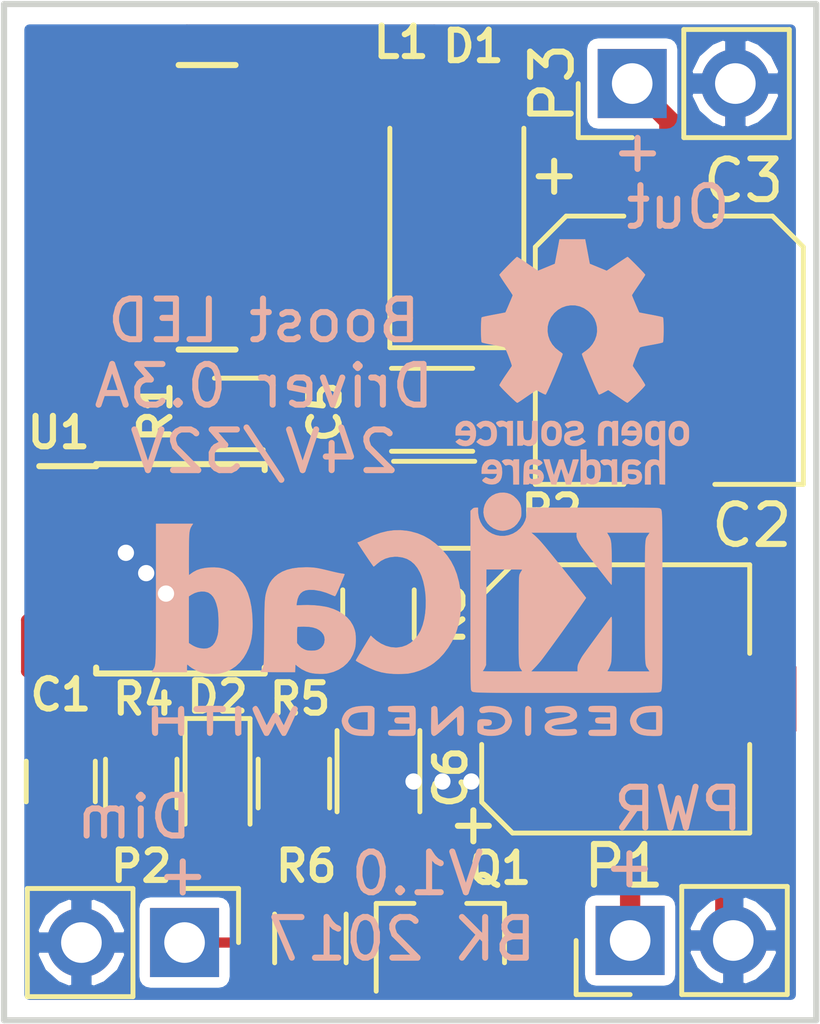
<source format=kicad_pcb>
(kicad_pcb (version 4) (host pcbnew 4.0.2-stable)

  (general
    (links 34)
    (no_connects 0)
    (area 99.924999 99.924999 120.075001 125.075001)
    (thickness 1.6)
    (drawings 16)
    (tracks 118)
    (zones 0)
    (modules 21)
    (nets 12)
  )

  (page A4)
  (layers
    (0 F.Cu signal)
    (31 B.Cu signal)
    (32 B.Adhes user)
    (33 F.Adhes user)
    (34 B.Paste user)
    (35 F.Paste user)
    (36 B.SilkS user)
    (37 F.SilkS user)
    (38 B.Mask user)
    (39 F.Mask user)
    (40 Dwgs.User user)
    (41 Cmts.User user)
    (42 Eco1.User user)
    (43 Eco2.User user)
    (44 Edge.Cuts user)
    (45 Margin user)
    (46 B.CrtYd user)
    (47 F.CrtYd user)
    (48 B.Fab user)
    (49 F.Fab user)
  )

  (setup
    (last_trace_width 0.25)
    (trace_clearance 0.2)
    (zone_clearance 0.254)
    (zone_45_only no)
    (trace_min 0.2)
    (segment_width 0.2)
    (edge_width 0.15)
    (via_size 0.6)
    (via_drill 0.4)
    (via_min_size 0.4)
    (via_min_drill 0.3)
    (uvia_size 0.3)
    (uvia_drill 0.1)
    (uvias_allowed no)
    (uvia_min_size 0.2)
    (uvia_min_drill 0.1)
    (pcb_text_width 0.3)
    (pcb_text_size 1.5 1.5)
    (mod_edge_width 0.15)
    (mod_text_size 1 1)
    (mod_text_width 0.15)
    (pad_size 1.524 1.524)
    (pad_drill 0.762)
    (pad_to_mask_clearance 0)
    (aux_axis_origin 0 0)
    (visible_elements 7FFEFFFF)
    (pcbplotparams
      (layerselection 0x00030_80000001)
      (usegerberextensions false)
      (excludeedgelayer true)
      (linewidth 0.100000)
      (plotframeref false)
      (viasonmask false)
      (mode 1)
      (useauxorigin false)
      (hpglpennumber 1)
      (hpglpenspeed 20)
      (hpglpendiameter 15)
      (hpglpenoverlay 2)
      (psnegative false)
      (psa4output false)
      (plotreference true)
      (plotvalue true)
      (plotinvisibletext false)
      (padsonsilk false)
      (subtractmaskfromsilk false)
      (outputformat 1)
      (mirror false)
      (drillshape 1)
      (scaleselection 1)
      (outputdirectory ""))
  )

  (net 0 "")
  (net 1 GND)
  (net 2 VCC)
  (net 3 /Out)
  (net 4 /Dim_Ctrl)
  (net 5 /Dim)
  (net 6 "Net-(Q1-Pad1)")
  (net 7 /SW_Coll)
  (net 8 /I_Sense)
  (net 9 /Ct)
  (net 10 /Drv_Coll)
  (net 11 /Dim_C)

  (net_class Default "This is the default net class."
    (clearance 0.2)
    (trace_width 0.25)
    (via_dia 0.6)
    (via_drill 0.4)
    (uvia_dia 0.3)
    (uvia_drill 0.1)
    (add_net /Ct)
    (add_net /Dim)
    (add_net /Dim_C)
    (add_net /Dim_Ctrl)
    (add_net /Drv_Coll)
    (add_net /I_Sense)
    (add_net /Out)
    (add_net /SW_Coll)
    (add_net GND)
    (add_net "Net-(Q1-Pad1)")
    (add_net VCC)
  )

  (module Capacitors_SMD:C_0805 (layer F.Cu) (tedit 5A094F1B) (tstamp 5A0944E4)
    (at 101.3968 119.126 270)
    (descr "Capacitor SMD 0805, reflow soldering, AVX (see smccp.pdf)")
    (tags "capacitor 0805")
    (path /5A092FD1)
    (attr smd)
    (fp_text reference C1 (at -2.1336 0 360) (layer F.SilkS)
      (effects (font (size 0.75 0.75) (thickness 0.15)))
    )
    (fp_text value 107pF (at -0.1016 -0.508 270) (layer F.Fab)
      (effects (font (size 1 1) (thickness 0.15)))
    )
    (fp_text user %R (at 0 -1.5 270) (layer F.Fab)
      (effects (font (size 1 1) (thickness 0.15)))
    )
    (fp_line (start -1 0.62) (end -1 -0.62) (layer F.Fab) (width 0.1))
    (fp_line (start 1 0.62) (end -1 0.62) (layer F.Fab) (width 0.1))
    (fp_line (start 1 -0.62) (end 1 0.62) (layer F.Fab) (width 0.1))
    (fp_line (start -1 -0.62) (end 1 -0.62) (layer F.Fab) (width 0.1))
    (fp_line (start 0.5 -0.85) (end -0.5 -0.85) (layer F.SilkS) (width 0.12))
    (fp_line (start -0.5 0.85) (end 0.5 0.85) (layer F.SilkS) (width 0.12))
    (fp_line (start -1.75 -0.88) (end 1.75 -0.88) (layer F.CrtYd) (width 0.05))
    (fp_line (start -1.75 -0.88) (end -1.75 0.87) (layer F.CrtYd) (width 0.05))
    (fp_line (start 1.75 0.87) (end 1.75 -0.88) (layer F.CrtYd) (width 0.05))
    (fp_line (start 1.75 0.87) (end -1.75 0.87) (layer F.CrtYd) (width 0.05))
    (pad 1 smd rect (at -1 0 270) (size 1 1.25) (layers F.Cu F.Paste F.Mask)
      (net 9 /Ct))
    (pad 2 smd rect (at 1 0 270) (size 1 1.25) (layers F.Cu F.Paste F.Mask)
      (net 1 GND))
    (model Capacitors_SMD.3dshapes/C_0805.wrl
      (at (xyz 0 0 0))
      (scale (xyz 1 1 1))
      (rotate (xyz 0 0 0))
    )
  )

  (module Capacitors_SMD:CP_Elec_6.3x7.7 (layer F.Cu) (tedit 58AA8B76) (tstamp 5A094500)
    (at 115.062 117.094)
    (descr "SMT capacitor, aluminium electrolytic, 6.3x7.7")
    (path /5A092AFA)
    (attr smd)
    (fp_text reference C2 (at 3.3528 -4.2672) (layer F.SilkS)
      (effects (font (size 1 1) (thickness 0.15)))
    )
    (fp_text value 100uF (at 0 -4.43) (layer F.Fab)
      (effects (font (size 1 1) (thickness 0.15)))
    )
    (fp_circle (center 0 0) (end 0.5 3) (layer F.Fab) (width 0.1))
    (fp_text user + (at -1.73 -0.08) (layer F.Fab)
      (effects (font (size 1 1) (thickness 0.15)))
    )
    (fp_text user + (at -3.5052 3.048) (layer F.SilkS)
      (effects (font (size 1 1) (thickness 0.15)))
    )
    (fp_text user %R (at 0 4.43) (layer F.Fab)
      (effects (font (size 1 1) (thickness 0.15)))
    )
    (fp_line (start 3.15 3.15) (end 3.15 -3.15) (layer F.Fab) (width 0.1))
    (fp_line (start -2.48 3.15) (end 3.15 3.15) (layer F.Fab) (width 0.1))
    (fp_line (start -3.15 2.48) (end -2.48 3.15) (layer F.Fab) (width 0.1))
    (fp_line (start -3.15 -2.48) (end -3.15 2.48) (layer F.Fab) (width 0.1))
    (fp_line (start -2.48 -3.15) (end -3.15 -2.48) (layer F.Fab) (width 0.1))
    (fp_line (start 3.15 -3.15) (end -2.48 -3.15) (layer F.Fab) (width 0.1))
    (fp_line (start -3.3 2.54) (end -3.3 1.12) (layer F.SilkS) (width 0.12))
    (fp_line (start 3.3 3.3) (end 3.3 1.12) (layer F.SilkS) (width 0.12))
    (fp_line (start 3.3 -3.3) (end 3.3 -1.12) (layer F.SilkS) (width 0.12))
    (fp_line (start -3.3 -2.54) (end -3.3 -1.12) (layer F.SilkS) (width 0.12))
    (fp_line (start 3.3 3.3) (end -2.54 3.3) (layer F.SilkS) (width 0.12))
    (fp_line (start -2.54 3.3) (end -3.3 2.54) (layer F.SilkS) (width 0.12))
    (fp_line (start -3.3 -2.54) (end -2.54 -3.3) (layer F.SilkS) (width 0.12))
    (fp_line (start -2.54 -3.3) (end 3.3 -3.3) (layer F.SilkS) (width 0.12))
    (fp_line (start -4.7 -3.4) (end 4.7 -3.4) (layer F.CrtYd) (width 0.05))
    (fp_line (start -4.7 -3.4) (end -4.7 3.4) (layer F.CrtYd) (width 0.05))
    (fp_line (start 4.7 3.4) (end 4.7 -3.4) (layer F.CrtYd) (width 0.05))
    (fp_line (start 4.7 3.4) (end -4.7 3.4) (layer F.CrtYd) (width 0.05))
    (pad 1 smd rect (at -2.7 0 180) (size 3.5 1.6) (layers F.Cu F.Paste F.Mask)
      (net 2 VCC))
    (pad 2 smd rect (at 2.7 0 180) (size 3.5 1.6) (layers F.Cu F.Paste F.Mask)
      (net 1 GND))
    (model Capacitors_SMD.3dshapes/c_elec_6.3x7.7.wrl
      (at (xyz 0 0 0))
      (scale (xyz 1 1 1))
      (rotate (xyz 0 0 180))
    )
  )

  (module Capacitors_SMD:CP_Elec_6.3x7.7 (layer F.Cu) (tedit 58AA8B76) (tstamp 5A09451C)
    (at 116.3828 108.5164 270)
    (descr "SMT capacitor, aluminium electrolytic, 6.3x7.7")
    (path /5A093193)
    (attr smd)
    (fp_text reference C3 (at -4.1732 -1.8288 360) (layer F.SilkS)
      (effects (font (size 1 1) (thickness 0.15)))
    )
    (fp_text value 47uF (at 0.0432 -0.1524 360) (layer F.Fab)
      (effects (font (size 1 1) (thickness 0.15)))
    )
    (fp_circle (center 0 0) (end 0.5 3) (layer F.Fab) (width 0.1))
    (fp_text user + (at -1.73 -0.08 270) (layer F.Fab)
      (effects (font (size 1 1) (thickness 0.15)))
    )
    (fp_text user + (at -4.28 2.91 270) (layer F.SilkS)
      (effects (font (size 1 1) (thickness 0.15)))
    )
    (fp_text user %R (at 0 4.43 270) (layer F.Fab)
      (effects (font (size 1 1) (thickness 0.15)))
    )
    (fp_line (start 3.15 3.15) (end 3.15 -3.15) (layer F.Fab) (width 0.1))
    (fp_line (start -2.48 3.15) (end 3.15 3.15) (layer F.Fab) (width 0.1))
    (fp_line (start -3.15 2.48) (end -2.48 3.15) (layer F.Fab) (width 0.1))
    (fp_line (start -3.15 -2.48) (end -3.15 2.48) (layer F.Fab) (width 0.1))
    (fp_line (start -2.48 -3.15) (end -3.15 -2.48) (layer F.Fab) (width 0.1))
    (fp_line (start 3.15 -3.15) (end -2.48 -3.15) (layer F.Fab) (width 0.1))
    (fp_line (start -3.3 2.54) (end -3.3 1.12) (layer F.SilkS) (width 0.12))
    (fp_line (start 3.3 3.3) (end 3.3 1.12) (layer F.SilkS) (width 0.12))
    (fp_line (start 3.3 -3.3) (end 3.3 -1.12) (layer F.SilkS) (width 0.12))
    (fp_line (start -3.3 -2.54) (end -3.3 -1.12) (layer F.SilkS) (width 0.12))
    (fp_line (start 3.3 3.3) (end -2.54 3.3) (layer F.SilkS) (width 0.12))
    (fp_line (start -2.54 3.3) (end -3.3 2.54) (layer F.SilkS) (width 0.12))
    (fp_line (start -3.3 -2.54) (end -2.54 -3.3) (layer F.SilkS) (width 0.12))
    (fp_line (start -2.54 -3.3) (end 3.3 -3.3) (layer F.SilkS) (width 0.12))
    (fp_line (start -4.7 -3.4) (end 4.7 -3.4) (layer F.CrtYd) (width 0.05))
    (fp_line (start -4.7 -3.4) (end -4.7 3.4) (layer F.CrtYd) (width 0.05))
    (fp_line (start 4.7 3.4) (end 4.7 -3.4) (layer F.CrtYd) (width 0.05))
    (fp_line (start 4.7 3.4) (end -4.7 3.4) (layer F.CrtYd) (width 0.05))
    (pad 1 smd rect (at -2.7 0 90) (size 3.5 1.6) (layers F.Cu F.Paste F.Mask)
      (net 3 /Out))
    (pad 2 smd rect (at 2.7 0 90) (size 3.5 1.6) (layers F.Cu F.Paste F.Mask)
      (net 1 GND))
    (model Capacitors_SMD.3dshapes/CP_Elec_6.3x7.7.wrl
      (at (xyz 0 0 0))
      (scale (xyz 1 1 1))
      (rotate (xyz 0 0 180))
    )
    (model Capacitors_SMD.3dshapes/c_elec_6.3x7.7.wrl
      (at (xyz 0 0 0))
      (scale (xyz 1 1 1))
      (rotate (xyz 0 0 0))
    )
  )

  (module Capacitors_SMD:C_1206 (layer F.Cu) (tedit 5A09503E) (tstamp 5A09452D)
    (at 110.5408 109.982)
    (descr "Capacitor SMD 1206, reflow soldering, AVX (see smccp.pdf)")
    (tags "capacitor 1206")
    (path /5A093395)
    (attr smd)
    (fp_text reference C5 (at -2.6416 0.0508 90) (layer F.SilkS)
      (effects (font (size 0.75 0.75) (thickness 0.15)))
    )
    (fp_text value 10u (at 0 2) (layer F.Fab)
      (effects (font (size 1 1) (thickness 0.15)))
    )
    (fp_text user %R (at 0.3556 -0.3048) (layer F.Fab)
      (effects (font (size 1 1) (thickness 0.15)))
    )
    (fp_line (start -1.6 0.8) (end -1.6 -0.8) (layer F.Fab) (width 0.1))
    (fp_line (start 1.6 0.8) (end -1.6 0.8) (layer F.Fab) (width 0.1))
    (fp_line (start 1.6 -0.8) (end 1.6 0.8) (layer F.Fab) (width 0.1))
    (fp_line (start -1.6 -0.8) (end 1.6 -0.8) (layer F.Fab) (width 0.1))
    (fp_line (start 1 -1.02) (end -1 -1.02) (layer F.SilkS) (width 0.12))
    (fp_line (start -1 1.02) (end 1 1.02) (layer F.SilkS) (width 0.12))
    (fp_line (start -2.25 -1.05) (end 2.25 -1.05) (layer F.CrtYd) (width 0.05))
    (fp_line (start -2.25 -1.05) (end -2.25 1.05) (layer F.CrtYd) (width 0.05))
    (fp_line (start 2.25 1.05) (end 2.25 -1.05) (layer F.CrtYd) (width 0.05))
    (fp_line (start 2.25 1.05) (end -2.25 1.05) (layer F.CrtYd) (width 0.05))
    (pad 1 smd rect (at -1.5 0) (size 1 1.6) (layers F.Cu F.Paste F.Mask)
      (net 3 /Out))
    (pad 2 smd rect (at 1.5 0) (size 1 1.6) (layers F.Cu F.Paste F.Mask)
      (net 1 GND))
    (model Capacitors_SMD.3dshapes/C_1206.wrl
      (at (xyz 0 0 0))
      (scale (xyz 1 1 1))
      (rotate (xyz 0 0 0))
    )
  )

  (module Capacitors_SMD:C_1206 (layer F.Cu) (tedit 5A094FC3) (tstamp 5A09453E)
    (at 109.22 118.872 90)
    (descr "Capacitor SMD 1206, reflow soldering, AVX (see smccp.pdf)")
    (tags "capacitor 1206")
    (path /5A095835)
    (attr smd)
    (fp_text reference C6 (at -0.1524 1.778 90) (layer F.SilkS)
      (effects (font (size 0.75 0.75) (thickness 0.15)))
    )
    (fp_text value 10u (at 0 2 90) (layer F.Fab)
      (effects (font (size 1 1) (thickness 0.15)))
    )
    (fp_text user %R (at 0 -1.75 90) (layer F.Fab)
      (effects (font (size 1 1) (thickness 0.15)))
    )
    (fp_line (start -1.6 0.8) (end -1.6 -0.8) (layer F.Fab) (width 0.1))
    (fp_line (start 1.6 0.8) (end -1.6 0.8) (layer F.Fab) (width 0.1))
    (fp_line (start 1.6 -0.8) (end 1.6 0.8) (layer F.Fab) (width 0.1))
    (fp_line (start -1.6 -0.8) (end 1.6 -0.8) (layer F.Fab) (width 0.1))
    (fp_line (start 1 -1.02) (end -1 -1.02) (layer F.SilkS) (width 0.12))
    (fp_line (start -1 1.02) (end 1 1.02) (layer F.SilkS) (width 0.12))
    (fp_line (start -2.25 -1.05) (end 2.25 -1.05) (layer F.CrtYd) (width 0.05))
    (fp_line (start -2.25 -1.05) (end -2.25 1.05) (layer F.CrtYd) (width 0.05))
    (fp_line (start 2.25 1.05) (end 2.25 -1.05) (layer F.CrtYd) (width 0.05))
    (fp_line (start 2.25 1.05) (end -2.25 1.05) (layer F.CrtYd) (width 0.05))
    (pad 1 smd rect (at -1.5 0 90) (size 1 1.6) (layers F.Cu F.Paste F.Mask)
      (net 1 GND))
    (pad 2 smd rect (at 1.5 0 90) (size 1 1.6) (layers F.Cu F.Paste F.Mask)
      (net 2 VCC))
    (model Capacitors_SMD.3dshapes/C_1206.wrl
      (at (xyz 0 0 0))
      (scale (xyz 1 1 1))
      (rotate (xyz 0 0 0))
    )
  )

  (module Diodes_SMD:D_0805 (layer F.Cu) (tedit 5A094F2E) (tstamp 5A094556)
    (at 105.2576 119.1768 270)
    (descr "Diode SMD in 0805 package http://datasheets.avx.com/schottky.pdf")
    (tags "smd diode")
    (path /5A0940BE)
    (attr smd)
    (fp_text reference D2 (at -2.1336 0 360) (layer F.SilkS)
      (effects (font (size 0.75 0.75) (thickness 0.15)))
    )
    (fp_text value 1N4148 (at 0 1.7 270) (layer F.Fab)
      (effects (font (size 1 1) (thickness 0.15)))
    )
    (fp_text user %R (at 0 -1.6 270) (layer F.Fab)
      (effects (font (size 1 1) (thickness 0.15)))
    )
    (fp_line (start -1.6 -0.8) (end -1.6 0.8) (layer F.SilkS) (width 0.12))
    (fp_line (start -1.7 0.88) (end -1.7 -0.88) (layer F.CrtYd) (width 0.05))
    (fp_line (start 1.7 0.88) (end -1.7 0.88) (layer F.CrtYd) (width 0.05))
    (fp_line (start 1.7 -0.88) (end 1.7 0.88) (layer F.CrtYd) (width 0.05))
    (fp_line (start -1.7 -0.88) (end 1.7 -0.88) (layer F.CrtYd) (width 0.05))
    (fp_line (start 0.2 0) (end 0.4 0) (layer F.Fab) (width 0.1))
    (fp_line (start -0.1 0) (end -0.3 0) (layer F.Fab) (width 0.1))
    (fp_line (start -0.1 -0.2) (end -0.1 0.2) (layer F.Fab) (width 0.1))
    (fp_line (start 0.2 0.2) (end 0.2 -0.2) (layer F.Fab) (width 0.1))
    (fp_line (start -0.1 0) (end 0.2 0.2) (layer F.Fab) (width 0.1))
    (fp_line (start 0.2 -0.2) (end -0.1 0) (layer F.Fab) (width 0.1))
    (fp_line (start -1 0.65) (end -1 -0.65) (layer F.Fab) (width 0.1))
    (fp_line (start 1 0.65) (end -1 0.65) (layer F.Fab) (width 0.1))
    (fp_line (start 1 -0.65) (end 1 0.65) (layer F.Fab) (width 0.1))
    (fp_line (start -1 -0.65) (end 1 -0.65) (layer F.Fab) (width 0.1))
    (fp_line (start -1.6 0.8) (end 1 0.8) (layer F.SilkS) (width 0.12))
    (fp_line (start -1.6 -0.8) (end 1 -0.8) (layer F.SilkS) (width 0.12))
    (pad 1 smd rect (at -1.05 0 270) (size 0.8 0.9) (layers F.Cu F.Paste F.Mask)
      (net 4 /Dim_Ctrl))
    (pad 2 smd rect (at 1.05 0 270) (size 0.8 0.9) (layers F.Cu F.Paste F.Mask)
      (net 11 /Dim_C))
    (model Diodes_SMD.3dshapes/DO-214AB.wrl
      (at (xyz 0 0 0))
      (scale (xyz 0.1 0.1 0.1))
      (rotate (xyz 0 0 0))
    )
  )

  (module BK_Common:IND_SMD_CD75 (layer F.Cu) (tedit 5A095017) (tstamp 5A09455E)
    (at 105 105 180)
    (path /5A092D97)
    (attr smd)
    (fp_text reference L1 (at -4.7788 4.0604 180) (layer F.SilkS)
      (effects (font (size 0.75 0.75) (thickness 0.15)))
    )
    (fp_text value 100uH (at 0.098 -0.0544 270) (layer F.Fab)
      (effects (font (size 1 1) (thickness 0.15)))
    )
    (fp_line (start -0.7 3.5) (end 0.7 3.5) (layer F.SilkS) (width 0.15))
    (fp_line (start -0.7 -3.5) (end 0.7 -3.5) (layer F.SilkS) (width 0.15))
    (pad 1 smd rect (at -2.5 0 180) (size 3 7.5) (layers F.Cu F.Paste F.Mask)
      (net 8 /I_Sense))
    (pad 2 smd rect (at 2.5 0 180) (size 3 7.5) (layers F.Cu F.Paste F.Mask)
      (net 7 /SW_Coll))
    (model ../../../../../../Users/t9569bk/Documents/PCB_Libs/KICad-Library/BK_Common.pretty/3D/Choke_CD54.wrl
      (at (xyz 0 0 0))
      (scale (xyz 1.37 1.37 1))
      (rotate (xyz 0 0 0))
    )
  )

  (module Pin_Headers:Pin_Header_Straight_1x02_Pitch2.54mm (layer F.Cu) (tedit 59650532) (tstamp 5A094574)
    (at 115.4176 123.0376 90)
    (descr "Through hole straight pin header, 1x02, 2.54mm pitch, single row")
    (tags "Through hole pin header THT 1x02 2.54mm single row")
    (path /5A09B087)
    (fp_text reference P1 (at 1.8288 -0.1524 180) (layer F.SilkS)
      (effects (font (size 1 1) (thickness 0.15)))
    )
    (fp_text value PWR (at 1.9812 1.9812 180) (layer F.Fab)
      (effects (font (size 1 1) (thickness 0.15)))
    )
    (fp_line (start -0.635 -1.27) (end 1.27 -1.27) (layer F.Fab) (width 0.1))
    (fp_line (start 1.27 -1.27) (end 1.27 3.81) (layer F.Fab) (width 0.1))
    (fp_line (start 1.27 3.81) (end -1.27 3.81) (layer F.Fab) (width 0.1))
    (fp_line (start -1.27 3.81) (end -1.27 -0.635) (layer F.Fab) (width 0.1))
    (fp_line (start -1.27 -0.635) (end -0.635 -1.27) (layer F.Fab) (width 0.1))
    (fp_line (start -1.33 3.87) (end 1.33 3.87) (layer F.SilkS) (width 0.12))
    (fp_line (start -1.33 1.27) (end -1.33 3.87) (layer F.SilkS) (width 0.12))
    (fp_line (start 1.33 1.27) (end 1.33 3.87) (layer F.SilkS) (width 0.12))
    (fp_line (start -1.33 1.27) (end 1.33 1.27) (layer F.SilkS) (width 0.12))
    (fp_line (start -1.33 0) (end -1.33 -1.33) (layer F.SilkS) (width 0.12))
    (fp_line (start -1.33 -1.33) (end 0 -1.33) (layer F.SilkS) (width 0.12))
    (fp_line (start -1.8 -1.8) (end -1.8 4.35) (layer F.CrtYd) (width 0.05))
    (fp_line (start -1.8 4.35) (end 1.8 4.35) (layer F.CrtYd) (width 0.05))
    (fp_line (start 1.8 4.35) (end 1.8 -1.8) (layer F.CrtYd) (width 0.05))
    (fp_line (start 1.8 -1.8) (end -1.8 -1.8) (layer F.CrtYd) (width 0.05))
    (fp_text user %R (at 0 1.27 180) (layer F.Fab)
      (effects (font (size 1 1) (thickness 0.15)))
    )
    (pad 1 thru_hole rect (at 0 0 90) (size 1.7 1.7) (drill 1) (layers *.Cu *.Mask)
      (net 2 VCC))
    (pad 2 thru_hole oval (at 0 2.54 90) (size 1.7 1.7) (drill 1) (layers *.Cu *.Mask)
      (net 1 GND))
    (model ${KISYS3DMOD}/Pin_Headers.3dshapes/Pin_Header_Straight_1x02_Pitch2.54mm.wrl
      (at (xyz 0 0 0))
      (scale (xyz 1 1 1))
      (rotate (xyz 0 0 0))
    )
  )

  (module Pin_Headers:Pin_Header_Straight_1x02_Pitch2.54mm (layer F.Cu) (tedit 5A094F47) (tstamp 5A09458A)
    (at 104.4448 123.0884 270)
    (descr "Through hole straight pin header, 1x02, 2.54mm pitch, single row")
    (tags "Through hole pin header THT 1x02 2.54mm single row")
    (path /5A09B123)
    (fp_text reference P2 (at -1.8796 1.0668 360) (layer F.SilkS)
      (effects (font (size 0.75 0.75) (thickness 0.15)))
    )
    (fp_text value Dim (at 0.1524 0.4064 270) (layer F.Fab)
      (effects (font (size 1 1) (thickness 0.15)))
    )
    (fp_line (start -0.635 -1.27) (end 1.27 -1.27) (layer F.Fab) (width 0.1))
    (fp_line (start 1.27 -1.27) (end 1.27 3.81) (layer F.Fab) (width 0.1))
    (fp_line (start 1.27 3.81) (end -1.27 3.81) (layer F.Fab) (width 0.1))
    (fp_line (start -1.27 3.81) (end -1.27 -0.635) (layer F.Fab) (width 0.1))
    (fp_line (start -1.27 -0.635) (end -0.635 -1.27) (layer F.Fab) (width 0.1))
    (fp_line (start -1.33 3.87) (end 1.33 3.87) (layer F.SilkS) (width 0.12))
    (fp_line (start -1.33 1.27) (end -1.33 3.87) (layer F.SilkS) (width 0.12))
    (fp_line (start 1.33 1.27) (end 1.33 3.87) (layer F.SilkS) (width 0.12))
    (fp_line (start -1.33 1.27) (end 1.33 1.27) (layer F.SilkS) (width 0.12))
    (fp_line (start -1.33 0) (end -1.33 -1.33) (layer F.SilkS) (width 0.12))
    (fp_line (start -1.33 -1.33) (end 0 -1.33) (layer F.SilkS) (width 0.12))
    (fp_line (start -1.8 -1.8) (end -1.8 4.35) (layer F.CrtYd) (width 0.05))
    (fp_line (start -1.8 4.35) (end 1.8 4.35) (layer F.CrtYd) (width 0.05))
    (fp_line (start 1.8 4.35) (end 1.8 -1.8) (layer F.CrtYd) (width 0.05))
    (fp_line (start 1.8 -1.8) (end -1.8 -1.8) (layer F.CrtYd) (width 0.05))
    (fp_text user %R (at 0 1.27 360) (layer F.Fab)
      (effects (font (size 1 1) (thickness 0.15)))
    )
    (pad 1 thru_hole rect (at 0 0 270) (size 1.7 1.7) (drill 1) (layers *.Cu *.Mask)
      (net 5 /Dim))
    (pad 2 thru_hole oval (at 0 2.54 270) (size 1.7 1.7) (drill 1) (layers *.Cu *.Mask)
      (net 1 GND))
    (model ${KISYS3DMOD}/Pin_Headers.3dshapes/Pin_Header_Straight_1x02_Pitch2.54mm.wrl
      (at (xyz 0 0 0))
      (scale (xyz 1 1 1))
      (rotate (xyz 0 0 0))
    )
  )

  (module Pin_Headers:Pin_Header_Straight_1x02_Pitch2.54mm (layer F.Cu) (tedit 59650532) (tstamp 5A0945A0)
    (at 115.4684 101.9556 90)
    (descr "Through hole straight pin header, 1x02, 2.54mm pitch, single row")
    (tags "Through hole pin header THT 1x02 2.54mm single row")
    (path /5A09B181)
    (fp_text reference P3 (at 0 -1.9684 90) (layer F.SilkS)
      (effects (font (size 1 1) (thickness 0.15)))
    )
    (fp_text value Out (at -2.0828 2.9972 180) (layer F.Fab)
      (effects (font (size 1 1) (thickness 0.15)))
    )
    (fp_line (start -0.635 -1.27) (end 1.27 -1.27) (layer F.Fab) (width 0.1))
    (fp_line (start 1.27 -1.27) (end 1.27 3.81) (layer F.Fab) (width 0.1))
    (fp_line (start 1.27 3.81) (end -1.27 3.81) (layer F.Fab) (width 0.1))
    (fp_line (start -1.27 3.81) (end -1.27 -0.635) (layer F.Fab) (width 0.1))
    (fp_line (start -1.27 -0.635) (end -0.635 -1.27) (layer F.Fab) (width 0.1))
    (fp_line (start -1.33 3.87) (end 1.33 3.87) (layer F.SilkS) (width 0.12))
    (fp_line (start -1.33 1.27) (end -1.33 3.87) (layer F.SilkS) (width 0.12))
    (fp_line (start 1.33 1.27) (end 1.33 3.87) (layer F.SilkS) (width 0.12))
    (fp_line (start -1.33 1.27) (end 1.33 1.27) (layer F.SilkS) (width 0.12))
    (fp_line (start -1.33 0) (end -1.33 -1.33) (layer F.SilkS) (width 0.12))
    (fp_line (start -1.33 -1.33) (end 0 -1.33) (layer F.SilkS) (width 0.12))
    (fp_line (start -1.8 -1.8) (end -1.8 4.35) (layer F.CrtYd) (width 0.05))
    (fp_line (start -1.8 4.35) (end 1.8 4.35) (layer F.CrtYd) (width 0.05))
    (fp_line (start 1.8 4.35) (end 1.8 -1.8) (layer F.CrtYd) (width 0.05))
    (fp_line (start 1.8 -1.8) (end -1.8 -1.8) (layer F.CrtYd) (width 0.05))
    (fp_text user %R (at 0 1.27 180) (layer F.Fab)
      (effects (font (size 1 1) (thickness 0.15)))
    )
    (pad 1 thru_hole rect (at 0 0 90) (size 1.7 1.7) (drill 1) (layers *.Cu *.Mask)
      (net 3 /Out))
    (pad 2 thru_hole oval (at 0 2.54 90) (size 1.7 1.7) (drill 1) (layers *.Cu *.Mask)
      (net 1 GND))
    (model ${KISYS3DMOD}/Pin_Headers.3dshapes/Pin_Header_Straight_1x02_Pitch2.54mm.wrl
      (at (xyz 0 0 0))
      (scale (xyz 1 1 1))
      (rotate (xyz 0 0 0))
    )
  )

  (module TO_SOT_Packages_SMD:SOT-23 (layer F.Cu) (tedit 5A094F75) (tstamp 5A0945B5)
    (at 110.744 122.8852 90)
    (descr "SOT-23, Standard")
    (tags SOT-23)
    (path /5A093F6C)
    (attr smd)
    (fp_text reference Q1 (at 1.6256 1.4732 180) (layer F.SilkS)
      (effects (font (size 0.75 0.75) (thickness 0.15)))
    )
    (fp_text value Q_NPN_BEC (at 3.7592 2.5 90) (layer F.Fab)
      (effects (font (size 1 1) (thickness 0.15)))
    )
    (fp_text user %R (at 0 0 180) (layer F.Fab)
      (effects (font (size 0.5 0.5) (thickness 0.075)))
    )
    (fp_line (start -0.7 -0.95) (end -0.7 1.5) (layer F.Fab) (width 0.1))
    (fp_line (start -0.15 -1.52) (end 0.7 -1.52) (layer F.Fab) (width 0.1))
    (fp_line (start -0.7 -0.95) (end -0.15 -1.52) (layer F.Fab) (width 0.1))
    (fp_line (start 0.7 -1.52) (end 0.7 1.52) (layer F.Fab) (width 0.1))
    (fp_line (start -0.7 1.52) (end 0.7 1.52) (layer F.Fab) (width 0.1))
    (fp_line (start 0.76 1.58) (end 0.76 0.65) (layer F.SilkS) (width 0.12))
    (fp_line (start 0.76 -1.58) (end 0.76 -0.65) (layer F.SilkS) (width 0.12))
    (fp_line (start -1.7 -1.75) (end 1.7 -1.75) (layer F.CrtYd) (width 0.05))
    (fp_line (start 1.7 -1.75) (end 1.7 1.75) (layer F.CrtYd) (width 0.05))
    (fp_line (start 1.7 1.75) (end -1.7 1.75) (layer F.CrtYd) (width 0.05))
    (fp_line (start -1.7 1.75) (end -1.7 -1.75) (layer F.CrtYd) (width 0.05))
    (fp_line (start 0.76 -1.58) (end -1.4 -1.58) (layer F.SilkS) (width 0.12))
    (fp_line (start 0.76 1.58) (end -0.7 1.58) (layer F.SilkS) (width 0.12))
    (pad 1 smd rect (at -1 -0.95 90) (size 0.9 0.8) (layers F.Cu F.Paste F.Mask)
      (net 6 "Net-(Q1-Pad1)"))
    (pad 2 smd rect (at -1 0.95 90) (size 0.9 0.8) (layers F.Cu F.Paste F.Mask)
      (net 1 GND))
    (pad 3 smd rect (at 1 0 90) (size 0.9 0.8) (layers F.Cu F.Paste F.Mask)
      (net 11 /Dim_C))
    (model ${KISYS3DMOD}/TO_SOT_Packages_SMD.3dshapes/SOT-23.wrl
      (at (xyz 0 0 0))
      (scale (xyz 1 1 1))
      (rotate (xyz 0 0 90))
    )
  )

  (module Resistors_SMD:R_0805 (layer F.Cu) (tedit 5A095037) (tstamp 5A0945C6)
    (at 105.7808 110.0836)
    (descr "Resistor SMD 0805, reflow soldering, Vishay (see dcrcw.pdf)")
    (tags "resistor 0805")
    (path /5A092CFF)
    (attr smd)
    (fp_text reference R1 (at -2.0472 -0.0508 90) (layer F.SilkS)
      (effects (font (size 0.75 0.75) (thickness 0.15)))
    )
    (fp_text value 180 (at 0 1.75) (layer F.Fab)
      (effects (font (size 1 1) (thickness 0.15)))
    )
    (fp_text user %R (at 0 0 90) (layer F.Fab)
      (effects (font (size 0.5 0.5) (thickness 0.075)))
    )
    (fp_line (start -1 0.62) (end -1 -0.62) (layer F.Fab) (width 0.1))
    (fp_line (start 1 0.62) (end -1 0.62) (layer F.Fab) (width 0.1))
    (fp_line (start 1 -0.62) (end 1 0.62) (layer F.Fab) (width 0.1))
    (fp_line (start -1 -0.62) (end 1 -0.62) (layer F.Fab) (width 0.1))
    (fp_line (start 0.6 0.88) (end -0.6 0.88) (layer F.SilkS) (width 0.12))
    (fp_line (start -0.6 -0.88) (end 0.6 -0.88) (layer F.SilkS) (width 0.12))
    (fp_line (start -1.55 -0.9) (end 1.55 -0.9) (layer F.CrtYd) (width 0.05))
    (fp_line (start -1.55 -0.9) (end -1.55 0.9) (layer F.CrtYd) (width 0.05))
    (fp_line (start 1.55 0.9) (end 1.55 -0.9) (layer F.CrtYd) (width 0.05))
    (fp_line (start 1.55 0.9) (end -1.55 0.9) (layer F.CrtYd) (width 0.05))
    (pad 1 smd rect (at -0.95 0) (size 0.7 1.3) (layers F.Cu F.Paste F.Mask)
      (net 8 /I_Sense))
    (pad 2 smd rect (at 0.95 0) (size 0.7 1.3) (layers F.Cu F.Paste F.Mask)
      (net 10 /Drv_Coll))
    (model ${KISYS3DMOD}/Resistors_SMD.3dshapes/R_0805.wrl
      (at (xyz 0 0 0))
      (scale (xyz 1 1 1))
      (rotate (xyz 0 0 0))
    )
  )

  (module Resistors_SMD:R_1206 (layer F.Cu) (tedit 5A094FE6) (tstamp 5A0945D7)
    (at 110.5916 112.3188 180)
    (descr "Resistor SMD 1206, reflow soldering, Vishay (see dcrcw.pdf)")
    (tags "resistor 1206")
    (path /5A092A41)
    (attr smd)
    (fp_text reference R2 (at -2.8956 -0.1524 180) (layer F.SilkS)
      (effects (font (size 0.75 0.75) (thickness 0.15)))
    )
    (fp_text value Rsc (at 0 1.95 180) (layer F.Fab)
      (effects (font (size 1 1) (thickness 0.15)))
    )
    (fp_text user %R (at 0 0 180) (layer F.Fab)
      (effects (font (size 0.7 0.7) (thickness 0.105)))
    )
    (fp_line (start -1.6 0.8) (end -1.6 -0.8) (layer F.Fab) (width 0.1))
    (fp_line (start 1.6 0.8) (end -1.6 0.8) (layer F.Fab) (width 0.1))
    (fp_line (start 1.6 -0.8) (end 1.6 0.8) (layer F.Fab) (width 0.1))
    (fp_line (start -1.6 -0.8) (end 1.6 -0.8) (layer F.Fab) (width 0.1))
    (fp_line (start 1 1.07) (end -1 1.07) (layer F.SilkS) (width 0.12))
    (fp_line (start -1 -1.07) (end 1 -1.07) (layer F.SilkS) (width 0.12))
    (fp_line (start -2.15 -1.11) (end 2.15 -1.11) (layer F.CrtYd) (width 0.05))
    (fp_line (start -2.15 -1.11) (end -2.15 1.1) (layer F.CrtYd) (width 0.05))
    (fp_line (start 2.15 1.1) (end 2.15 -1.11) (layer F.CrtYd) (width 0.05))
    (fp_line (start 2.15 1.1) (end -2.15 1.1) (layer F.CrtYd) (width 0.05))
    (pad 1 smd rect (at -1.45 0 180) (size 0.9 1.7) (layers F.Cu F.Paste F.Mask)
      (net 2 VCC))
    (pad 2 smd rect (at 1.45 0 180) (size 0.9 1.7) (layers F.Cu F.Paste F.Mask)
      (net 8 /I_Sense))
    (model ${KISYS3DMOD}/Resistors_SMD.3dshapes/R_1206.wrl
      (at (xyz 0 0 0))
      (scale (xyz 1 1 1))
      (rotate (xyz 0 0 0))
    )
  )

  (module Resistors_SMD:R_0805 (layer F.Cu) (tedit 5A094FD9) (tstamp 5A0945E8)
    (at 109.22 115.0112 270)
    (descr "Resistor SMD 0805, reflow soldering, Vishay (see dcrcw.pdf)")
    (tags "resistor 0805")
    (path /5A0930D5)
    (attr smd)
    (fp_text reference R3 (at 0 -1.7272 270) (layer F.SilkS)
      (effects (font (size 0.75 0.75) (thickness 0.15)))
    )
    (fp_text value 54K (at 0 1.75 270) (layer F.Fab)
      (effects (font (size 1 1) (thickness 0.15)))
    )
    (fp_text user %R (at 0 0 270) (layer F.Fab)
      (effects (font (size 0.5 0.5) (thickness 0.075)))
    )
    (fp_line (start -1 0.62) (end -1 -0.62) (layer F.Fab) (width 0.1))
    (fp_line (start 1 0.62) (end -1 0.62) (layer F.Fab) (width 0.1))
    (fp_line (start 1 -0.62) (end 1 0.62) (layer F.Fab) (width 0.1))
    (fp_line (start -1 -0.62) (end 1 -0.62) (layer F.Fab) (width 0.1))
    (fp_line (start 0.6 0.88) (end -0.6 0.88) (layer F.SilkS) (width 0.12))
    (fp_line (start -0.6 -0.88) (end 0.6 -0.88) (layer F.SilkS) (width 0.12))
    (fp_line (start -1.55 -0.9) (end 1.55 -0.9) (layer F.CrtYd) (width 0.05))
    (fp_line (start -1.55 -0.9) (end -1.55 0.9) (layer F.CrtYd) (width 0.05))
    (fp_line (start 1.55 0.9) (end 1.55 -0.9) (layer F.CrtYd) (width 0.05))
    (fp_line (start 1.55 0.9) (end -1.55 0.9) (layer F.CrtYd) (width 0.05))
    (pad 1 smd rect (at -0.95 0 270) (size 0.7 1.3) (layers F.Cu F.Paste F.Mask)
      (net 3 /Out))
    (pad 2 smd rect (at 0.95 0 270) (size 0.7 1.3) (layers F.Cu F.Paste F.Mask)
      (net 4 /Dim_Ctrl))
    (model ${KISYS3DMOD}/Resistors_SMD.3dshapes/R_0805.wrl
      (at (xyz 0 0 0))
      (scale (xyz 1 1 1))
      (rotate (xyz 0 0 0))
    )
  )

  (module Resistors_SMD:R_0805 (layer F.Cu) (tedit 5A094F23) (tstamp 5A0945F9)
    (at 103.378 119.1768 270)
    (descr "Resistor SMD 0805, reflow soldering, Vishay (see dcrcw.pdf)")
    (tags "resistor 0805")
    (path /5A092BA4)
    (attr smd)
    (fp_text reference R4 (at -2.0828 -0.0508 360) (layer F.SilkS)
      (effects (font (size 0.75 0.75) (thickness 0.15)))
    )
    (fp_text value 2.2K (at 0 1.75 270) (layer F.Fab)
      (effects (font (size 1 1) (thickness 0.15)))
    )
    (fp_text user %R (at 0 0 270) (layer F.Fab)
      (effects (font (size 0.5 0.5) (thickness 0.075)))
    )
    (fp_line (start -1 0.62) (end -1 -0.62) (layer F.Fab) (width 0.1))
    (fp_line (start 1 0.62) (end -1 0.62) (layer F.Fab) (width 0.1))
    (fp_line (start 1 -0.62) (end 1 0.62) (layer F.Fab) (width 0.1))
    (fp_line (start -1 -0.62) (end 1 -0.62) (layer F.Fab) (width 0.1))
    (fp_line (start 0.6 0.88) (end -0.6 0.88) (layer F.SilkS) (width 0.12))
    (fp_line (start -0.6 -0.88) (end 0.6 -0.88) (layer F.SilkS) (width 0.12))
    (fp_line (start -1.55 -0.9) (end 1.55 -0.9) (layer F.CrtYd) (width 0.05))
    (fp_line (start -1.55 -0.9) (end -1.55 0.9) (layer F.CrtYd) (width 0.05))
    (fp_line (start 1.55 0.9) (end 1.55 -0.9) (layer F.CrtYd) (width 0.05))
    (fp_line (start 1.55 0.9) (end -1.55 0.9) (layer F.CrtYd) (width 0.05))
    (pad 1 smd rect (at -0.95 0 270) (size 0.7 1.3) (layers F.Cu F.Paste F.Mask)
      (net 4 /Dim_Ctrl))
    (pad 2 smd rect (at 0.95 0 270) (size 0.7 1.3) (layers F.Cu F.Paste F.Mask)
      (net 1 GND))
    (model ${KISYS3DMOD}/Resistors_SMD.3dshapes/R_0805.wrl
      (at (xyz 0 0 0))
      (scale (xyz 1 1 1))
      (rotate (xyz 0 0 0))
    )
  )

  (module Resistors_SMD:R_0805 (layer F.Cu) (tedit 5A094F37) (tstamp 5A09460A)
    (at 107.1372 119.1768 270)
    (descr "Resistor SMD 0805, reflow soldering, Vishay (see dcrcw.pdf)")
    (tags "resistor 0805")
    (path /5A0944DD)
    (attr smd)
    (fp_text reference R5 (at -2.0828 -0.1524 360) (layer F.SilkS)
      (effects (font (size 0.75 0.75) (thickness 0.15)))
    )
    (fp_text value 9.1K (at 0 1.75 270) (layer F.Fab)
      (effects (font (size 1 1) (thickness 0.15)))
    )
    (fp_text user %R (at 0 0 270) (layer F.Fab)
      (effects (font (size 0.5 0.5) (thickness 0.075)))
    )
    (fp_line (start -1 0.62) (end -1 -0.62) (layer F.Fab) (width 0.1))
    (fp_line (start 1 0.62) (end -1 0.62) (layer F.Fab) (width 0.1))
    (fp_line (start 1 -0.62) (end 1 0.62) (layer F.Fab) (width 0.1))
    (fp_line (start -1 -0.62) (end 1 -0.62) (layer F.Fab) (width 0.1))
    (fp_line (start 0.6 0.88) (end -0.6 0.88) (layer F.SilkS) (width 0.12))
    (fp_line (start -0.6 -0.88) (end 0.6 -0.88) (layer F.SilkS) (width 0.12))
    (fp_line (start -1.55 -0.9) (end 1.55 -0.9) (layer F.CrtYd) (width 0.05))
    (fp_line (start -1.55 -0.9) (end -1.55 0.9) (layer F.CrtYd) (width 0.05))
    (fp_line (start 1.55 0.9) (end 1.55 -0.9) (layer F.CrtYd) (width 0.05))
    (fp_line (start 1.55 0.9) (end -1.55 0.9) (layer F.CrtYd) (width 0.05))
    (pad 1 smd rect (at -0.95 0 270) (size 0.7 1.3) (layers F.Cu F.Paste F.Mask)
      (net 2 VCC))
    (pad 2 smd rect (at 0.95 0 270) (size 0.7 1.3) (layers F.Cu F.Paste F.Mask)
      (net 11 /Dim_C))
    (model ${KISYS3DMOD}/Resistors_SMD.3dshapes/R_0805.wrl
      (at (xyz 0 0 0))
      (scale (xyz 1 1 1))
      (rotate (xyz 0 0 0))
    )
  )

  (module Resistors_SMD:R_0805 (layer F.Cu) (tedit 5A094F62) (tstamp 5A09461B)
    (at 107.5436 122.9868 270)
    (descr "Resistor SMD 0805, reflow soldering, Vishay (see dcrcw.pdf)")
    (tags "resistor 0805")
    (path /5A0947F9)
    (attr smd)
    (fp_text reference R6 (at -1.778 0.1016 360) (layer F.SilkS)
      (effects (font (size 0.75 0.75) (thickness 0.15)))
    )
    (fp_text value 4.7K (at 0 1.75 270) (layer F.Fab)
      (effects (font (size 1 1) (thickness 0.15)))
    )
    (fp_text user %R (at 0 0 270) (layer F.Fab)
      (effects (font (size 0.5 0.5) (thickness 0.075)))
    )
    (fp_line (start -1 0.62) (end -1 -0.62) (layer F.Fab) (width 0.1))
    (fp_line (start 1 0.62) (end -1 0.62) (layer F.Fab) (width 0.1))
    (fp_line (start 1 -0.62) (end 1 0.62) (layer F.Fab) (width 0.1))
    (fp_line (start -1 -0.62) (end 1 -0.62) (layer F.Fab) (width 0.1))
    (fp_line (start 0.6 0.88) (end -0.6 0.88) (layer F.SilkS) (width 0.12))
    (fp_line (start -0.6 -0.88) (end 0.6 -0.88) (layer F.SilkS) (width 0.12))
    (fp_line (start -1.55 -0.9) (end 1.55 -0.9) (layer F.CrtYd) (width 0.05))
    (fp_line (start -1.55 -0.9) (end -1.55 0.9) (layer F.CrtYd) (width 0.05))
    (fp_line (start 1.55 0.9) (end 1.55 -0.9) (layer F.CrtYd) (width 0.05))
    (fp_line (start 1.55 0.9) (end -1.55 0.9) (layer F.CrtYd) (width 0.05))
    (pad 1 smd rect (at -0.95 0 270) (size 0.7 1.3) (layers F.Cu F.Paste F.Mask)
      (net 6 "Net-(Q1-Pad1)"))
    (pad 2 smd rect (at 0.95 0 270) (size 0.7 1.3) (layers F.Cu F.Paste F.Mask)
      (net 5 /Dim))
    (model ${KISYS3DMOD}/Resistors_SMD.3dshapes/R_0805.wrl
      (at (xyz 0 0 0))
      (scale (xyz 1 1 1))
      (rotate (xyz 0 0 0))
    )
  )

  (module Housings_SOIC:SOIC-8_3.9x4.9mm_Pitch1.27mm (layer F.Cu) (tedit 5A09502B) (tstamp 5A094638)
    (at 104.3432 113.8936)
    (descr "8-Lead Plastic Small Outline (SN) - Narrow, 3.90 mm Body [SOIC] (see Microchip Packaging Specification 00000049BS.pdf)")
    (tags "SOIC 1.27")
    (path /5A092992)
    (attr smd)
    (fp_text reference U1 (at -2.9972 -3.3528) (layer F.SilkS)
      (effects (font (size 0.75 0.75) (thickness 0.15)))
    )
    (fp_text value 34063 (at 0 3.5) (layer F.Fab)
      (effects (font (size 1 1) (thickness 0.15)))
    )
    (fp_text user %R (at 0 0) (layer F.Fab)
      (effects (font (size 1 1) (thickness 0.15)))
    )
    (fp_line (start -0.95 -2.45) (end 1.95 -2.45) (layer F.Fab) (width 0.1))
    (fp_line (start 1.95 -2.45) (end 1.95 2.45) (layer F.Fab) (width 0.1))
    (fp_line (start 1.95 2.45) (end -1.95 2.45) (layer F.Fab) (width 0.1))
    (fp_line (start -1.95 2.45) (end -1.95 -1.45) (layer F.Fab) (width 0.1))
    (fp_line (start -1.95 -1.45) (end -0.95 -2.45) (layer F.Fab) (width 0.1))
    (fp_line (start -3.73 -2.7) (end -3.73 2.7) (layer F.CrtYd) (width 0.05))
    (fp_line (start 3.73 -2.7) (end 3.73 2.7) (layer F.CrtYd) (width 0.05))
    (fp_line (start -3.73 -2.7) (end 3.73 -2.7) (layer F.CrtYd) (width 0.05))
    (fp_line (start -3.73 2.7) (end 3.73 2.7) (layer F.CrtYd) (width 0.05))
    (fp_line (start -2.075 -2.575) (end -2.075 -2.525) (layer F.SilkS) (width 0.15))
    (fp_line (start 2.075 -2.575) (end 2.075 -2.43) (layer F.SilkS) (width 0.15))
    (fp_line (start 2.075 2.575) (end 2.075 2.43) (layer F.SilkS) (width 0.15))
    (fp_line (start -2.075 2.575) (end -2.075 2.43) (layer F.SilkS) (width 0.15))
    (fp_line (start -2.075 -2.575) (end 2.075 -2.575) (layer F.SilkS) (width 0.15))
    (fp_line (start -2.075 2.575) (end 2.075 2.575) (layer F.SilkS) (width 0.15))
    (fp_line (start -2.075 -2.525) (end -3.475 -2.525) (layer F.SilkS) (width 0.15))
    (pad 1 smd rect (at -2.7 -1.905) (size 1.55 0.6) (layers F.Cu F.Paste F.Mask)
      (net 7 /SW_Coll))
    (pad 2 smd rect (at -2.7 -0.635) (size 1.55 0.6) (layers F.Cu F.Paste F.Mask)
      (net 1 GND))
    (pad 3 smd rect (at -2.7 0.635) (size 1.55 0.6) (layers F.Cu F.Paste F.Mask)
      (net 9 /Ct))
    (pad 4 smd rect (at -2.7 1.905) (size 1.55 0.6) (layers F.Cu F.Paste F.Mask)
      (net 1 GND))
    (pad 5 smd rect (at 2.7 1.905) (size 1.55 0.6) (layers F.Cu F.Paste F.Mask)
      (net 4 /Dim_Ctrl))
    (pad 6 smd rect (at 2.7 0.635) (size 1.55 0.6) (layers F.Cu F.Paste F.Mask)
      (net 2 VCC))
    (pad 7 smd rect (at 2.7 -0.635) (size 1.55 0.6) (layers F.Cu F.Paste F.Mask)
      (net 8 /I_Sense))
    (pad 8 smd rect (at 2.7 -1.905) (size 1.55 0.6) (layers F.Cu F.Paste F.Mask)
      (net 10 /Drv_Coll))
    (model ${KISYS3DMOD}/Housings_SOIC.3dshapes/SOIC-8_3.9x4.9mm_Pitch1.27mm.wrl
      (at (xyz 0 0 0))
      (scale (xyz 1 1 1))
      (rotate (xyz 0 0 0))
    )
  )

  (module Diodes_SMD:D_SMA (layer F.Cu) (tedit 5A09500A) (tstamp 5A094850)
    (at 111.1504 105.0544 90)
    (descr "Diode SMA (DO-214AC)")
    (tags "Diode SMA (DO-214AC)")
    (path /5A092EA6)
    (attr smd)
    (fp_text reference D1 (at 4.0132 0.4064 180) (layer F.SilkS)
      (effects (font (size 0.75 0.75) (thickness 0.15)))
    )
    (fp_text value SS14 (at 0 2.6 90) (layer F.Fab)
      (effects (font (size 1 1) (thickness 0.15)))
    )
    (fp_text user %R (at 0 -2.5 90) (layer F.Fab)
      (effects (font (size 1 1) (thickness 0.15)))
    )
    (fp_line (start -3.4 -1.65) (end -3.4 1.65) (layer F.SilkS) (width 0.12))
    (fp_line (start 2.3 1.5) (end -2.3 1.5) (layer F.Fab) (width 0.1))
    (fp_line (start -2.3 1.5) (end -2.3 -1.5) (layer F.Fab) (width 0.1))
    (fp_line (start 2.3 -1.5) (end 2.3 1.5) (layer F.Fab) (width 0.1))
    (fp_line (start 2.3 -1.5) (end -2.3 -1.5) (layer F.Fab) (width 0.1))
    (fp_line (start -3.5 -1.75) (end 3.5 -1.75) (layer F.CrtYd) (width 0.05))
    (fp_line (start 3.5 -1.75) (end 3.5 1.75) (layer F.CrtYd) (width 0.05))
    (fp_line (start 3.5 1.75) (end -3.5 1.75) (layer F.CrtYd) (width 0.05))
    (fp_line (start -3.5 1.75) (end -3.5 -1.75) (layer F.CrtYd) (width 0.05))
    (fp_line (start -0.64944 0.00102) (end -1.55114 0.00102) (layer F.Fab) (width 0.1))
    (fp_line (start 0.50118 0.00102) (end 1.4994 0.00102) (layer F.Fab) (width 0.1))
    (fp_line (start -0.64944 -0.79908) (end -0.64944 0.80112) (layer F.Fab) (width 0.1))
    (fp_line (start 0.50118 0.75032) (end 0.50118 -0.79908) (layer F.Fab) (width 0.1))
    (fp_line (start -0.64944 0.00102) (end 0.50118 0.75032) (layer F.Fab) (width 0.1))
    (fp_line (start -0.64944 0.00102) (end 0.50118 -0.79908) (layer F.Fab) (width 0.1))
    (fp_line (start -3.4 1.65) (end 2 1.65) (layer F.SilkS) (width 0.12))
    (fp_line (start -3.4 -1.65) (end 2 -1.65) (layer F.SilkS) (width 0.12))
    (pad 1 smd rect (at -2 0 90) (size 2.5 1.8) (layers F.Cu F.Paste F.Mask)
      (net 3 /Out))
    (pad 2 smd rect (at 2 0 90) (size 2.5 1.8) (layers F.Cu F.Paste F.Mask)
      (net 7 /SW_Coll))
    (model Diodes_SMD.3dshapes/SMA_Standard.wrl
      (at (xyz 0 0 0))
      (scale (xyz 0.393 0.393 0.393))
      (rotate (xyz 0 0 0))
    )
  )

  (module Symbols:KiCad-Logo2_6mm_SilkScreen (layer B.Cu) (tedit 0) (tstamp 5A095DF2)
    (at 109.9312 115 180)
    (descr "KiCad Logo")
    (tags "Logo KiCad")
    (attr virtual)
    (fp_text reference REF*** (at 0 0 180) (layer B.SilkS) hide
      (effects (font (size 1 1) (thickness 0.15)) (justify mirror))
    )
    (fp_text value KiCad-Logo2_6mm_SilkScreen (at 0.75 0 180) (layer B.Fab) hide
      (effects (font (size 1 1) (thickness 0.15)) (justify mirror))
    )
    (fp_poly (pts (xy -6.121371 -2.269066) (xy -6.081889 -2.269467) (xy -5.9662 -2.272259) (xy -5.869311 -2.28055)
      (xy -5.787919 -2.295232) (xy -5.718723 -2.317193) (xy -5.65842 -2.347322) (xy -5.603708 -2.38651)
      (xy -5.584167 -2.403532) (xy -5.55175 -2.443363) (xy -5.52252 -2.497413) (xy -5.499991 -2.557323)
      (xy -5.487679 -2.614739) (xy -5.4864 -2.635956) (xy -5.494417 -2.694769) (xy -5.515899 -2.759013)
      (xy -5.546999 -2.819821) (xy -5.583866 -2.86833) (xy -5.589854 -2.874182) (xy -5.640579 -2.915321)
      (xy -5.696125 -2.947435) (xy -5.759696 -2.971365) (xy -5.834494 -2.987953) (xy -5.923722 -2.998041)
      (xy -6.030582 -3.002469) (xy -6.079528 -3.002845) (xy -6.141762 -3.002545) (xy -6.185528 -3.001292)
      (xy -6.214931 -2.998554) (xy -6.234079 -2.993801) (xy -6.247077 -2.986501) (xy -6.254045 -2.980267)
      (xy -6.260626 -2.972694) (xy -6.265788 -2.962924) (xy -6.269703 -2.94834) (xy -6.272543 -2.926326)
      (xy -6.27448 -2.894264) (xy -6.275684 -2.849536) (xy -6.276328 -2.789526) (xy -6.276583 -2.711617)
      (xy -6.276622 -2.635956) (xy -6.27687 -2.535041) (xy -6.276817 -2.454427) (xy -6.275857 -2.415822)
      (xy -6.129867 -2.415822) (xy -6.129867 -2.856089) (xy -6.036734 -2.856004) (xy -5.980693 -2.854396)
      (xy -5.921999 -2.850256) (xy -5.873028 -2.844464) (xy -5.871538 -2.844226) (xy -5.792392 -2.82509)
      (xy -5.731002 -2.795287) (xy -5.684305 -2.752878) (xy -5.654635 -2.706961) (xy -5.636353 -2.656026)
      (xy -5.637771 -2.6082) (xy -5.658988 -2.556933) (xy -5.700489 -2.503899) (xy -5.757998 -2.4646)
      (xy -5.83275 -2.438331) (xy -5.882708 -2.429035) (xy -5.939416 -2.422507) (xy -5.999519 -2.417782)
      (xy -6.050639 -2.415817) (xy -6.053667 -2.415808) (xy -6.129867 -2.415822) (xy -6.275857 -2.415822)
      (xy -6.27526 -2.391851) (xy -6.270998 -2.345055) (xy -6.26283 -2.311778) (xy -6.249556 -2.289759)
      (xy -6.229974 -2.276739) (xy -6.202883 -2.270457) (xy -6.167082 -2.268653) (xy -6.121371 -2.269066)) (layer B.SilkS) (width 0.01))
    (fp_poly (pts (xy -4.712794 -2.269146) (xy -4.643386 -2.269518) (xy -4.590997 -2.270385) (xy -4.552847 -2.271946)
      (xy -4.526159 -2.274403) (xy -4.508153 -2.277957) (xy -4.496049 -2.28281) (xy -4.487069 -2.289161)
      (xy -4.483818 -2.292084) (xy -4.464043 -2.323142) (xy -4.460482 -2.358828) (xy -4.473491 -2.39051)
      (xy -4.479506 -2.396913) (xy -4.489235 -2.403121) (xy -4.504901 -2.40791) (xy -4.529408 -2.411514)
      (xy -4.565661 -2.414164) (xy -4.616565 -2.416095) (xy -4.685026 -2.417539) (xy -4.747617 -2.418418)
      (xy -4.995334 -2.421467) (xy -4.998719 -2.486378) (xy -5.002105 -2.551289) (xy -4.833958 -2.551289)
      (xy -4.760959 -2.551919) (xy -4.707517 -2.554553) (xy -4.670628 -2.560309) (xy -4.647288 -2.570304)
      (xy -4.634494 -2.585656) (xy -4.629242 -2.607482) (xy -4.628445 -2.627738) (xy -4.630923 -2.652592)
      (xy -4.640277 -2.670906) (xy -4.659383 -2.683637) (xy -4.691118 -2.691741) (xy -4.738359 -2.696176)
      (xy -4.803983 -2.697899) (xy -4.839801 -2.698045) (xy -5.000978 -2.698045) (xy -5.000978 -2.856089)
      (xy -4.752622 -2.856089) (xy -4.671213 -2.856202) (xy -4.609342 -2.856712) (xy -4.563968 -2.85787)
      (xy -4.532054 -2.85993) (xy -4.510559 -2.863146) (xy -4.496443 -2.867772) (xy -4.486668 -2.874059)
      (xy -4.481689 -2.878667) (xy -4.46461 -2.90556) (xy -4.459111 -2.929467) (xy -4.466963 -2.958667)
      (xy -4.481689 -2.980267) (xy -4.489546 -2.987066) (xy -4.499688 -2.992346) (xy -4.514844 -2.996298)
      (xy -4.537741 -2.999113) (xy -4.571109 -3.000982) (xy -4.617675 -3.002098) (xy -4.680167 -3.002651)
      (xy -4.761314 -3.002833) (xy -4.803422 -3.002845) (xy -4.893598 -3.002765) (xy -4.963924 -3.002398)
      (xy -5.017129 -3.001552) (xy -5.05594 -3.000036) (xy -5.083087 -2.997659) (xy -5.101298 -2.994229)
      (xy -5.1133 -2.989554) (xy -5.121822 -2.983444) (xy -5.125156 -2.980267) (xy -5.131755 -2.97267)
      (xy -5.136927 -2.96287) (xy -5.140846 -2.948239) (xy -5.143684 -2.926152) (xy -5.145615 -2.893982)
      (xy -5.146812 -2.849103) (xy -5.147448 -2.788889) (xy -5.147697 -2.710713) (xy -5.147734 -2.637923)
      (xy -5.1477 -2.544707) (xy -5.147465 -2.471431) (xy -5.14683 -2.415458) (xy -5.145594 -2.374151)
      (xy -5.143556 -2.344872) (xy -5.140517 -2.324984) (xy -5.136277 -2.31185) (xy -5.130635 -2.302832)
      (xy -5.123391 -2.295293) (xy -5.121606 -2.293612) (xy -5.112945 -2.286172) (xy -5.102882 -2.280409)
      (xy -5.088625 -2.276112) (xy -5.067383 -2.273064) (xy -5.036364 -2.271051) (xy -4.992777 -2.26986)
      (xy -4.933831 -2.269275) (xy -4.856734 -2.269083) (xy -4.802001 -2.269067) (xy -4.712794 -2.269146)) (layer B.SilkS) (width 0.01))
    (fp_poly (pts (xy -3.691703 -2.270351) (xy -3.616888 -2.275581) (xy -3.547306 -2.28375) (xy -3.487002 -2.29455)
      (xy -3.44002 -2.307673) (xy -3.410406 -2.322813) (xy -3.40586 -2.327269) (xy -3.390054 -2.36185)
      (xy -3.394847 -2.397351) (xy -3.419364 -2.427725) (xy -3.420534 -2.428596) (xy -3.434954 -2.437954)
      (xy -3.450008 -2.442876) (xy -3.471005 -2.443473) (xy -3.503257 -2.439861) (xy -3.552073 -2.432154)
      (xy -3.556 -2.431505) (xy -3.628739 -2.422569) (xy -3.707217 -2.418161) (xy -3.785927 -2.418119)
      (xy -3.859361 -2.422279) (xy -3.922011 -2.430479) (xy -3.96837 -2.442557) (xy -3.971416 -2.443771)
      (xy -4.005048 -2.462615) (xy -4.016864 -2.481685) (xy -4.007614 -2.500439) (xy -3.978047 -2.518337)
      (xy -3.928911 -2.534837) (xy -3.860957 -2.549396) (xy -3.815645 -2.556406) (xy -3.721456 -2.569889)
      (xy -3.646544 -2.582214) (xy -3.587717 -2.594449) (xy -3.541785 -2.607661) (xy -3.505555 -2.622917)
      (xy -3.475838 -2.641285) (xy -3.449442 -2.663831) (xy -3.42823 -2.685971) (xy -3.403065 -2.716819)
      (xy -3.390681 -2.743345) (xy -3.386808 -2.776026) (xy -3.386667 -2.787995) (xy -3.389576 -2.827712)
      (xy -3.401202 -2.857259) (xy -3.421323 -2.883486) (xy -3.462216 -2.923576) (xy -3.507817 -2.954149)
      (xy -3.561513 -2.976203) (xy -3.626692 -2.990735) (xy -3.706744 -2.998741) (xy -3.805057 -3.001218)
      (xy -3.821289 -3.001177) (xy -3.886849 -2.999818) (xy -3.951866 -2.99673) (xy -4.009252 -2.992356)
      (xy -4.051922 -2.98714) (xy -4.055372 -2.986541) (xy -4.097796 -2.976491) (xy -4.13378 -2.963796)
      (xy -4.15415 -2.95219) (xy -4.173107 -2.921572) (xy -4.174427 -2.885918) (xy -4.158085 -2.854144)
      (xy -4.154429 -2.850551) (xy -4.139315 -2.839876) (xy -4.120415 -2.835276) (xy -4.091162 -2.836059)
      (xy -4.055651 -2.840127) (xy -4.01597 -2.843762) (xy -3.960345 -2.846828) (xy -3.895406 -2.849053)
      (xy -3.827785 -2.850164) (xy -3.81 -2.850237) (xy -3.742128 -2.849964) (xy -3.692454 -2.848646)
      (xy -3.65661 -2.845827) (xy -3.630224 -2.84105) (xy -3.608926 -2.833857) (xy -3.596126 -2.827867)
      (xy -3.568 -2.811233) (xy -3.550068 -2.796168) (xy -3.547447 -2.791897) (xy -3.552976 -2.774263)
      (xy -3.57926 -2.757192) (xy -3.624478 -2.741458) (xy -3.686808 -2.727838) (xy -3.705171 -2.724804)
      (xy -3.80109 -2.709738) (xy -3.877641 -2.697146) (xy -3.93778 -2.686111) (xy -3.98446 -2.67572)
      (xy -4.020637 -2.665056) (xy -4.049265 -2.653205) (xy -4.073298 -2.639251) (xy -4.095692 -2.622281)
      (xy -4.119402 -2.601378) (xy -4.12738 -2.594049) (xy -4.155353 -2.566699) (xy -4.17016 -2.545029)
      (xy -4.175952 -2.520232) (xy -4.176889 -2.488983) (xy -4.166575 -2.427705) (xy -4.135752 -2.37564)
      (xy -4.084595 -2.332958) (xy -4.013283 -2.299825) (xy -3.9624 -2.284964) (xy -3.9071 -2.275366)
      (xy -3.840853 -2.269936) (xy -3.767706 -2.268367) (xy -3.691703 -2.270351)) (layer B.SilkS) (width 0.01))
    (fp_poly (pts (xy -2.923822 -2.291645) (xy -2.917242 -2.299218) (xy -2.912079 -2.308987) (xy -2.908164 -2.323571)
      (xy -2.905324 -2.345585) (xy -2.903387 -2.377648) (xy -2.902183 -2.422375) (xy -2.901539 -2.482385)
      (xy -2.901284 -2.560294) (xy -2.901245 -2.635956) (xy -2.901314 -2.729802) (xy -2.901638 -2.803689)
      (xy -2.902386 -2.860232) (xy -2.903732 -2.902049) (xy -2.905846 -2.931757) (xy -2.9089 -2.951973)
      (xy -2.913066 -2.965314) (xy -2.918516 -2.974398) (xy -2.923822 -2.980267) (xy -2.956826 -2.999947)
      (xy -2.991991 -2.998181) (xy -3.023455 -2.976717) (xy -3.030684 -2.968337) (xy -3.036334 -2.958614)
      (xy -3.040599 -2.944861) (xy -3.043673 -2.924389) (xy -3.045752 -2.894512) (xy -3.04703 -2.852541)
      (xy -3.047701 -2.795789) (xy -3.047959 -2.721567) (xy -3.048 -2.637537) (xy -3.048 -2.324485)
      (xy -3.020291 -2.296776) (xy -2.986137 -2.273463) (xy -2.953006 -2.272623) (xy -2.923822 -2.291645)) (layer B.SilkS) (width 0.01))
    (fp_poly (pts (xy -1.950081 -2.274599) (xy -1.881565 -2.286095) (xy -1.828943 -2.303967) (xy -1.794708 -2.327499)
      (xy -1.785379 -2.340924) (xy -1.775893 -2.372148) (xy -1.782277 -2.400395) (xy -1.80243 -2.427182)
      (xy -1.833745 -2.439713) (xy -1.879183 -2.438696) (xy -1.914326 -2.431906) (xy -1.992419 -2.418971)
      (xy -2.072226 -2.417742) (xy -2.161555 -2.428241) (xy -2.186229 -2.43269) (xy -2.269291 -2.456108)
      (xy -2.334273 -2.490945) (xy -2.380461 -2.536604) (xy -2.407145 -2.592494) (xy -2.412663 -2.621388)
      (xy -2.409051 -2.680012) (xy -2.385729 -2.731879) (xy -2.344824 -2.775978) (xy -2.288459 -2.811299)
      (xy -2.21876 -2.836829) (xy -2.137852 -2.851559) (xy -2.04786 -2.854478) (xy -1.95091 -2.844575)
      (xy -1.945436 -2.843641) (xy -1.906875 -2.836459) (xy -1.885494 -2.829521) (xy -1.876227 -2.819227)
      (xy -1.874006 -2.801976) (xy -1.873956 -2.792841) (xy -1.873956 -2.754489) (xy -1.942431 -2.754489)
      (xy -2.0029 -2.750347) (xy -2.044165 -2.737147) (xy -2.068175 -2.71373) (xy -2.076877 -2.678936)
      (xy -2.076983 -2.674394) (xy -2.071892 -2.644654) (xy -2.054433 -2.623419) (xy -2.021939 -2.609366)
      (xy -1.971743 -2.601173) (xy -1.923123 -2.598161) (xy -1.852456 -2.596433) (xy -1.801198 -2.59907)
      (xy -1.766239 -2.6088) (xy -1.74447 -2.628353) (xy -1.73278 -2.660456) (xy -1.72806 -2.707838)
      (xy -1.7272 -2.770071) (xy -1.728609 -2.839535) (xy -1.732848 -2.886786) (xy -1.739936 -2.912012)
      (xy -1.741311 -2.913988) (xy -1.780228 -2.945508) (xy -1.837286 -2.97047) (xy -1.908869 -2.98834)
      (xy -1.991358 -2.998586) (xy -2.081139 -3.000673) (xy -2.174592 -2.994068) (xy -2.229556 -2.985956)
      (xy -2.315766 -2.961554) (xy -2.395892 -2.921662) (xy -2.462977 -2.869887) (xy -2.473173 -2.859539)
      (xy -2.506302 -2.816035) (xy -2.536194 -2.762118) (xy -2.559357 -2.705592) (xy -2.572298 -2.654259)
      (xy -2.573858 -2.634544) (xy -2.567218 -2.593419) (xy -2.549568 -2.542252) (xy -2.524297 -2.488394)
      (xy -2.494789 -2.439195) (xy -2.468719 -2.406334) (xy -2.407765 -2.357452) (xy -2.328969 -2.318545)
      (xy -2.235157 -2.290494) (xy -2.12915 -2.274179) (xy -2.032 -2.270192) (xy -1.950081 -2.274599)) (layer B.SilkS) (width 0.01))
    (fp_poly (pts (xy -1.300114 -2.273448) (xy -1.276548 -2.287273) (xy -1.245735 -2.309881) (xy -1.206078 -2.342338)
      (xy -1.15598 -2.385708) (xy -1.093843 -2.441058) (xy -1.018072 -2.509451) (xy -0.931334 -2.588084)
      (xy -0.750711 -2.751878) (xy -0.745067 -2.532029) (xy -0.743029 -2.456351) (xy -0.741063 -2.399994)
      (xy -0.738734 -2.359706) (xy -0.735606 -2.332235) (xy -0.731245 -2.314329) (xy -0.725216 -2.302737)
      (xy -0.717084 -2.294208) (xy -0.712772 -2.290623) (xy -0.678241 -2.27167) (xy -0.645383 -2.274441)
      (xy -0.619318 -2.290633) (xy -0.592667 -2.312199) (xy -0.589352 -2.627151) (xy -0.588435 -2.719779)
      (xy -0.587968 -2.792544) (xy -0.588113 -2.848161) (xy -0.589032 -2.889342) (xy -0.590887 -2.918803)
      (xy -0.593839 -2.939255) (xy -0.59805 -2.953413) (xy -0.603682 -2.963991) (xy -0.609927 -2.972474)
      (xy -0.623439 -2.988207) (xy -0.636883 -2.998636) (xy -0.652124 -3.002639) (xy -0.671026 -2.999094)
      (xy -0.695455 -2.986879) (xy -0.727273 -2.964871) (xy -0.768348 -2.931949) (xy -0.820542 -2.886991)
      (xy -0.885722 -2.828875) (xy -0.959556 -2.762099) (xy -1.224845 -2.521458) (xy -1.230489 -2.740589)
      (xy -1.232531 -2.816128) (xy -1.234502 -2.872354) (xy -1.236839 -2.912524) (xy -1.239981 -2.939896)
      (xy -1.244364 -2.957728) (xy -1.250424 -2.969279) (xy -1.2586 -2.977807) (xy -1.262784 -2.981282)
      (xy -1.299765 -3.000372) (xy -1.334708 -2.997493) (xy -1.365136 -2.9731) (xy -1.372097 -2.963286)
      (xy -1.377523 -2.951826) (xy -1.381603 -2.935968) (xy -1.384529 -2.912963) (xy -1.386492 -2.880062)
      (xy -1.387683 -2.834516) (xy -1.388292 -2.773573) (xy -1.388511 -2.694486) (xy -1.388534 -2.635956)
      (xy -1.38846 -2.544407) (xy -1.388113 -2.472687) (xy -1.387301 -2.418045) (xy -1.385833 -2.377732)
      (xy -1.383519 -2.348998) (xy -1.380167 -2.329093) (xy -1.375588 -2.315268) (xy -1.369589 -2.304772)
      (xy -1.365136 -2.298811) (xy -1.35385 -2.284691) (xy -1.343301 -2.274029) (xy -1.331893 -2.267892)
      (xy -1.31803 -2.267343) (xy -1.300114 -2.273448)) (layer B.SilkS) (width 0.01))
    (fp_poly (pts (xy 0.230343 -2.26926) (xy 0.306701 -2.270174) (xy 0.365217 -2.272311) (xy 0.408255 -2.276175)
      (xy 0.438183 -2.282267) (xy 0.457368 -2.29109) (xy 0.468176 -2.303146) (xy 0.472973 -2.318939)
      (xy 0.474127 -2.33897) (xy 0.474133 -2.341335) (xy 0.473131 -2.363992) (xy 0.468396 -2.381503)
      (xy 0.457333 -2.394574) (xy 0.437348 -2.403913) (xy 0.405846 -2.410227) (xy 0.360232 -2.414222)
      (xy 0.297913 -2.416606) (xy 0.216293 -2.418086) (xy 0.191277 -2.418414) (xy -0.0508 -2.421467)
      (xy -0.054186 -2.486378) (xy -0.057571 -2.551289) (xy 0.110576 -2.551289) (xy 0.176266 -2.551531)
      (xy 0.223172 -2.552556) (xy 0.255083 -2.554811) (xy 0.275791 -2.558742) (xy 0.289084 -2.564798)
      (xy 0.298755 -2.573424) (xy 0.298817 -2.573493) (xy 0.316356 -2.607112) (xy 0.315722 -2.643448)
      (xy 0.297314 -2.674423) (xy 0.293671 -2.677607) (xy 0.280741 -2.685812) (xy 0.263024 -2.691521)
      (xy 0.23657 -2.695162) (xy 0.197432 -2.697167) (xy 0.141662 -2.697964) (xy 0.105994 -2.698045)
      (xy -0.056445 -2.698045) (xy -0.056445 -2.856089) (xy 0.190161 -2.856089) (xy 0.27158 -2.856231)
      (xy 0.33341 -2.856814) (xy 0.378637 -2.858068) (xy 0.410248 -2.860227) (xy 0.431231 -2.863523)
      (xy 0.444573 -2.868189) (xy 0.453261 -2.874457) (xy 0.45545 -2.876733) (xy 0.471614 -2.90828)
      (xy 0.472797 -2.944168) (xy 0.459536 -2.975285) (xy 0.449043 -2.985271) (xy 0.438129 -2.990769)
      (xy 0.421217 -2.995022) (xy 0.395633 -2.99818) (xy 0.358701 -3.000392) (xy 0.307746 -3.001806)
      (xy 0.240094 -3.002572) (xy 0.153069 -3.002838) (xy 0.133394 -3.002845) (xy 0.044911 -3.002787)
      (xy -0.023773 -3.002467) (xy -0.075436 -3.001667) (xy -0.112855 -3.000167) (xy -0.13881 -2.997749)
      (xy -0.156078 -2.994194) (xy -0.167438 -2.989282) (xy -0.175668 -2.982795) (xy -0.180183 -2.978138)
      (xy -0.186979 -2.969889) (xy -0.192288 -2.959669) (xy -0.196294 -2.9448) (xy -0.199179 -2.922602)
      (xy -0.201126 -2.890393) (xy -0.202319 -2.845496) (xy -0.202939 -2.785228) (xy -0.203171 -2.706911)
      (xy -0.2032 -2.640994) (xy -0.203129 -2.548628) (xy -0.202792 -2.476117) (xy -0.202002 -2.420737)
      (xy -0.200574 -2.379765) (xy -0.198321 -2.350478) (xy -0.195057 -2.330153) (xy -0.190596 -2.316066)
      (xy -0.184752 -2.305495) (xy -0.179803 -2.298811) (xy -0.156406 -2.269067) (xy 0.133774 -2.269067)
      (xy 0.230343 -2.26926)) (layer B.SilkS) (width 0.01))
    (fp_poly (pts (xy 1.018309 -2.269275) (xy 1.147288 -2.273636) (xy 1.256991 -2.286861) (xy 1.349226 -2.309741)
      (xy 1.425802 -2.34307) (xy 1.488527 -2.387638) (xy 1.539212 -2.444236) (xy 1.579663 -2.513658)
      (xy 1.580459 -2.515351) (xy 1.604601 -2.577483) (xy 1.613203 -2.632509) (xy 1.606231 -2.687887)
      (xy 1.583654 -2.751073) (xy 1.579372 -2.760689) (xy 1.550172 -2.816966) (xy 1.517356 -2.860451)
      (xy 1.475002 -2.897417) (xy 1.41719 -2.934135) (xy 1.413831 -2.936052) (xy 1.363504 -2.960227)
      (xy 1.306621 -2.978282) (xy 1.239527 -2.990839) (xy 1.158565 -2.998522) (xy 1.060082 -3.001953)
      (xy 1.025286 -3.002251) (xy 0.859594 -3.002845) (xy 0.836197 -2.9731) (xy 0.829257 -2.963319)
      (xy 0.823842 -2.951897) (xy 0.819765 -2.936095) (xy 0.816837 -2.913175) (xy 0.814867 -2.880396)
      (xy 0.814225 -2.856089) (xy 0.970844 -2.856089) (xy 1.064726 -2.856089) (xy 1.119664 -2.854483)
      (xy 1.17606 -2.850255) (xy 1.222345 -2.844292) (xy 1.225139 -2.84379) (xy 1.307348 -2.821736)
      (xy 1.371114 -2.7886) (xy 1.418452 -2.742847) (xy 1.451382 -2.682939) (xy 1.457108 -2.667061)
      (xy 1.462721 -2.642333) (xy 1.460291 -2.617902) (xy 1.448467 -2.5854) (xy 1.44134 -2.569434)
      (xy 1.418 -2.527006) (xy 1.38988 -2.49724) (xy 1.35894 -2.476511) (xy 1.296966 -2.449537)
      (xy 1.217651 -2.429998) (xy 1.125253 -2.418746) (xy 1.058333 -2.41627) (xy 0.970844 -2.415822)
      (xy 0.970844 -2.856089) (xy 0.814225 -2.856089) (xy 0.813668 -2.835021) (xy 0.81305 -2.774311)
      (xy 0.812825 -2.695526) (xy 0.8128 -2.63392) (xy 0.8128 -2.324485) (xy 0.840509 -2.296776)
      (xy 0.852806 -2.285544) (xy 0.866103 -2.277853) (xy 0.884672 -2.27304) (xy 0.912786 -2.270446)
      (xy 0.954717 -2.26941) (xy 1.014737 -2.26927) (xy 1.018309 -2.269275)) (layer B.SilkS) (width 0.01))
    (fp_poly (pts (xy 3.744665 -2.271034) (xy 3.764255 -2.278035) (xy 3.76501 -2.278377) (xy 3.791613 -2.298678)
      (xy 3.80627 -2.319561) (xy 3.809138 -2.329352) (xy 3.808996 -2.342361) (xy 3.804961 -2.360895)
      (xy 3.796146 -2.387257) (xy 3.781669 -2.423752) (xy 3.760645 -2.472687) (xy 3.732188 -2.536365)
      (xy 3.695415 -2.617093) (xy 3.675175 -2.661216) (xy 3.638625 -2.739985) (xy 3.604315 -2.812423)
      (xy 3.573552 -2.87588) (xy 3.547648 -2.927708) (xy 3.52791 -2.965259) (xy 3.51565 -2.985884)
      (xy 3.513224 -2.988733) (xy 3.482183 -3.001302) (xy 3.447121 -2.999619) (xy 3.419 -2.984332)
      (xy 3.417854 -2.983089) (xy 3.406668 -2.966154) (xy 3.387904 -2.93317) (xy 3.363875 -2.88838)
      (xy 3.336897 -2.836032) (xy 3.327201 -2.816742) (xy 3.254014 -2.67015) (xy 3.17424 -2.829393)
      (xy 3.145767 -2.884415) (xy 3.11935 -2.932132) (xy 3.097148 -2.968893) (xy 3.081319 -2.991044)
      (xy 3.075954 -2.995741) (xy 3.034257 -3.002102) (xy 2.999849 -2.988733) (xy 2.989728 -2.974446)
      (xy 2.972214 -2.942692) (xy 2.948735 -2.896597) (xy 2.92072 -2.839285) (xy 2.889599 -2.77388)
      (xy 2.856799 -2.703507) (xy 2.82375 -2.631291) (xy 2.791881 -2.560355) (xy 2.762619 -2.493825)
      (xy 2.737395 -2.434826) (xy 2.717636 -2.386481) (xy 2.704772 -2.351915) (xy 2.700231 -2.334253)
      (xy 2.700277 -2.333613) (xy 2.711326 -2.311388) (xy 2.73341 -2.288753) (xy 2.73471 -2.287768)
      (xy 2.761853 -2.272425) (xy 2.786958 -2.272574) (xy 2.796368 -2.275466) (xy 2.807834 -2.281718)
      (xy 2.82001 -2.294014) (xy 2.834357 -2.314908) (xy 2.852336 -2.346949) (xy 2.875407 -2.392688)
      (xy 2.90503 -2.454677) (xy 2.931745 -2.511898) (xy 2.96248 -2.578226) (xy 2.990021 -2.637874)
      (xy 3.012938 -2.687725) (xy 3.029798 -2.724664) (xy 3.039173 -2.745573) (xy 3.04054 -2.748845)
      (xy 3.046689 -2.743497) (xy 3.060822 -2.721109) (xy 3.081057 -2.684946) (xy 3.105515 -2.638277)
      (xy 3.115248 -2.619022) (xy 3.148217 -2.554004) (xy 3.173643 -2.506654) (xy 3.193612 -2.474219)
      (xy 3.21021 -2.453946) (xy 3.225524 -2.443082) (xy 3.24164 -2.438875) (xy 3.252143 -2.4384)
      (xy 3.27067 -2.440042) (xy 3.286904 -2.446831) (xy 3.303035 -2.461566) (xy 3.321251 -2.487044)
      (xy 3.343739 -2.526061) (xy 3.372689 -2.581414) (xy 3.388662 -2.612903) (xy 3.41457 -2.663087)
      (xy 3.437167 -2.704704) (xy 3.454458 -2.734242) (xy 3.46445 -2.748189) (xy 3.465809 -2.74877)
      (xy 3.472261 -2.737793) (xy 3.486708 -2.70929) (xy 3.507703 -2.666244) (xy 3.533797 -2.611638)
      (xy 3.563546 -2.548454) (xy 3.57818 -2.517071) (xy 3.61625 -2.436078) (xy 3.646905 -2.373756)
      (xy 3.671737 -2.328071) (xy 3.692337 -2.296989) (xy 3.710298 -2.278478) (xy 3.72721 -2.270504)
      (xy 3.744665 -2.271034)) (layer B.SilkS) (width 0.01))
    (fp_poly (pts (xy 4.188614 -2.275877) (xy 4.212327 -2.290647) (xy 4.238978 -2.312227) (xy 4.238978 -2.633773)
      (xy 4.238893 -2.72783) (xy 4.238529 -2.801932) (xy 4.237724 -2.858704) (xy 4.236313 -2.900768)
      (xy 4.234133 -2.930748) (xy 4.231021 -2.951267) (xy 4.226814 -2.964949) (xy 4.221348 -2.974416)
      (xy 4.217472 -2.979082) (xy 4.186034 -2.999575) (xy 4.150233 -2.998739) (xy 4.118873 -2.981264)
      (xy 4.092222 -2.959684) (xy 4.092222 -2.312227) (xy 4.118873 -2.290647) (xy 4.144594 -2.274949)
      (xy 4.1656 -2.269067) (xy 4.188614 -2.275877)) (layer B.SilkS) (width 0.01))
    (fp_poly (pts (xy 4.963065 -2.269163) (xy 5.041772 -2.269542) (xy 5.102863 -2.270333) (xy 5.148817 -2.27167)
      (xy 5.182114 -2.273683) (xy 5.205236 -2.276506) (xy 5.220662 -2.280269) (xy 5.230871 -2.285105)
      (xy 5.235813 -2.288822) (xy 5.261457 -2.321358) (xy 5.264559 -2.355138) (xy 5.248711 -2.385826)
      (xy 5.238348 -2.398089) (xy 5.227196 -2.40645) (xy 5.211035 -2.411657) (xy 5.185642 -2.414457)
      (xy 5.146798 -2.415596) (xy 5.09028 -2.415821) (xy 5.07918 -2.415822) (xy 4.933244 -2.415822)
      (xy 4.933244 -2.686756) (xy 4.933148 -2.772154) (xy 4.932711 -2.837864) (xy 4.931712 -2.886774)
      (xy 4.929928 -2.921773) (xy 4.927137 -2.945749) (xy 4.923117 -2.961593) (xy 4.917645 -2.972191)
      (xy 4.910666 -2.980267) (xy 4.877734 -3.000112) (xy 4.843354 -2.998548) (xy 4.812176 -2.975906)
      (xy 4.809886 -2.9731) (xy 4.802429 -2.962492) (xy 4.796747 -2.950081) (xy 4.792601 -2.93285)
      (xy 4.78975 -2.907784) (xy 4.787954 -2.871867) (xy 4.786972 -2.822083) (xy 4.786564 -2.755417)
      (xy 4.786489 -2.679589) (xy 4.786489 -2.415822) (xy 4.647127 -2.415822) (xy 4.587322 -2.415418)
      (xy 4.545918 -2.41384) (xy 4.518748 -2.410547) (xy 4.501646 -2.404992) (xy 4.490443 -2.396631)
      (xy 4.489083 -2.395178) (xy 4.472725 -2.361939) (xy 4.474172 -2.324362) (xy 4.492978 -2.291645)
      (xy 4.50025 -2.285298) (xy 4.509627 -2.280266) (xy 4.523609 -2.276396) (xy 4.544696 -2.273537)
      (xy 4.575389 -2.271535) (xy 4.618189 -2.270239) (xy 4.675595 -2.269498) (xy 4.75011 -2.269158)
      (xy 4.844233 -2.269068) (xy 4.86426 -2.269067) (xy 4.963065 -2.269163)) (layer B.SilkS) (width 0.01))
    (fp_poly (pts (xy 6.228823 -2.274533) (xy 6.260202 -2.296776) (xy 6.287911 -2.324485) (xy 6.287911 -2.63392)
      (xy 6.287838 -2.725799) (xy 6.287495 -2.79784) (xy 6.286692 -2.85278) (xy 6.285241 -2.89336)
      (xy 6.282952 -2.922317) (xy 6.279636 -2.942391) (xy 6.275105 -2.956321) (xy 6.269169 -2.966845)
      (xy 6.264514 -2.9731) (xy 6.233783 -2.997673) (xy 6.198496 -3.000341) (xy 6.166245 -2.985271)
      (xy 6.155588 -2.976374) (xy 6.148464 -2.964557) (xy 6.144167 -2.945526) (xy 6.141991 -2.914992)
      (xy 6.141228 -2.868662) (xy 6.141155 -2.832871) (xy 6.141155 -2.698045) (xy 5.644444 -2.698045)
      (xy 5.644444 -2.8207) (xy 5.643931 -2.876787) (xy 5.641876 -2.915333) (xy 5.637508 -2.941361)
      (xy 5.630056 -2.959897) (xy 5.621047 -2.9731) (xy 5.590144 -2.997604) (xy 5.555196 -3.000506)
      (xy 5.521738 -2.983089) (xy 5.512604 -2.973959) (xy 5.506152 -2.961855) (xy 5.501897 -2.943001)
      (xy 5.499352 -2.91362) (xy 5.498029 -2.869937) (xy 5.497443 -2.808175) (xy 5.497375 -2.794)
      (xy 5.496891 -2.677631) (xy 5.496641 -2.581727) (xy 5.496723 -2.504177) (xy 5.497231 -2.442869)
      (xy 5.498262 -2.39569) (xy 5.499913 -2.36053) (xy 5.502279 -2.335276) (xy 5.505457 -2.317817)
      (xy 5.509544 -2.306041) (xy 5.514634 -2.297835) (xy 5.520266 -2.291645) (xy 5.552128 -2.271844)
      (xy 5.585357 -2.274533) (xy 5.616735 -2.296776) (xy 5.629433 -2.311126) (xy 5.637526 -2.326978)
      (xy 5.642042 -2.349554) (xy 5.644006 -2.384078) (xy 5.644444 -2.435776) (xy 5.644444 -2.551289)
      (xy 6.141155 -2.551289) (xy 6.141155 -2.432756) (xy 6.141662 -2.378148) (xy 6.143698 -2.341275)
      (xy 6.148035 -2.317307) (xy 6.155447 -2.301415) (xy 6.163733 -2.291645) (xy 6.195594 -2.271844)
      (xy 6.228823 -2.274533)) (layer B.SilkS) (width 0.01))
    (fp_poly (pts (xy -2.9464 2.510946) (xy -2.935535 2.397007) (xy -2.903918 2.289384) (xy -2.853015 2.190385)
      (xy -2.784293 2.102316) (xy -2.699219 2.027484) (xy -2.602232 1.969616) (xy -2.495964 1.929995)
      (xy -2.38895 1.911427) (xy -2.2833 1.912566) (xy -2.181125 1.93207) (xy -2.084534 1.968594)
      (xy -1.995638 2.020795) (xy -1.916546 2.087327) (xy -1.849369 2.166848) (xy -1.796217 2.258013)
      (xy -1.759199 2.359477) (xy -1.740427 2.469898) (xy -1.738489 2.519794) (xy -1.738489 2.607733)
      (xy -1.68656 2.607733) (xy -1.650253 2.604889) (xy -1.623355 2.593089) (xy -1.596249 2.569351)
      (xy -1.557867 2.530969) (xy -1.557867 0.339398) (xy -1.557876 0.077261) (xy -1.557908 -0.163241)
      (xy -1.557972 -0.383048) (xy -1.558076 -0.583101) (xy -1.558227 -0.764344) (xy -1.558434 -0.927716)
      (xy -1.558706 -1.07416) (xy -1.55905 -1.204617) (xy -1.559474 -1.320029) (xy -1.559987 -1.421338)
      (xy -1.560597 -1.509484) (xy -1.561312 -1.58541) (xy -1.56214 -1.650057) (xy -1.563089 -1.704367)
      (xy -1.564167 -1.74928) (xy -1.565383 -1.78574) (xy -1.566745 -1.814687) (xy -1.568261 -1.837063)
      (xy -1.569938 -1.853809) (xy -1.571786 -1.865868) (xy -1.573813 -1.87418) (xy -1.576025 -1.879687)
      (xy -1.577108 -1.881537) (xy -1.581271 -1.888549) (xy -1.584805 -1.894996) (xy -1.588635 -1.9009)
      (xy -1.593682 -1.906286) (xy -1.600871 -1.911178) (xy -1.611123 -1.915598) (xy -1.625364 -1.919572)
      (xy -1.644514 -1.923121) (xy -1.669499 -1.92627) (xy -1.70124 -1.929042) (xy -1.740662 -1.931461)
      (xy -1.788686 -1.933551) (xy -1.846237 -1.935335) (xy -1.914237 -1.936837) (xy -1.99361 -1.93808)
      (xy -2.085279 -1.939089) (xy -2.190166 -1.939885) (xy -2.309196 -1.940494) (xy -2.44329 -1.940939)
      (xy -2.593373 -1.941243) (xy -2.760367 -1.94143) (xy -2.945196 -1.941524) (xy -3.148783 -1.941548)
      (xy -3.37205 -1.941525) (xy -3.615922 -1.94148) (xy -3.881321 -1.941437) (xy -3.919704 -1.941432)
      (xy -4.186682 -1.941389) (xy -4.432002 -1.941318) (xy -4.656583 -1.941213) (xy -4.861345 -1.941066)
      (xy -5.047206 -1.940869) (xy -5.215088 -1.940616) (xy -5.365908 -1.9403) (xy -5.500587 -1.939913)
      (xy -5.620044 -1.939447) (xy -5.725199 -1.938897) (xy -5.816971 -1.938253) (xy -5.896279 -1.937511)
      (xy -5.964043 -1.936661) (xy -6.021182 -1.935697) (xy -6.068617 -1.934611) (xy -6.107266 -1.933397)
      (xy -6.138049 -1.932047) (xy -6.161885 -1.930555) (xy -6.179694 -1.928911) (xy -6.192395 -1.927111)
      (xy -6.200908 -1.925145) (xy -6.205266 -1.923477) (xy -6.213728 -1.919906) (xy -6.221497 -1.91727)
      (xy -6.228602 -1.914634) (xy -6.235073 -1.911062) (xy -6.240939 -1.905621) (xy -6.246229 -1.897375)
      (xy -6.250974 -1.88539) (xy -6.255202 -1.868731) (xy -6.258943 -1.846463) (xy -6.262227 -1.817652)
      (xy -6.265083 -1.781363) (xy -6.26754 -1.736661) (xy -6.269629 -1.682611) (xy -6.271378 -1.618279)
      (xy -6.272817 -1.54273) (xy -6.273976 -1.45503) (xy -6.274883 -1.354243) (xy -6.275569 -1.239434)
      (xy -6.276063 -1.10967) (xy -6.276395 -0.964015) (xy -6.276593 -0.801535) (xy -6.276687 -0.621295)
      (xy -6.276708 -0.42236) (xy -6.276685 -0.203796) (xy -6.276646 0.035332) (xy -6.276622 0.29596)
      (xy -6.276622 0.338111) (xy -6.276636 0.601008) (xy -6.276661 0.842268) (xy -6.276671 1.062835)
      (xy -6.276642 1.263648) (xy -6.276548 1.445651) (xy -6.276362 1.609784) (xy -6.276059 1.756989)
      (xy -6.275614 1.888208) (xy -6.275034 1.998133) (xy -5.972197 1.998133) (xy -5.932407 1.940289)
      (xy -5.921236 1.924521) (xy -5.911166 1.910559) (xy -5.902138 1.897216) (xy -5.894097 1.883307)
      (xy -5.886986 1.867644) (xy -5.880747 1.849042) (xy -5.875325 1.826314) (xy -5.870662 1.798273)
      (xy -5.866701 1.763733) (xy -5.863385 1.721508) (xy -5.860659 1.670411) (xy -5.858464 1.609256)
      (xy -5.856745 1.536856) (xy -5.855444 1.452025) (xy -5.854505 1.353578) (xy -5.85387 1.240326)
      (xy -5.853484 1.111084) (xy -5.853288 0.964666) (xy -5.853227 0.799884) (xy -5.853243 0.615553)
      (xy -5.85328 0.410487) (xy -5.853289 0.287867) (xy -5.853265 0.070918) (xy -5.853231 -0.124642)
      (xy -5.853243 -0.299999) (xy -5.853358 -0.456341) (xy -5.85363 -0.594857) (xy -5.854118 -0.716734)
      (xy -5.854876 -0.82316) (xy -5.855962 -0.915322) (xy -5.857431 -0.994409) (xy -5.85934 -1.061608)
      (xy -5.861744 -1.118107) (xy -5.864701 -1.165093) (xy -5.868266 -1.203755) (xy -5.872495 -1.23528)
      (xy -5.877446 -1.260855) (xy -5.883173 -1.28167) (xy -5.889733 -1.298911) (xy -5.897183 -1.313765)
      (xy -5.905579 -1.327422) (xy -5.914976 -1.341069) (xy -5.925432 -1.355893) (xy -5.931523 -1.364783)
      (xy -5.970296 -1.4224) (xy -5.438732 -1.4224) (xy -5.315483 -1.422365) (xy -5.212987 -1.422215)
      (xy -5.12942 -1.421878) (xy -5.062956 -1.421286) (xy -5.011771 -1.420367) (xy -4.974041 -1.419051)
      (xy -4.94794 -1.417269) (xy -4.931644 -1.414951) (xy -4.923328 -1.412026) (xy -4.921168 -1.408424)
      (xy -4.923339 -1.404075) (xy -4.924535 -1.402645) (xy -4.949685 -1.365573) (xy -4.975583 -1.312772)
      (xy -4.999192 -1.25077) (xy -5.007461 -1.224357) (xy -5.012078 -1.206416) (xy -5.015979 -1.185355)
      (xy -5.019248 -1.159089) (xy -5.021966 -1.125532) (xy -5.024215 -1.082599) (xy -5.026077 -1.028204)
      (xy -5.027636 -0.960262) (xy -5.028972 -0.876688) (xy -5.030169 -0.775395) (xy -5.031308 -0.6543)
      (xy -5.031685 -0.6096) (xy -5.032702 -0.484449) (xy -5.03346 -0.380082) (xy -5.033903 -0.294707)
      (xy -5.03397 -0.226533) (xy -5.033605 -0.173765) (xy -5.032748 -0.134614) (xy -5.031341 -0.107285)
      (xy -5.029325 -0.089986) (xy -5.026643 -0.080926) (xy -5.023236 -0.078312) (xy -5.019044 -0.080351)
      (xy -5.014571 -0.084667) (xy -5.004216 -0.097602) (xy -4.982158 -0.126676) (xy -4.949957 -0.169759)
      (xy -4.909174 -0.224718) (xy -4.86137 -0.289423) (xy -4.808105 -0.361742) (xy -4.75094 -0.439544)
      (xy -4.691437 -0.520698) (xy -4.631155 -0.603072) (xy -4.571655 -0.684536) (xy -4.514498 -0.762957)
      (xy -4.461245 -0.836204) (xy -4.413457 -0.902147) (xy -4.372693 -0.958654) (xy -4.340516 -1.003593)
      (xy -4.318485 -1.034834) (xy -4.313917 -1.041466) (xy -4.290996 -1.078369) (xy -4.264188 -1.126359)
      (xy -4.238789 -1.175897) (xy -4.235568 -1.182577) (xy -4.21389 -1.230772) (xy -4.201304 -1.268334)
      (xy -4.195574 -1.30416) (xy -4.194456 -1.3462) (xy -4.19509 -1.4224) (xy -3.040651 -1.4224)
      (xy -3.131815 -1.328669) (xy -3.178612 -1.278775) (xy -3.228899 -1.222295) (xy -3.274944 -1.168026)
      (xy -3.295369 -1.142673) (xy -3.325807 -1.103128) (xy -3.365862 -1.049916) (xy -3.414361 -0.984667)
      (xy -3.470135 -0.909011) (xy -3.532011 -0.824577) (xy -3.598819 -0.732994) (xy -3.669387 -0.635892)
      (xy -3.742545 -0.534901) (xy -3.817121 -0.43165) (xy -3.891944 -0.327768) (xy -3.965843 -0.224885)
      (xy -4.037646 -0.124631) (xy -4.106184 -0.028636) (xy -4.170284 0.061473) (xy -4.228775 0.144064)
      (xy -4.280486 0.217508) (xy -4.324247 0.280176) (xy -4.358885 0.330439) (xy -4.38323 0.366666)
      (xy -4.396111 0.387229) (xy -4.397869 0.391332) (xy -4.38991 0.402658) (xy -4.369115 0.429838)
      (xy -4.336847 0.471171) (xy -4.29447 0.524956) (xy -4.243347 0.589494) (xy -4.184841 0.663082)
      (xy -4.120314 0.744022) (xy -4.051131 0.830612) (xy -3.978653 0.921152) (xy -3.904246 1.01394)
      (xy -3.844517 1.088298) (xy -2.833511 1.088298) (xy -2.827602 1.075341) (xy -2.813272 1.053092)
      (xy -2.812225 1.051609) (xy -2.793438 1.021456) (xy -2.773791 0.984625) (xy -2.769892 0.976489)
      (xy -2.766356 0.96806) (xy -2.76323 0.957941) (xy -2.760486 0.94474) (xy -2.758092 0.927062)
      (xy -2.756019 0.903516) (xy -2.754235 0.872707) (xy -2.752712 0.833243) (xy -2.751419 0.783731)
      (xy -2.750326 0.722777) (xy -2.749403 0.648989) (xy -2.748619 0.560972) (xy -2.747945 0.457335)
      (xy -2.74735 0.336684) (xy -2.746805 0.197626) (xy -2.746279 0.038768) (xy -2.745745 -0.140089)
      (xy -2.745206 -0.325207) (xy -2.744772 -0.489145) (xy -2.744509 -0.633303) (xy -2.744484 -0.759079)
      (xy -2.744765 -0.867871) (xy -2.745419 -0.961077) (xy -2.746514 -1.040097) (xy -2.748118 -1.106328)
      (xy -2.750297 -1.16117) (xy -2.753119 -1.206021) (xy -2.756651 -1.242278) (xy -2.760961 -1.271341)
      (xy -2.766117 -1.294609) (xy -2.772185 -1.313479) (xy -2.779233 -1.329351) (xy -2.787329 -1.343622)
      (xy -2.79654 -1.357691) (xy -2.80504 -1.370158) (xy -2.822176 -1.396452) (xy -2.832322 -1.414037)
      (xy -2.833511 -1.417257) (xy -2.822604 -1.418334) (xy -2.791411 -1.419335) (xy -2.742223 -1.420235)
      (xy -2.677333 -1.42101) (xy -2.59903 -1.421637) (xy -2.509607 -1.422091) (xy -2.411356 -1.422349)
      (xy -2.342445 -1.4224) (xy -2.237452 -1.42218) (xy -2.14061 -1.421548) (xy -2.054107 -1.420549)
      (xy -1.980132 -1.419227) (xy -1.920874 -1.417626) (xy -1.87852 -1.415791) (xy -1.85526 -1.413765)
      (xy -1.851378 -1.412493) (xy -1.859076 -1.397591) (xy -1.867074 -1.38956) (xy -1.880246 -1.372434)
      (xy -1.897485 -1.342183) (xy -1.909407 -1.317622) (xy -1.936045 -1.258711) (xy -1.93912 -0.081845)
      (xy -1.942195 1.095022) (xy -2.387853 1.095022) (xy -2.48567 1.094858) (xy -2.576064 1.094389)
      (xy -2.65663 1.093653) (xy -2.724962 1.092684) (xy -2.778656 1.09152) (xy -2.815305 1.090197)
      (xy -2.832504 1.088751) (xy -2.833511 1.088298) (xy -3.844517 1.088298) (xy -3.82927 1.107278)
      (xy -3.75509 1.199463) (xy -3.683069 1.288796) (xy -3.614569 1.373576) (xy -3.550955 1.452102)
      (xy -3.493588 1.522674) (xy -3.443833 1.583591) (xy -3.403052 1.633153) (xy -3.385888 1.653822)
      (xy -3.299596 1.754484) (xy -3.222997 1.837741) (xy -3.154183 1.905562) (xy -3.091248 1.959911)
      (xy -3.081867 1.967278) (xy -3.042356 1.997883) (xy -4.174116 1.998133) (xy -4.168827 1.950156)
      (xy -4.17213 1.892812) (xy -4.193661 1.824537) (xy -4.233635 1.744788) (xy -4.278943 1.672505)
      (xy -4.295161 1.64986) (xy -4.323214 1.612304) (xy -4.36143 1.561979) (xy -4.408137 1.501027)
      (xy -4.461661 1.431589) (xy -4.520331 1.355806) (xy -4.582475 1.27582) (xy -4.646421 1.193772)
      (xy -4.710495 1.111804) (xy -4.773027 1.032057) (xy -4.832343 0.956673) (xy -4.886771 0.887793)
      (xy -4.934639 0.827558) (xy -4.974275 0.778111) (xy -5.004006 0.741592) (xy -5.022161 0.720142)
      (xy -5.02522 0.716844) (xy -5.028079 0.724851) (xy -5.030293 0.755145) (xy -5.031857 0.807444)
      (xy -5.032767 0.881469) (xy -5.03302 0.976937) (xy -5.032613 1.093566) (xy -5.031704 1.213555)
      (xy -5.030382 1.345667) (xy -5.028857 1.457406) (xy -5.026881 1.550975) (xy -5.024206 1.628581)
      (xy -5.020582 1.692426) (xy -5.015761 1.744717) (xy -5.009494 1.787656) (xy -5.001532 1.823449)
      (xy -4.991627 1.8543) (xy -4.979531 1.882414) (xy -4.964993 1.909995) (xy -4.950311 1.935034)
      (xy -4.912314 1.998133) (xy -5.972197 1.998133) (xy -6.275034 1.998133) (xy -6.275001 2.004383)
      (xy -6.274195 2.106456) (xy -6.27317 2.195367) (xy -6.2719 2.272059) (xy -6.27036 2.337473)
      (xy -6.268524 2.392551) (xy -6.266367 2.438235) (xy -6.263863 2.475466) (xy -6.260987 2.505187)
      (xy -6.257713 2.528338) (xy -6.254015 2.545861) (xy -6.249869 2.558699) (xy -6.245247 2.567792)
      (xy -6.240126 2.574082) (xy -6.234478 2.578512) (xy -6.228279 2.582022) (xy -6.221504 2.585555)
      (xy -6.215508 2.589124) (xy -6.210275 2.5917) (xy -6.202099 2.594028) (xy -6.189886 2.596122)
      (xy -6.172541 2.597993) (xy -6.148969 2.599653) (xy -6.118077 2.601116) (xy -6.078768 2.602392)
      (xy -6.02995 2.603496) (xy -5.970527 2.604439) (xy -5.899404 2.605233) (xy -5.815488 2.605891)
      (xy -5.717683 2.606425) (xy -5.604894 2.606847) (xy -5.476029 2.607171) (xy -5.329991 2.607408)
      (xy -5.165686 2.60757) (xy -4.98202 2.60767) (xy -4.777897 2.60772) (xy -4.566753 2.607733)
      (xy -2.9464 2.607733) (xy -2.9464 2.510946)) (layer B.SilkS) (width 0.01))
    (fp_poly (pts (xy 0.328429 2.050929) (xy 0.48857 2.029755) (xy 0.65251 1.989615) (xy 0.822313 1.930111)
      (xy 1.000043 1.850846) (xy 1.01131 1.845301) (xy 1.069005 1.817275) (xy 1.120552 1.793198)
      (xy 1.162191 1.774751) (xy 1.190162 1.763614) (xy 1.199733 1.761067) (xy 1.21895 1.756059)
      (xy 1.223561 1.751853) (xy 1.218458 1.74142) (xy 1.202418 1.715132) (xy 1.177288 1.675743)
      (xy 1.144914 1.626009) (xy 1.107143 1.568685) (xy 1.065822 1.506524) (xy 1.022798 1.442282)
      (xy 0.979917 1.378715) (xy 0.939026 1.318575) (xy 0.901971 1.26462) (xy 0.8706 1.219603)
      (xy 0.846759 1.186279) (xy 0.832294 1.167403) (xy 0.830309 1.165213) (xy 0.820191 1.169862)
      (xy 0.79785 1.187038) (xy 0.76728 1.21356) (xy 0.751536 1.228036) (xy 0.655047 1.303318)
      (xy 0.548336 1.358759) (xy 0.432832 1.393859) (xy 0.309962 1.40812) (xy 0.240561 1.406949)
      (xy 0.119423 1.389788) (xy 0.010205 1.353906) (xy -0.087418 1.299041) (xy -0.173772 1.22493)
      (xy -0.249185 1.131312) (xy -0.313982 1.017924) (xy -0.351399 0.931333) (xy -0.395252 0.795634)
      (xy -0.427572 0.64815) (xy -0.448443 0.492686) (xy -0.457949 0.333044) (xy -0.456173 0.173027)
      (xy -0.443197 0.016439) (xy -0.419106 -0.132918) (xy -0.383982 -0.27124) (xy -0.337908 -0.394724)
      (xy -0.321627 -0.428978) (xy -0.25338 -0.543064) (xy -0.172921 -0.639557) (xy -0.08143 -0.71767)
      (xy 0.019911 -0.776617) (xy 0.12992 -0.815612) (xy 0.247415 -0.833868) (xy 0.288883 -0.835211)
      (xy 0.410441 -0.82429) (xy 0.530878 -0.791474) (xy 0.648666 -0.737439) (xy 0.762277 -0.662865)
      (xy 0.853685 -0.584539) (xy 0.900215 -0.540008) (xy 1.081483 -0.837271) (xy 1.12658 -0.911433)
      (xy 1.167819 -0.979646) (xy 1.203735 -1.039459) (xy 1.232866 -1.08842) (xy 1.25375 -1.124079)
      (xy 1.264924 -1.143984) (xy 1.266375 -1.147079) (xy 1.258146 -1.156718) (xy 1.232567 -1.173999)
      (xy 1.192873 -1.197283) (xy 1.142297 -1.224934) (xy 1.084074 -1.255315) (xy 1.021437 -1.28679)
      (xy 0.957621 -1.317722) (xy 0.89586 -1.346473) (xy 0.839388 -1.371408) (xy 0.791438 -1.390889)
      (xy 0.767986 -1.399318) (xy 0.634221 -1.437133) (xy 0.496327 -1.462136) (xy 0.348622 -1.47514)
      (xy 0.221833 -1.477468) (xy 0.153878 -1.476373) (xy 0.088277 -1.474275) (xy 0.030847 -1.471434)
      (xy -0.012597 -1.468106) (xy -0.026702 -1.466422) (xy -0.165716 -1.437587) (xy -0.307243 -1.392468)
      (xy -0.444725 -1.33375) (xy -0.571606 -1.26412) (xy -0.649111 -1.211441) (xy -0.776519 -1.103239)
      (xy -0.894822 -0.976671) (xy -1.001828 -0.834866) (xy -1.095348 -0.680951) (xy -1.17319 -0.518053)
      (xy -1.217044 -0.400756) (xy -1.267292 -0.217128) (xy -1.300791 -0.022581) (xy -1.317551 0.178675)
      (xy -1.317584 0.382432) (xy -1.300899 0.584479) (xy -1.267507 0.780608) (xy -1.21742 0.966609)
      (xy -1.213603 0.978197) (xy -1.150719 1.14025) (xy -1.073972 1.288168) (xy -0.980758 1.426135)
      (xy -0.868473 1.558339) (xy -0.824608 1.603601) (xy -0.688466 1.727543) (xy -0.548509 1.830085)
      (xy -0.402589 1.912344) (xy -0.248558 1.975436) (xy -0.084268 2.020477) (xy 0.011289 2.037967)
      (xy 0.170023 2.053534) (xy 0.328429 2.050929)) (layer B.SilkS) (width 0.01))
    (fp_poly (pts (xy 2.673574 1.133448) (xy 2.825492 1.113433) (xy 2.960756 1.079798) (xy 3.080239 1.032275)
      (xy 3.184815 0.970595) (xy 3.262424 0.907035) (xy 3.331265 0.832901) (xy 3.385006 0.753129)
      (xy 3.42791 0.660909) (xy 3.443384 0.617839) (xy 3.456244 0.578858) (xy 3.467446 0.542711)
      (xy 3.47712 0.507566) (xy 3.485396 0.47159) (xy 3.492403 0.43295) (xy 3.498272 0.389815)
      (xy 3.503131 0.340351) (xy 3.50711 0.282727) (xy 3.51034 0.215109) (xy 3.512949 0.135666)
      (xy 3.515067 0.042564) (xy 3.516824 -0.066027) (xy 3.518349 -0.191942) (xy 3.519772 -0.337012)
      (xy 3.521025 -0.479778) (xy 3.522351 -0.635968) (xy 3.523556 -0.771239) (xy 3.524766 -0.887246)
      (xy 3.526106 -0.985645) (xy 3.5277 -1.068093) (xy 3.529675 -1.136246) (xy 3.532156 -1.19176)
      (xy 3.535269 -1.236292) (xy 3.539138 -1.271498) (xy 3.543889 -1.299034) (xy 3.549648 -1.320556)
      (xy 3.556539 -1.337722) (xy 3.564689 -1.352186) (xy 3.574223 -1.365606) (xy 3.585266 -1.379638)
      (xy 3.589566 -1.385071) (xy 3.605386 -1.40791) (xy 3.612422 -1.423463) (xy 3.612444 -1.423922)
      (xy 3.601567 -1.426121) (xy 3.570582 -1.428147) (xy 3.521957 -1.429942) (xy 3.458163 -1.431451)
      (xy 3.381669 -1.432616) (xy 3.294944 -1.43338) (xy 3.200457 -1.433686) (xy 3.18955 -1.433689)
      (xy 2.766657 -1.433689) (xy 2.763395 -1.337622) (xy 2.760133 -1.241556) (xy 2.698044 -1.292543)
      (xy 2.600714 -1.360057) (xy 2.490813 -1.414749) (xy 2.404349 -1.444978) (xy 2.335278 -1.459666)
      (xy 2.251925 -1.469659) (xy 2.162159 -1.474646) (xy 2.073845 -1.474313) (xy 1.994851 -1.468351)
      (xy 1.958622 -1.462638) (xy 1.818603 -1.424776) (xy 1.692178 -1.369932) (xy 1.58026 -1.298924)
      (xy 1.483762 -1.212568) (xy 1.4036 -1.111679) (xy 1.340687 -0.997076) (xy 1.296312 -0.870984)
      (xy 1.283978 -0.814401) (xy 1.276368 -0.752202) (xy 1.272739 -0.677363) (xy 1.272245 -0.643467)
      (xy 1.27231 -0.640282) (xy 2.032248 -0.640282) (xy 2.041541 -0.715333) (xy 2.069728 -0.77916)
      (xy 2.118197 -0.834798) (xy 2.123254 -0.839211) (xy 2.171548 -0.874037) (xy 2.223257 -0.89662)
      (xy 2.283989 -0.90854) (xy 2.359352 -0.911383) (xy 2.377459 -0.910978) (xy 2.431278 -0.908325)
      (xy 2.471308 -0.902909) (xy 2.506324 -0.892745) (xy 2.545103 -0.87585) (xy 2.555745 -0.870672)
      (xy 2.616396 -0.834844) (xy 2.663215 -0.792212) (xy 2.675952 -0.776973) (xy 2.720622 -0.720462)
      (xy 2.720622 -0.524586) (xy 2.720086 -0.445939) (xy 2.718396 -0.387988) (xy 2.715428 -0.348875)
      (xy 2.711057 -0.326741) (xy 2.706972 -0.320274) (xy 2.691047 -0.317111) (xy 2.657264 -0.314488)
      (xy 2.61034 -0.312655) (xy 2.554993 -0.311857) (xy 2.546106 -0.311842) (xy 2.42533 -0.317096)
      (xy 2.32266 -0.333263) (xy 2.236106 -0.360961) (xy 2.163681 -0.400808) (xy 2.108751 -0.447758)
      (xy 2.064204 -0.505645) (xy 2.03948 -0.568693) (xy 2.032248 -0.640282) (xy 1.27231 -0.640282)
      (xy 1.274178 -0.549712) (xy 1.282522 -0.470812) (xy 1.298768 -0.39959) (xy 1.324405 -0.328864)
      (xy 1.348401 -0.276493) (xy 1.40702 -0.181196) (xy 1.485117 -0.09317) (xy 1.580315 -0.014017)
      (xy 1.690238 0.05466) (xy 1.81251 0.111259) (xy 1.944755 0.154179) (xy 2.009422 0.169118)
      (xy 2.145604 0.191223) (xy 2.294049 0.205806) (xy 2.445505 0.212187) (xy 2.572064 0.210555)
      (xy 2.73395 0.203776) (xy 2.72653 0.262755) (xy 2.707238 0.361908) (xy 2.676104 0.442628)
      (xy 2.632269 0.505534) (xy 2.574871 0.551244) (xy 2.503048 0.580378) (xy 2.415941 0.593553)
      (xy 2.312686 0.591389) (xy 2.274711 0.587388) (xy 2.13352 0.56222) (xy 1.996707 0.521186)
      (xy 1.902178 0.483185) (xy 1.857018 0.46381) (xy 1.818585 0.44824) (xy 1.792234 0.438595)
      (xy 1.784546 0.436548) (xy 1.774802 0.445626) (xy 1.758083 0.474595) (xy 1.734232 0.523783)
      (xy 1.703093 0.593516) (xy 1.664507 0.684121) (xy 1.65791 0.699911) (xy 1.627853 0.772228)
      (xy 1.600874 0.837575) (xy 1.578136 0.893094) (xy 1.560806 0.935928) (xy 1.550048 0.963219)
      (xy 1.546941 0.972058) (xy 1.55694 0.976813) (xy 1.583217 0.98209) (xy 1.611489 0.985769)
      (xy 1.641646 0.990526) (xy 1.689433 0.999972) (xy 1.750612 1.01318) (xy 1.820946 1.029224)
      (xy 1.896194 1.04718) (xy 1.924755 1.054203) (xy 2.029816 1.079791) (xy 2.11748 1.099853)
      (xy 2.192068 1.115031) (xy 2.257903 1.125965) (xy 2.319307 1.133296) (xy 2.380602 1.137665)
      (xy 2.44611 1.139713) (xy 2.504128 1.140111) (xy 2.673574 1.133448)) (layer B.SilkS) (width 0.01))
    (fp_poly (pts (xy 6.186507 0.527755) (xy 6.186526 0.293338) (xy 6.186552 0.080397) (xy 6.186625 -0.112168)
      (xy 6.186782 -0.285459) (xy 6.187064 -0.440576) (xy 6.187509 -0.57862) (xy 6.188156 -0.700692)
      (xy 6.189045 -0.807894) (xy 6.190213 -0.901326) (xy 6.191701 -0.98209) (xy 6.193546 -1.051286)
      (xy 6.195789 -1.110015) (xy 6.198469 -1.159379) (xy 6.201623 -1.200478) (xy 6.205292 -1.234413)
      (xy 6.209513 -1.262286) (xy 6.214327 -1.285198) (xy 6.219773 -1.304249) (xy 6.225888 -1.32054)
      (xy 6.232712 -1.335173) (xy 6.240285 -1.349249) (xy 6.248645 -1.363868) (xy 6.253839 -1.372974)
      (xy 6.288104 -1.433689) (xy 5.429955 -1.433689) (xy 5.429955 -1.337733) (xy 5.429224 -1.29437)
      (xy 5.427272 -1.261205) (xy 5.424463 -1.243424) (xy 5.423221 -1.241778) (xy 5.411799 -1.248662)
      (xy 5.389084 -1.266505) (xy 5.366385 -1.285879) (xy 5.3118 -1.326614) (xy 5.242321 -1.367617)
      (xy 5.16527 -1.405123) (xy 5.087965 -1.435364) (xy 5.057113 -1.445012) (xy 4.988616 -1.459578)
      (xy 4.905764 -1.469539) (xy 4.816371 -1.474583) (xy 4.728248 -1.474396) (xy 4.649207 -1.468666)
      (xy 4.611511 -1.462858) (xy 4.473414 -1.424797) (xy 4.346113 -1.367073) (xy 4.230292 -1.290211)
      (xy 4.126637 -1.194739) (xy 4.035833 -1.081179) (xy 3.969031 -0.970381) (xy 3.914164 -0.853625)
      (xy 3.872163 -0.734276) (xy 3.842167 -0.608283) (xy 3.823311 -0.471594) (xy 3.814732 -0.320158)
      (xy 3.814006 -0.242711) (xy 3.8161 -0.185934) (xy 4.645217 -0.185934) (xy 4.645424 -0.279002)
      (xy 4.648337 -0.366692) (xy 4.654 -0.443772) (xy 4.662455 -0.505009) (xy 4.665038 -0.51735)
      (xy 4.69684 -0.624633) (xy 4.738498 -0.711658) (xy 4.790363 -0.778642) (xy 4.852781 -0.825805)
      (xy 4.9261 -0.853365) (xy 5.010669 -0.861541) (xy 5.106835 -0.850551) (xy 5.170311 -0.834829)
      (xy 5.219454 -0.816639) (xy 5.273583 -0.790791) (xy 5.314244 -0.767089) (xy 5.3848 -0.720721)
      (xy 5.3848 0.42947) (xy 5.317392 0.473038) (xy 5.238867 0.51396) (xy 5.154681 0.540611)
      (xy 5.069557 0.552535) (xy 4.988216 0.549278) (xy 4.91538 0.530385) (xy 4.883426 0.514816)
      (xy 4.825501 0.471819) (xy 4.776544 0.415047) (xy 4.73539 0.342425) (xy 4.700874 0.251879)
      (xy 4.671833 0.141334) (xy 4.670552 0.135467) (xy 4.660381 0.073212) (xy 4.652739 -0.004594)
      (xy 4.64767 -0.09272) (xy 4.645217 -0.185934) (xy 3.8161 -0.185934) (xy 3.821857 -0.029895)
      (xy 3.843802 0.165941) (xy 3.879786 0.344668) (xy 3.929759 0.506155) (xy 3.993668 0.650274)
      (xy 4.071462 0.776894) (xy 4.163089 0.885885) (xy 4.268497 0.977117) (xy 4.313662 1.008068)
      (xy 4.414611 1.064215) (xy 4.517901 1.103826) (xy 4.627989 1.127986) (xy 4.74933 1.137781)
      (xy 4.841836 1.136735) (xy 4.97149 1.125769) (xy 5.084084 1.103954) (xy 5.182875 1.070286)
      (xy 5.271121 1.023764) (xy 5.319986 0.989552) (xy 5.349353 0.967638) (xy 5.371043 0.952667)
      (xy 5.379253 0.948267) (xy 5.380868 0.959096) (xy 5.382159 0.989749) (xy 5.383138 1.037474)
      (xy 5.383817 1.099521) (xy 5.38421 1.173138) (xy 5.38433 1.255573) (xy 5.384188 1.344075)
      (xy 5.383797 1.435893) (xy 5.383171 1.528276) (xy 5.38232 1.618472) (xy 5.38126 1.703729)
      (xy 5.380001 1.781297) (xy 5.378556 1.848424) (xy 5.376938 1.902359) (xy 5.375161 1.94035)
      (xy 5.374669 1.947333) (xy 5.367092 2.017749) (xy 5.355531 2.072898) (xy 5.337792 2.120019)
      (xy 5.311682 2.166353) (xy 5.305415 2.175933) (xy 5.280983 2.212622) (xy 6.186311 2.212622)
      (xy 6.186507 0.527755)) (layer B.SilkS) (width 0.01))
    (fp_poly (pts (xy -2.273043 2.973429) (xy -2.176768 2.949191) (xy -2.090184 2.906359) (xy -2.015373 2.846581)
      (xy -1.954418 2.771506) (xy -1.909399 2.68278) (xy -1.883136 2.58647) (xy -1.877286 2.489205)
      (xy -1.89214 2.395346) (xy -1.92584 2.307489) (xy -1.976528 2.22823) (xy -2.042345 2.160164)
      (xy -2.121434 2.105888) (xy -2.211934 2.067998) (xy -2.2632 2.055574) (xy -2.307698 2.048053)
      (xy -2.341999 2.045081) (xy -2.37496 2.046906) (xy -2.415434 2.053775) (xy -2.448531 2.06075)
      (xy -2.541947 2.092259) (xy -2.625619 2.143383) (xy -2.697665 2.212571) (xy -2.7562 2.298272)
      (xy -2.770148 2.325511) (xy -2.786586 2.361878) (xy -2.796894 2.392418) (xy -2.80246 2.42455)
      (xy -2.804669 2.465693) (xy -2.804948 2.511778) (xy -2.800861 2.596135) (xy -2.787446 2.665414)
      (xy -2.762256 2.726039) (xy -2.722846 2.784433) (xy -2.684298 2.828698) (xy -2.612406 2.894516)
      (xy -2.537313 2.939947) (xy -2.454562 2.96715) (xy -2.376928 2.977424) (xy -2.273043 2.973429)) (layer B.SilkS) (width 0.01))
  )

  (module Symbols:OSHW-Logo_5.7x6mm_SilkScreen (layer B.Cu) (tedit 0) (tstamp 5A095E28)
    (at 114 108.8 180)
    (descr "Open Source Hardware Logo")
    (tags "Logo OSHW")
    (attr virtual)
    (fp_text reference REF*** (at 0 0 180) (layer B.SilkS) hide
      (effects (font (size 1 1) (thickness 0.15)) (justify mirror))
    )
    (fp_text value OSHW-Logo_5.7x6mm_SilkScreen (at 0.75 0 180) (layer B.Fab) hide
      (effects (font (size 1 1) (thickness 0.15)) (justify mirror))
    )
    (fp_poly (pts (xy -1.908759 -1.469184) (xy -1.882247 -1.482282) (xy -1.849553 -1.505106) (xy -1.825725 -1.529996)
      (xy -1.809406 -1.561249) (xy -1.79924 -1.603166) (xy -1.793872 -1.660044) (xy -1.791944 -1.736184)
      (xy -1.791831 -1.768917) (xy -1.792161 -1.840656) (xy -1.793527 -1.891927) (xy -1.7965 -1.927404)
      (xy -1.801649 -1.951763) (xy -1.809543 -1.96968) (xy -1.817757 -1.981902) (xy -1.870187 -2.033905)
      (xy -1.93193 -2.065184) (xy -1.998536 -2.074592) (xy -2.065558 -2.06098) (xy -2.086792 -2.051354)
      (xy -2.137624 -2.024859) (xy -2.137624 -2.440052) (xy -2.100525 -2.420868) (xy -2.051643 -2.406025)
      (xy -1.991561 -2.402222) (xy -1.931564 -2.409243) (xy -1.886256 -2.425013) (xy -1.848675 -2.455047)
      (xy -1.816564 -2.498024) (xy -1.81415 -2.502436) (xy -1.803967 -2.523221) (xy -1.79653 -2.54417)
      (xy -1.791411 -2.569548) (xy -1.788181 -2.603618) (xy -1.786413 -2.650641) (xy -1.785677 -2.714882)
      (xy -1.785544 -2.787176) (xy -1.785544 -3.017822) (xy -1.923861 -3.017822) (xy -1.923861 -2.592533)
      (xy -1.962549 -2.559979) (xy -2.002738 -2.53394) (xy -2.040797 -2.529205) (xy -2.079066 -2.541389)
      (xy -2.099462 -2.55332) (xy -2.114642 -2.570313) (xy -2.125438 -2.595995) (xy -2.132683 -2.633991)
      (xy -2.137208 -2.687926) (xy -2.139844 -2.761425) (xy -2.140772 -2.810347) (xy -2.143911 -3.011535)
      (xy -2.209926 -3.015336) (xy -2.27594 -3.019136) (xy -2.27594 -1.77065) (xy -2.137624 -1.77065)
      (xy -2.134097 -1.840254) (xy -2.122215 -1.888569) (xy -2.10002 -1.918631) (xy -2.065559 -1.933471)
      (xy -2.030742 -1.936436) (xy -1.991329 -1.933028) (xy -1.965171 -1.919617) (xy -1.948814 -1.901896)
      (xy -1.935937 -1.882835) (xy -1.928272 -1.861601) (xy -1.924861 -1.831849) (xy -1.924749 -1.787236)
      (xy -1.925897 -1.74988) (xy -1.928532 -1.693604) (xy -1.932456 -1.656658) (xy -1.939063 -1.633223)
      (xy -1.949749 -1.61748) (xy -1.959833 -1.60838) (xy -2.00197 -1.588537) (xy -2.05184 -1.585332)
      (xy -2.080476 -1.592168) (xy -2.108828 -1.616464) (xy -2.127609 -1.663728) (xy -2.136712 -1.733624)
      (xy -2.137624 -1.77065) (xy -2.27594 -1.77065) (xy -2.27594 -1.458614) (xy -2.206782 -1.458614)
      (xy -2.16526 -1.460256) (xy -2.143838 -1.466087) (xy -2.137626 -1.477461) (xy -2.137624 -1.477798)
      (xy -2.134742 -1.488938) (xy -2.12203 -1.487673) (xy -2.096757 -1.475433) (xy -2.037869 -1.456707)
      (xy -1.971615 -1.454739) (xy -1.908759 -1.469184)) (layer B.SilkS) (width 0.01))
    (fp_poly (pts (xy -1.38421 -2.406555) (xy -1.325055 -2.422339) (xy -1.280023 -2.450948) (xy -1.248246 -2.488419)
      (xy -1.238366 -2.504411) (xy -1.231073 -2.521163) (xy -1.225974 -2.542592) (xy -1.222679 -2.572616)
      (xy -1.220797 -2.615154) (xy -1.219937 -2.674122) (xy -1.219707 -2.75344) (xy -1.219703 -2.774484)
      (xy -1.219703 -3.017822) (xy -1.280059 -3.017822) (xy -1.318557 -3.015126) (xy -1.347023 -3.008295)
      (xy -1.354155 -3.004083) (xy -1.373652 -2.996813) (xy -1.393566 -3.004083) (xy -1.426353 -3.01316)
      (xy -1.473978 -3.016813) (xy -1.526764 -3.015228) (xy -1.575036 -3.008589) (xy -1.603218 -3.000072)
      (xy -1.657753 -2.965063) (xy -1.691835 -2.916479) (xy -1.707157 -2.851882) (xy -1.707299 -2.850223)
      (xy -1.705955 -2.821566) (xy -1.584356 -2.821566) (xy -1.573726 -2.854161) (xy -1.55641 -2.872505)
      (xy -1.521652 -2.886379) (xy -1.475773 -2.891917) (xy -1.428988 -2.889191) (xy -1.391514 -2.878274)
      (xy -1.381015 -2.871269) (xy -1.362668 -2.838904) (xy -1.35802 -2.802111) (xy -1.35802 -2.753763)
      (xy -1.427582 -2.753763) (xy -1.493667 -2.75885) (xy -1.543764 -2.773263) (xy -1.574929 -2.795729)
      (xy -1.584356 -2.821566) (xy -1.705955 -2.821566) (xy -1.703987 -2.779647) (xy -1.68071 -2.723845)
      (xy -1.636948 -2.681647) (xy -1.630899 -2.677808) (xy -1.604907 -2.665309) (xy -1.572735 -2.65774)
      (xy -1.52776 -2.654061) (xy -1.474331 -2.653216) (xy -1.35802 -2.653169) (xy -1.35802 -2.604411)
      (xy -1.362953 -2.566581) (xy -1.375543 -2.541236) (xy -1.377017 -2.539887) (xy -1.405034 -2.5288)
      (xy -1.447326 -2.524503) (xy -1.494064 -2.526615) (xy -1.535418 -2.534756) (xy -1.559957 -2.546965)
      (xy -1.573253 -2.556746) (xy -1.587294 -2.558613) (xy -1.606671 -2.5506) (xy -1.635976 -2.530739)
      (xy -1.679803 -2.497063) (xy -1.683825 -2.493909) (xy -1.681764 -2.482236) (xy -1.664568 -2.462822)
      (xy -1.638433 -2.441248) (xy -1.609552 -2.423096) (xy -1.600478 -2.418809) (xy -1.56738 -2.410256)
      (xy -1.51888 -2.404155) (xy -1.464695 -2.401708) (xy -1.462161 -2.401703) (xy -1.38421 -2.406555)) (layer B.SilkS) (width 0.01))
    (fp_poly (pts (xy -0.993356 -2.40302) (xy -0.974539 -2.40866) (xy -0.968473 -2.421053) (xy -0.968218 -2.426647)
      (xy -0.967129 -2.44223) (xy -0.959632 -2.444676) (xy -0.939381 -2.433993) (xy -0.927351 -2.426694)
      (xy -0.8894 -2.411063) (xy -0.844072 -2.403334) (xy -0.796544 -2.40274) (xy -0.751995 -2.408513)
      (xy -0.715602 -2.419884) (xy -0.692543 -2.436088) (xy -0.687996 -2.456355) (xy -0.690291 -2.461843)
      (xy -0.70702 -2.484626) (xy -0.732963 -2.512647) (xy -0.737655 -2.517177) (xy -0.762383 -2.538005)
      (xy -0.783718 -2.544735) (xy -0.813555 -2.540038) (xy -0.825508 -2.536917) (xy -0.862705 -2.529421)
      (xy -0.888859 -2.532792) (xy -0.910946 -2.544681) (xy -0.931178 -2.560635) (xy -0.946079 -2.5807)
      (xy -0.956434 -2.608702) (xy -0.963029 -2.648467) (xy -0.966649 -2.703823) (xy -0.968078 -2.778594)
      (xy -0.968218 -2.82374) (xy -0.968218 -3.017822) (xy -1.09396 -3.017822) (xy -1.09396 -2.401683)
      (xy -1.031089 -2.401683) (xy -0.993356 -2.40302)) (layer B.SilkS) (width 0.01))
    (fp_poly (pts (xy -0.201188 -3.017822) (xy -0.270346 -3.017822) (xy -0.310488 -3.016645) (xy -0.331394 -3.011772)
      (xy -0.338922 -3.001186) (xy -0.339505 -2.994029) (xy -0.340774 -2.979676) (xy -0.348779 -2.976923)
      (xy -0.369815 -2.985771) (xy -0.386173 -2.994029) (xy -0.448977 -3.013597) (xy -0.517248 -3.014729)
      (xy -0.572752 -3.000135) (xy -0.624438 -2.964877) (xy -0.663838 -2.912835) (xy -0.685413 -2.85145)
      (xy -0.685962 -2.848018) (xy -0.689167 -2.810571) (xy -0.690761 -2.756813) (xy -0.690633 -2.716155)
      (xy -0.553279 -2.716155) (xy -0.550097 -2.770194) (xy -0.542859 -2.814735) (xy -0.53306 -2.839888)
      (xy -0.495989 -2.87426) (xy -0.451974 -2.886582) (xy -0.406584 -2.876618) (xy -0.367797 -2.846895)
      (xy -0.353108 -2.826905) (xy -0.344519 -2.80305) (xy -0.340496 -2.76823) (xy -0.339505 -2.71593)
      (xy -0.341278 -2.664139) (xy -0.345963 -2.618634) (xy -0.352603 -2.588181) (xy -0.35371 -2.585452)
      (xy -0.380491 -2.553) (xy -0.419579 -2.535183) (xy -0.463315 -2.532306) (xy -0.504038 -2.544674)
      (xy -0.534087 -2.572593) (xy -0.537204 -2.578148) (xy -0.546961 -2.612022) (xy -0.552277 -2.660728)
      (xy -0.553279 -2.716155) (xy -0.690633 -2.716155) (xy -0.690568 -2.69554) (xy -0.689664 -2.662563)
      (xy -0.683514 -2.580981) (xy -0.670733 -2.51973) (xy -0.649471 -2.474449) (xy -0.617878 -2.440779)
      (xy -0.587207 -2.421014) (xy -0.544354 -2.40712) (xy -0.491056 -2.402354) (xy -0.43648 -2.406236)
      (xy -0.389792 -2.418282) (xy -0.365124 -2.432693) (xy -0.339505 -2.455878) (xy -0.339505 -2.162773)
      (xy -0.201188 -2.162773) (xy -0.201188 -3.017822)) (layer B.SilkS) (width 0.01))
    (fp_poly (pts (xy 0.281524 -2.404237) (xy 0.331255 -2.407971) (xy 0.461291 -2.797773) (xy 0.481678 -2.728614)
      (xy 0.493946 -2.685874) (xy 0.510085 -2.628115) (xy 0.527512 -2.564625) (xy 0.536726 -2.53057)
      (xy 0.571388 -2.401683) (xy 0.714391 -2.401683) (xy 0.671646 -2.536857) (xy 0.650596 -2.603342)
      (xy 0.625167 -2.683539) (xy 0.59861 -2.767193) (xy 0.574902 -2.841782) (xy 0.520902 -3.011535)
      (xy 0.462598 -3.015328) (xy 0.404295 -3.019122) (xy 0.372679 -2.914734) (xy 0.353182 -2.849889)
      (xy 0.331904 -2.7784) (xy 0.313308 -2.715263) (xy 0.312574 -2.71275) (xy 0.298684 -2.669969)
      (xy 0.286429 -2.640779) (xy 0.277846 -2.629741) (xy 0.276082 -2.631018) (xy 0.269891 -2.64813)
      (xy 0.258128 -2.684787) (xy 0.242225 -2.736378) (xy 0.223614 -2.798294) (xy 0.213543 -2.832352)
      (xy 0.159007 -3.017822) (xy 0.043264 -3.017822) (xy -0.049263 -2.725471) (xy -0.075256 -2.643462)
      (xy -0.098934 -2.568987) (xy -0.11918 -2.505544) (xy -0.134874 -2.456632) (xy -0.144898 -2.425749)
      (xy -0.147945 -2.416726) (xy -0.145533 -2.407487) (xy -0.126592 -2.403441) (xy -0.087177 -2.403846)
      (xy -0.081007 -2.404152) (xy -0.007914 -2.407971) (xy 0.039957 -2.58401) (xy 0.057553 -2.648211)
      (xy 0.073277 -2.704649) (xy 0.085746 -2.748422) (xy 0.093574 -2.77463) (xy 0.09502 -2.778903)
      (xy 0.101014 -2.77399) (xy 0.113101 -2.748532) (xy 0.129893 -2.705997) (xy 0.150003 -2.64985)
      (xy 0.167003 -2.59913) (xy 0.231794 -2.400504) (xy 0.281524 -2.404237)) (layer B.SilkS) (width 0.01))
    (fp_poly (pts (xy 1.038411 -2.405417) (xy 1.091411 -2.41829) (xy 1.106731 -2.42511) (xy 1.136428 -2.442974)
      (xy 1.15922 -2.463093) (xy 1.176083 -2.488962) (xy 1.187998 -2.524073) (xy 1.195942 -2.57192)
      (xy 1.200894 -2.635996) (xy 1.203831 -2.719794) (xy 1.204947 -2.775768) (xy 1.209052 -3.017822)
      (xy 1.138932 -3.017822) (xy 1.096393 -3.016038) (xy 1.074476 -3.009942) (xy 1.068812 -2.999706)
      (xy 1.065821 -2.988637) (xy 1.052451 -2.990754) (xy 1.034233 -2.999629) (xy 0.988624 -3.013233)
      (xy 0.930007 -3.016899) (xy 0.868354 -3.010903) (xy 0.813638 -2.995521) (xy 0.80873 -2.993386)
      (xy 0.758723 -2.958255) (xy 0.725756 -2.909419) (xy 0.710587 -2.852333) (xy 0.711746 -2.831824)
      (xy 0.835508 -2.831824) (xy 0.846413 -2.859425) (xy 0.878745 -2.879204) (xy 0.93091 -2.889819)
      (xy 0.958787 -2.891228) (xy 1.005247 -2.88762) (xy 1.036129 -2.873597) (xy 1.043664 -2.866931)
      (xy 1.064076 -2.830666) (xy 1.068812 -2.797773) (xy 1.068812 -2.753763) (xy 1.007513 -2.753763)
      (xy 0.936256 -2.757395) (xy 0.886276 -2.768818) (xy 0.854696 -2.788824) (xy 0.847626 -2.797743)
      (xy 0.835508 -2.831824) (xy 0.711746 -2.831824) (xy 0.713971 -2.792456) (xy 0.736663 -2.735244)
      (xy 0.767624 -2.69658) (xy 0.786376 -2.679864) (xy 0.804733 -2.668878) (xy 0.828619 -2.66218)
      (xy 0.863957 -2.658326) (xy 0.916669 -2.655873) (xy 0.937577 -2.655168) (xy 1.068812 -2.650879)
      (xy 1.06862 -2.611158) (xy 1.063537 -2.569405) (xy 1.045162 -2.544158) (xy 1.008039 -2.52803)
      (xy 1.007043 -2.527742) (xy 0.95441 -2.5214) (xy 0.902906 -2.529684) (xy 0.86463 -2.549827)
      (xy 0.849272 -2.559773) (xy 0.83273 -2.558397) (xy 0.807275 -2.543987) (xy 0.792328 -2.533817)
      (xy 0.763091 -2.512088) (xy 0.74498 -2.4958) (xy 0.742074 -2.491137) (xy 0.75404 -2.467005)
      (xy 0.789396 -2.438185) (xy 0.804753 -2.428461) (xy 0.848901 -2.411714) (xy 0.908398 -2.402227)
      (xy 0.974487 -2.400095) (xy 1.038411 -2.405417)) (layer B.SilkS) (width 0.01))
    (fp_poly (pts (xy 1.635255 -2.401486) (xy 1.683595 -2.411015) (xy 1.711114 -2.425125) (xy 1.740064 -2.448568)
      (xy 1.698876 -2.500571) (xy 1.673482 -2.532064) (xy 1.656238 -2.547428) (xy 1.639102 -2.549776)
      (xy 1.614027 -2.542217) (xy 1.602257 -2.537941) (xy 1.55427 -2.531631) (xy 1.510324 -2.545156)
      (xy 1.47806 -2.57571) (xy 1.472819 -2.585452) (xy 1.467112 -2.611258) (xy 1.462706 -2.658817)
      (xy 1.459811 -2.724758) (xy 1.458631 -2.80571) (xy 1.458614 -2.817226) (xy 1.458614 -3.017822)
      (xy 1.320297 -3.017822) (xy 1.320297 -2.401683) (xy 1.389456 -2.401683) (xy 1.429333 -2.402725)
      (xy 1.450107 -2.407358) (xy 1.457789 -2.417849) (xy 1.458614 -2.427745) (xy 1.458614 -2.453806)
      (xy 1.491745 -2.427745) (xy 1.529735 -2.409965) (xy 1.58077 -2.401174) (xy 1.635255 -2.401486)) (layer B.SilkS) (width 0.01))
    (fp_poly (pts (xy 2.032581 -2.40497) (xy 2.092685 -2.420597) (xy 2.143021 -2.452848) (xy 2.167393 -2.47694)
      (xy 2.207345 -2.533895) (xy 2.230242 -2.599965) (xy 2.238108 -2.681182) (xy 2.238148 -2.687748)
      (xy 2.238218 -2.753763) (xy 1.858264 -2.753763) (xy 1.866363 -2.788342) (xy 1.880987 -2.819659)
      (xy 1.906581 -2.852291) (xy 1.911935 -2.8575) (xy 1.957943 -2.885694) (xy 2.01041 -2.890475)
      (xy 2.070803 -2.871926) (xy 2.08104 -2.866931) (xy 2.112439 -2.851745) (xy 2.13347 -2.843094)
      (xy 2.137139 -2.842293) (xy 2.149948 -2.850063) (xy 2.174378 -2.869072) (xy 2.186779 -2.87946)
      (xy 2.212476 -2.903321) (xy 2.220915 -2.919077) (xy 2.215058 -2.933571) (xy 2.211928 -2.937534)
      (xy 2.190725 -2.954879) (xy 2.155738 -2.975959) (xy 2.131337 -2.988265) (xy 2.062072 -3.009946)
      (xy 1.985388 -3.016971) (xy 1.912765 -3.008647) (xy 1.892426 -3.002686) (xy 1.829476 -2.968952)
      (xy 1.782815 -2.917045) (xy 1.752173 -2.846459) (xy 1.737282 -2.756692) (xy 1.735647 -2.709753)
      (xy 1.740421 -2.641413) (xy 1.86099 -2.641413) (xy 1.872652 -2.646465) (xy 1.903998 -2.650429)
      (xy 1.949571 -2.652768) (xy 1.980446 -2.653169) (xy 2.035981 -2.652783) (xy 2.071033 -2.650975)
      (xy 2.090262 -2.646773) (xy 2.09833 -2.639203) (xy 2.099901 -2.628218) (xy 2.089121 -2.594381)
      (xy 2.06198 -2.56094) (xy 2.026277 -2.535272) (xy 1.99056 -2.524772) (xy 1.942048 -2.534086)
      (xy 1.900053 -2.561013) (xy 1.870936 -2.599827) (xy 1.86099 -2.641413) (xy 1.740421 -2.641413)
      (xy 1.742599 -2.610236) (xy 1.764055 -2.530949) (xy 1.80047 -2.471263) (xy 1.852297 -2.430549)
      (xy 1.91999 -2.408179) (xy 1.956662 -2.403871) (xy 2.032581 -2.40497)) (layer B.SilkS) (width 0.01))
    (fp_poly (pts (xy -2.538261 -1.465148) (xy -2.472479 -1.494231) (xy -2.42254 -1.542793) (xy -2.388374 -1.610908)
      (xy -2.369907 -1.698651) (xy -2.368583 -1.712351) (xy -2.367546 -1.808939) (xy -2.380993 -1.893602)
      (xy -2.408108 -1.962221) (xy -2.422627 -1.984294) (xy -2.473201 -2.031011) (xy -2.537609 -2.061268)
      (xy -2.609666 -2.073824) (xy -2.683185 -2.067439) (xy -2.739072 -2.047772) (xy -2.787132 -2.014629)
      (xy -2.826412 -1.971175) (xy -2.827092 -1.970158) (xy -2.843044 -1.943338) (xy -2.85341 -1.916368)
      (xy -2.859688 -1.882332) (xy -2.863373 -1.83431) (xy -2.864997 -1.794931) (xy -2.865672 -1.759219)
      (xy -2.739955 -1.759219) (xy -2.738726 -1.79477) (xy -2.734266 -1.842094) (xy -2.726397 -1.872465)
      (xy -2.712207 -1.894072) (xy -2.698917 -1.906694) (xy -2.651802 -1.933122) (xy -2.602505 -1.936653)
      (xy -2.556593 -1.917639) (xy -2.533638 -1.896331) (xy -2.517096 -1.874859) (xy -2.507421 -1.854313)
      (xy -2.503174 -1.827574) (xy -2.50292 -1.787523) (xy -2.504228 -1.750638) (xy -2.507043 -1.697947)
      (xy -2.511505 -1.663772) (xy -2.519548 -1.64148) (xy -2.533103 -1.624442) (xy -2.543845 -1.614703)
      (xy -2.588777 -1.589123) (xy -2.637249 -1.587847) (xy -2.677894 -1.602999) (xy -2.712567 -1.634642)
      (xy -2.733224 -1.68662) (xy -2.739955 -1.759219) (xy -2.865672 -1.759219) (xy -2.866479 -1.716621)
      (xy -2.863948 -1.658056) (xy -2.856362 -1.614007) (xy -2.842681 -1.579248) (xy -2.821865 -1.548551)
      (xy -2.814147 -1.539436) (xy -2.765889 -1.494021) (xy -2.714128 -1.467493) (xy -2.650828 -1.456379)
      (xy -2.619961 -1.455471) (xy -2.538261 -1.465148)) (layer B.SilkS) (width 0.01))
    (fp_poly (pts (xy -1.356699 -1.472614) (xy -1.344168 -1.478514) (xy -1.300799 -1.510283) (xy -1.25979 -1.556646)
      (xy -1.229168 -1.607696) (xy -1.220459 -1.631166) (xy -1.212512 -1.673091) (xy -1.207774 -1.723757)
      (xy -1.207199 -1.744679) (xy -1.207129 -1.810693) (xy -1.587083 -1.810693) (xy -1.578983 -1.845273)
      (xy -1.559104 -1.88617) (xy -1.524347 -1.921514) (xy -1.482998 -1.944282) (xy -1.456649 -1.94901)
      (xy -1.420916 -1.943273) (xy -1.378282 -1.928882) (xy -1.363799 -1.922262) (xy -1.31024 -1.895513)
      (xy -1.264533 -1.930376) (xy -1.238158 -1.953955) (xy -1.224124 -1.973417) (xy -1.223414 -1.979129)
      (xy -1.235951 -1.992973) (xy -1.263428 -2.014012) (xy -1.288366 -2.030425) (xy -1.355664 -2.05993)
      (xy -1.43111 -2.073284) (xy -1.505888 -2.069812) (xy -1.565495 -2.051663) (xy -1.626941 -2.012784)
      (xy -1.670608 -1.961595) (xy -1.697926 -1.895367) (xy -1.710322 -1.811371) (xy -1.711421 -1.772936)
      (xy -1.707022 -1.684861) (xy -1.706482 -1.682299) (xy -1.580582 -1.682299) (xy -1.577115 -1.690558)
      (xy -1.562863 -1.695113) (xy -1.53347 -1.697065) (xy -1.484575 -1.697517) (xy -1.465748 -1.697525)
      (xy -1.408467 -1.696843) (xy -1.372141 -1.694364) (xy -1.352604 -1.689443) (xy -1.34569 -1.681434)
      (xy -1.345445 -1.678862) (xy -1.353336 -1.658423) (xy -1.373085 -1.629789) (xy -1.381575 -1.619763)
      (xy -1.413094 -1.591408) (xy -1.445949 -1.580259) (xy -1.463651 -1.579327) (xy -1.511539 -1.590981)
      (xy -1.551699 -1.622285) (xy -1.577173 -1.667752) (xy -1.577625 -1.669233) (xy -1.580582 -1.682299)
      (xy -1.706482 -1.682299) (xy -1.692392 -1.61551) (xy -1.666038 -1.560025) (xy -1.633807 -1.520639)
      (xy -1.574217 -1.477931) (xy -1.504168 -1.455109) (xy -1.429661 -1.453046) (xy -1.356699 -1.472614)) (layer B.SilkS) (width 0.01))
    (fp_poly (pts (xy 0.014017 -1.456452) (xy 0.061634 -1.465482) (xy 0.111034 -1.48437) (xy 0.116312 -1.486777)
      (xy 0.153774 -1.506476) (xy 0.179717 -1.524781) (xy 0.188103 -1.536508) (xy 0.180117 -1.555632)
      (xy 0.16072 -1.58385) (xy 0.15211 -1.594384) (xy 0.116628 -1.635847) (xy 0.070885 -1.608858)
      (xy 0.02735 -1.590878) (xy -0.02295 -1.581267) (xy -0.071188 -1.58066) (xy -0.108533 -1.589691)
      (xy -0.117495 -1.595327) (xy -0.134563 -1.621171) (xy -0.136637 -1.650941) (xy -0.123866 -1.674197)
      (xy -0.116312 -1.678708) (xy -0.093675 -1.684309) (xy -0.053885 -1.690892) (xy -0.004834 -1.697183)
      (xy 0.004215 -1.69817) (xy 0.082996 -1.711798) (xy 0.140136 -1.734946) (xy 0.17803 -1.769752)
      (xy 0.199079 -1.818354) (xy 0.205635 -1.877718) (xy 0.196577 -1.945198) (xy 0.167164 -1.998188)
      (xy 0.117278 -2.036783) (xy 0.0468 -2.061081) (xy -0.031435 -2.070667) (xy -0.095234 -2.070552)
      (xy -0.146984 -2.061845) (xy -0.182327 -2.049825) (xy -0.226983 -2.02888) (xy -0.268253 -2.004574)
      (xy -0.282921 -1.993876) (xy -0.320643 -1.963084) (xy -0.275148 -1.917049) (xy -0.229653 -1.871013)
      (xy -0.177928 -1.905243) (xy -0.126048 -1.930952) (xy -0.070649 -1.944399) (xy -0.017395 -1.945818)
      (xy 0.028049 -1.935443) (xy 0.060016 -1.913507) (xy 0.070338 -1.894998) (xy 0.068789 -1.865314)
      (xy 0.04314 -1.842615) (xy -0.00654 -1.82694) (xy -0.060969 -1.819695) (xy -0.144736 -1.805873)
      (xy -0.206967 -1.779796) (xy -0.248493 -1.740699) (xy -0.270147 -1.68782) (xy -0.273147 -1.625126)
      (xy -0.258329 -1.559642) (xy -0.224546 -1.510144) (xy -0.171495 -1.476408) (xy -0.098874 -1.458207)
      (xy -0.045072 -1.454639) (xy 0.014017 -1.456452)) (layer B.SilkS) (width 0.01))
    (fp_poly (pts (xy 0.610762 -1.466055) (xy 0.674363 -1.500692) (xy 0.724123 -1.555372) (xy 0.747568 -1.599842)
      (xy 0.757634 -1.639121) (xy 0.764156 -1.695116) (xy 0.766951 -1.759621) (xy 0.765836 -1.824429)
      (xy 0.760626 -1.881334) (xy 0.754541 -1.911727) (xy 0.734014 -1.953306) (xy 0.698463 -1.997468)
      (xy 0.655619 -2.036087) (xy 0.613211 -2.061034) (xy 0.612177 -2.06143) (xy 0.559553 -2.072331)
      (xy 0.497188 -2.072601) (xy 0.437924 -2.062676) (xy 0.41504 -2.054722) (xy 0.356102 -2.0213)
      (xy 0.31389 -1.977511) (xy 0.286156 -1.919538) (xy 0.270651 -1.843565) (xy 0.267143 -1.803771)
      (xy 0.26759 -1.753766) (xy 0.402376 -1.753766) (xy 0.406917 -1.826732) (xy 0.419986 -1.882334)
      (xy 0.440756 -1.917861) (xy 0.455552 -1.92802) (xy 0.493464 -1.935104) (xy 0.538527 -1.933007)
      (xy 0.577487 -1.922812) (xy 0.587704 -1.917204) (xy 0.614659 -1.884538) (xy 0.632451 -1.834545)
      (xy 0.640024 -1.773705) (xy 0.636325 -1.708497) (xy 0.628057 -1.669253) (xy 0.60432 -1.623805)
      (xy 0.566849 -1.595396) (xy 0.52172 -1.585573) (xy 0.475011 -1.595887) (xy 0.439132 -1.621112)
      (xy 0.420277 -1.641925) (xy 0.409272 -1.662439) (xy 0.404026 -1.690203) (xy 0.402449 -1.732762)
      (xy 0.402376 -1.753766) (xy 0.26759 -1.753766) (xy 0.268094 -1.69758) (xy 0.285388 -1.610501)
      (xy 0.319029 -1.54253) (xy 0.369018 -1.493664) (xy 0.435356 -1.463899) (xy 0.449601 -1.460448)
      (xy 0.53521 -1.452345) (xy 0.610762 -1.466055)) (layer B.SilkS) (width 0.01))
    (fp_poly (pts (xy 0.993367 -1.654342) (xy 0.994555 -1.746563) (xy 0.998897 -1.81661) (xy 1.007558 -1.867381)
      (xy 1.021704 -1.901772) (xy 1.0425 -1.922679) (xy 1.07111 -1.933) (xy 1.106535 -1.935636)
      (xy 1.143636 -1.932682) (xy 1.171818 -1.921889) (xy 1.192243 -1.90036) (xy 1.206079 -1.865199)
      (xy 1.214491 -1.81351) (xy 1.218643 -1.742394) (xy 1.219703 -1.654342) (xy 1.219703 -1.458614)
      (xy 1.35802 -1.458614) (xy 1.35802 -2.062179) (xy 1.288862 -2.062179) (xy 1.24717 -2.060489)
      (xy 1.225701 -2.054556) (xy 1.219703 -2.043293) (xy 1.216091 -2.033261) (xy 1.201714 -2.035383)
      (xy 1.172736 -2.04958) (xy 1.106319 -2.07148) (xy 1.035875 -2.069928) (xy 0.968377 -2.046147)
      (xy 0.936233 -2.027362) (xy 0.911715 -2.007022) (xy 0.893804 -1.981573) (xy 0.881479 -1.947458)
      (xy 0.873723 -1.901121) (xy 0.869516 -1.839007) (xy 0.86784 -1.757561) (xy 0.867624 -1.694578)
      (xy 0.867624 -1.458614) (xy 0.993367 -1.458614) (xy 0.993367 -1.654342)) (layer B.SilkS) (width 0.01))
    (fp_poly (pts (xy 2.217226 -1.46388) (xy 2.29008 -1.49483) (xy 2.313027 -1.509895) (xy 2.342354 -1.533048)
      (xy 2.360764 -1.551253) (xy 2.363961 -1.557183) (xy 2.354935 -1.57034) (xy 2.331837 -1.592667)
      (xy 2.313344 -1.60825) (xy 2.262728 -1.648926) (xy 2.22276 -1.615295) (xy 2.191874 -1.593584)
      (xy 2.161759 -1.58609) (xy 2.127292 -1.58792) (xy 2.072561 -1.601528) (xy 2.034886 -1.629772)
      (xy 2.011991 -1.675433) (xy 2.001597 -1.741289) (xy 2.001595 -1.741331) (xy 2.002494 -1.814939)
      (xy 2.016463 -1.868946) (xy 2.044328 -1.905716) (xy 2.063325 -1.918168) (xy 2.113776 -1.933673)
      (xy 2.167663 -1.933683) (xy 2.214546 -1.918638) (xy 2.225644 -1.911287) (xy 2.253476 -1.892511)
      (xy 2.275236 -1.889434) (xy 2.298704 -1.903409) (xy 2.324649 -1.92851) (xy 2.365716 -1.97088)
      (xy 2.320121 -2.008464) (xy 2.249674 -2.050882) (xy 2.170233 -2.071785) (xy 2.087215 -2.070272)
      (xy 2.032694 -2.056411) (xy 1.96897 -2.022135) (xy 1.918005 -1.968212) (xy 1.894851 -1.930149)
      (xy 1.876099 -1.875536) (xy 1.866715 -1.806369) (xy 1.866643 -1.731407) (xy 1.875824 -1.659409)
      (xy 1.894199 -1.599137) (xy 1.897093 -1.592958) (xy 1.939952 -1.532351) (xy 1.997979 -1.488224)
      (xy 2.066591 -1.461493) (xy 2.141201 -1.453073) (xy 2.217226 -1.46388)) (layer B.SilkS) (width 0.01))
    (fp_poly (pts (xy 2.677898 -1.456457) (xy 2.710096 -1.464279) (xy 2.771825 -1.492921) (xy 2.82461 -1.536667)
      (xy 2.861141 -1.589117) (xy 2.86616 -1.600893) (xy 2.873045 -1.63174) (xy 2.877864 -1.677371)
      (xy 2.879505 -1.723492) (xy 2.879505 -1.810693) (xy 2.697178 -1.810693) (xy 2.621979 -1.810978)
      (xy 2.569003 -1.812704) (xy 2.535325 -1.817181) (xy 2.51802 -1.82572) (xy 2.514163 -1.83963)
      (xy 2.520829 -1.860222) (xy 2.53277 -1.884315) (xy 2.56608 -1.924525) (xy 2.612368 -1.944558)
      (xy 2.668944 -1.943905) (xy 2.733031 -1.922101) (xy 2.788417 -1.895193) (xy 2.834375 -1.931532)
      (xy 2.880333 -1.967872) (xy 2.837096 -2.007819) (xy 2.779374 -2.045563) (xy 2.708386 -2.06832)
      (xy 2.632029 -2.074688) (xy 2.558199 -2.063268) (xy 2.546287 -2.059393) (xy 2.481399 -2.025506)
      (xy 2.43313 -1.974986) (xy 2.400465 -1.906325) (xy 2.382385 -1.818014) (xy 2.382175 -1.816121)
      (xy 2.380556 -1.719878) (xy 2.3871 -1.685542) (xy 2.514852 -1.685542) (xy 2.526584 -1.690822)
      (xy 2.558438 -1.694867) (xy 2.605397 -1.697176) (xy 2.635154 -1.697525) (xy 2.690648 -1.697306)
      (xy 2.725346 -1.695916) (xy 2.743601 -1.692251) (xy 2.749766 -1.68521) (xy 2.748195 -1.67369)
      (xy 2.746878 -1.669233) (xy 2.724382 -1.627355) (xy 2.689003 -1.593604) (xy 2.65778 -1.578773)
      (xy 2.616301 -1.579668) (xy 2.574269 -1.598164) (xy 2.539012 -1.628786) (xy 2.517854 -1.666062)
      (xy 2.514852 -1.685542) (xy 2.3871 -1.685542) (xy 2.39669 -1.635229) (xy 2.428698 -1.564191)
      (xy 2.474701 -1.508779) (xy 2.532821 -1.471009) (xy 2.60118 -1.452896) (xy 2.677898 -1.456457)) (layer B.SilkS) (width 0.01))
    (fp_poly (pts (xy -0.754012 -1.469002) (xy -0.722717 -1.48395) (xy -0.692409 -1.505541) (xy -0.669318 -1.530391)
      (xy -0.6525 -1.562087) (xy -0.641006 -1.604214) (xy -0.633891 -1.660358) (xy -0.630207 -1.734106)
      (xy -0.629008 -1.829044) (xy -0.628989 -1.838985) (xy -0.628713 -2.062179) (xy -0.76703 -2.062179)
      (xy -0.76703 -1.856418) (xy -0.767128 -1.780189) (xy -0.767809 -1.724939) (xy -0.769651 -1.686501)
      (xy -0.773233 -1.660706) (xy -0.779132 -1.643384) (xy -0.787927 -1.630368) (xy -0.80018 -1.617507)
      (xy -0.843047 -1.589873) (xy -0.889843 -1.584745) (xy -0.934424 -1.602217) (xy -0.949928 -1.615221)
      (xy -0.96131 -1.627447) (xy -0.969481 -1.64054) (xy -0.974974 -1.658615) (xy -0.97832 -1.685787)
      (xy -0.980051 -1.72617) (xy -0.980697 -1.783879) (xy -0.980792 -1.854132) (xy -0.980792 -2.062179)
      (xy -1.119109 -2.062179) (xy -1.119109 -1.458614) (xy -1.04995 -1.458614) (xy -1.008428 -1.460256)
      (xy -0.987006 -1.466087) (xy -0.980795 -1.477461) (xy -0.980792 -1.477798) (xy -0.97791 -1.488938)
      (xy -0.965199 -1.487674) (xy -0.939926 -1.475434) (xy -0.882605 -1.457424) (xy -0.817037 -1.455421)
      (xy -0.754012 -1.469002)) (layer B.SilkS) (width 0.01))
    (fp_poly (pts (xy 1.79946 -1.45803) (xy 1.842711 -1.471245) (xy 1.870558 -1.487941) (xy 1.879629 -1.501145)
      (xy 1.877132 -1.516797) (xy 1.860931 -1.541385) (xy 1.847232 -1.5588) (xy 1.818992 -1.590283)
      (xy 1.797775 -1.603529) (xy 1.779688 -1.602664) (xy 1.726035 -1.58901) (xy 1.68663 -1.58963)
      (xy 1.654632 -1.605104) (xy 1.64389 -1.614161) (xy 1.609505 -1.646027) (xy 1.609505 -2.062179)
      (xy 1.471188 -2.062179) (xy 1.471188 -1.458614) (xy 1.540347 -1.458614) (xy 1.581869 -1.460256)
      (xy 1.603291 -1.466087) (xy 1.609502 -1.477461) (xy 1.609505 -1.477798) (xy 1.612439 -1.489713)
      (xy 1.625704 -1.488159) (xy 1.644084 -1.479563) (xy 1.682046 -1.463568) (xy 1.712872 -1.453945)
      (xy 1.752536 -1.451478) (xy 1.79946 -1.45803)) (layer B.SilkS) (width 0.01))
    (fp_poly (pts (xy 0.376964 2.709982) (xy 0.433812 2.40843) (xy 0.853338 2.235488) (xy 1.104984 2.406605)
      (xy 1.175458 2.45425) (xy 1.239163 2.49679) (xy 1.293126 2.532285) (xy 1.334373 2.55879)
      (xy 1.359934 2.574364) (xy 1.366895 2.577722) (xy 1.379435 2.569086) (xy 1.406231 2.545208)
      (xy 1.44428 2.509141) (xy 1.490579 2.463933) (xy 1.542123 2.412636) (xy 1.595909 2.358299)
      (xy 1.648935 2.303972) (xy 1.698195 2.252705) (xy 1.740687 2.207549) (xy 1.773407 2.171554)
      (xy 1.793351 2.14777) (xy 1.798119 2.13981) (xy 1.791257 2.125135) (xy 1.77202 2.092986)
      (xy 1.74243 2.046508) (xy 1.70451 1.988844) (xy 1.660282 1.92314) (xy 1.634654 1.885664)
      (xy 1.587941 1.817232) (xy 1.546432 1.75548) (xy 1.51214 1.703481) (xy 1.48708 1.664308)
      (xy 1.473264 1.641035) (xy 1.471188 1.636145) (xy 1.475895 1.622245) (xy 1.488723 1.58985)
      (xy 1.507738 1.543515) (xy 1.531003 1.487794) (xy 1.556584 1.427242) (xy 1.582545 1.366414)
      (xy 1.60695 1.309864) (xy 1.627863 1.262148) (xy 1.643349 1.227819) (xy 1.651472 1.211432)
      (xy 1.651952 1.210788) (xy 1.664707 1.207659) (xy 1.698677 1.200679) (xy 1.75034 1.190533)
      (xy 1.816176 1.177908) (xy 1.892664 1.163491) (xy 1.93729 1.155177) (xy 2.019021 1.139616)
      (xy 2.092843 1.124808) (xy 2.155021 1.111564) (xy 2.201822 1.100695) (xy 2.229509 1.093011)
      (xy 2.235074 1.090573) (xy 2.240526 1.07407) (xy 2.244924 1.0368) (xy 2.248272 0.98312)
      (xy 2.250574 0.917388) (xy 2.251832 0.843963) (xy 2.252048 0.767204) (xy 2.251227 0.691468)
      (xy 2.249371 0.621114) (xy 2.246482 0.5605) (xy 2.242565 0.513984) (xy 2.237622 0.485925)
      (xy 2.234657 0.480084) (xy 2.216934 0.473083) (xy 2.179381 0.463073) (xy 2.126964 0.451231)
      (xy 2.064652 0.438733) (xy 2.0429 0.43469) (xy 1.938024 0.41548) (xy 1.85518 0.400009)
      (xy 1.79163 0.387663) (xy 1.744637 0.377827) (xy 1.711463 0.369886) (xy 1.689371 0.363224)
      (xy 1.675624 0.357227) (xy 1.667484 0.351281) (xy 1.666345 0.350106) (xy 1.654977 0.331174)
      (xy 1.637635 0.294331) (xy 1.61605 0.244087) (xy 1.591954 0.184954) (xy 1.567079 0.121444)
      (xy 1.543157 0.058068) (xy 1.521919 -0.000662) (xy 1.505097 -0.050235) (xy 1.494422 -0.086139)
      (xy 1.491627 -0.103862) (xy 1.49186 -0.104483) (xy 1.501331 -0.11897) (xy 1.522818 -0.150844)
      (xy 1.554063 -0.196789) (xy 1.592807 -0.253485) (xy 1.636793 -0.317617) (xy 1.649319 -0.335842)
      (xy 1.693984 -0.401914) (xy 1.733288 -0.4622) (xy 1.765088 -0.513235) (xy 1.787245 -0.55156)
      (xy 1.797617 -0.573711) (xy 1.798119 -0.576432) (xy 1.789405 -0.590736) (xy 1.765325 -0.619072)
      (xy 1.728976 -0.658396) (xy 1.683453 -0.705661) (xy 1.631852 -0.757823) (xy 1.577267 -0.811835)
      (xy 1.522794 -0.864653) (xy 1.471529 -0.913231) (xy 1.426567 -0.954523) (xy 1.391004 -0.985485)
      (xy 1.367935 -1.00307) (xy 1.361554 -1.005941) (xy 1.346699 -0.999178) (xy 1.316286 -0.980939)
      (xy 1.275268 -0.954297) (xy 1.243709 -0.932852) (xy 1.186525 -0.893503) (xy 1.118806 -0.847171)
      (xy 1.05088 -0.800913) (xy 1.014361 -0.776155) (xy 0.890752 -0.692547) (xy 0.786991 -0.74865)
      (xy 0.73972 -0.773228) (xy 0.699523 -0.792331) (xy 0.672326 -0.803227) (xy 0.665402 -0.804743)
      (xy 0.657077 -0.793549) (xy 0.640654 -0.761917) (xy 0.617357 -0.712765) (xy 0.588414 -0.64901)
      (xy 0.55505 -0.573571) (xy 0.518491 -0.489364) (xy 0.479964 -0.399308) (xy 0.440694 -0.306321)
      (xy 0.401908 -0.21332) (xy 0.36483 -0.123223) (xy 0.330689 -0.038948) (xy 0.300708 0.036587)
      (xy 0.276116 0.100466) (xy 0.258136 0.149769) (xy 0.247997 0.181579) (xy 0.246366 0.192504)
      (xy 0.259291 0.206439) (xy 0.287589 0.22906) (xy 0.325346 0.255667) (xy 0.328515 0.257772)
      (xy 0.4261 0.335886) (xy 0.504786 0.427018) (xy 0.563891 0.528255) (xy 0.602732 0.636682)
      (xy 0.620628 0.749386) (xy 0.616897 0.863452) (xy 0.590857 0.975966) (xy 0.541825 1.084015)
      (xy 0.5274 1.107655) (xy 0.452369 1.203113) (xy 0.36373 1.279768) (xy 0.264549 1.33722)
      (xy 0.157895 1.375071) (xy 0.046836 1.392922) (xy -0.065561 1.390375) (xy -0.176227 1.36703)
      (xy -0.282094 1.32249) (xy -0.380095 1.256355) (xy -0.41041 1.229513) (xy -0.487562 1.145488)
      (xy -0.543782 1.057034) (xy -0.582347 0.957885) (xy -0.603826 0.859697) (xy -0.609128 0.749303)
      (xy -0.591448 0.63836) (xy -0.552581 0.530619) (xy -0.494323 0.429831) (xy -0.418469 0.339744)
      (xy -0.326817 0.264108) (xy -0.314772 0.256136) (xy -0.276611 0.230026) (xy -0.247601 0.207405)
      (xy -0.233732 0.192961) (xy -0.233531 0.192504) (xy -0.236508 0.176879) (xy -0.248311 0.141418)
      (xy -0.267714 0.089038) (xy -0.293488 0.022655) (xy -0.324409 -0.054814) (xy -0.359249 -0.14045)
      (xy -0.396783 -0.231337) (xy -0.435783 -0.324559) (xy -0.475023 -0.417197) (xy -0.513276 -0.506335)
      (xy -0.549317 -0.589055) (xy -0.581917 -0.662441) (xy -0.609852 -0.723575) (xy -0.631895 -0.769541)
      (xy -0.646818 -0.797421) (xy -0.652828 -0.804743) (xy -0.671191 -0.799041) (xy -0.705552 -0.783749)
      (xy -0.749984 -0.761599) (xy -0.774417 -0.74865) (xy -0.878178 -0.692547) (xy -1.001787 -0.776155)
      (xy -1.064886 -0.818987) (xy -1.13397 -0.866122) (xy -1.198707 -0.910503) (xy -1.231134 -0.932852)
      (xy -1.276741 -0.963477) (xy -1.31536 -0.987747) (xy -1.341952 -1.002587) (xy -1.35059 -1.005724)
      (xy -1.363161 -0.997261) (xy -1.390984 -0.973636) (xy -1.431361 -0.937302) (xy -1.481595 -0.890711)
      (xy -1.538988 -0.836317) (xy -1.575286 -0.801392) (xy -1.63879 -0.738996) (xy -1.693673 -0.683188)
      (xy -1.737714 -0.636354) (xy -1.768695 -0.600882) (xy -1.784398 -0.579161) (xy -1.785905 -0.574752)
      (xy -1.778914 -0.557985) (xy -1.759594 -0.524082) (xy -1.730091 -0.476476) (xy -1.692545 -0.418599)
      (xy -1.6491 -0.353884) (xy -1.636745 -0.335842) (xy -1.591727 -0.270267) (xy -1.55134 -0.211228)
      (xy -1.51784 -0.162042) (xy -1.493486 -0.126028) (xy -1.480536 -0.106502) (xy -1.479285 -0.104483)
      (xy -1.481156 -0.088922) (xy -1.491087 -0.054709) (xy -1.507347 -0.006355) (xy -1.528205 0.051629)
      (xy -1.551927 0.11473) (xy -1.576784 0.178437) (xy -1.601042 0.238239) (xy -1.622971 0.289624)
      (xy -1.640838 0.328081) (xy -1.652913 0.349098) (xy -1.653771 0.350106) (xy -1.661154 0.356112)
      (xy -1.673625 0.362052) (xy -1.69392 0.36854) (xy -1.724778 0.376191) (xy -1.768934 0.38562)
      (xy -1.829126 0.397441) (xy -1.908093 0.412271) (xy -2.00857 0.430723) (xy -2.030325 0.43469)
      (xy -2.094802 0.447147) (xy -2.151011 0.459334) (xy -2.193987 0.470074) (xy -2.21876 0.478191)
      (xy -2.222082 0.480084) (xy -2.227556 0.496862) (xy -2.232006 0.534355) (xy -2.235428 0.588206)
      (xy -2.237819 0.654056) (xy -2.239177 0.727547) (xy -2.239499 0.80432) (xy -2.238781 0.880017)
      (xy -2.237021 0.95028) (xy -2.234216 1.01075) (xy -2.230362 1.05707) (xy -2.225457 1.084881)
      (xy -2.2225 1.090573) (xy -2.206037 1.096314) (xy -2.168551 1.105655) (xy -2.113775 1.117785)
      (xy -2.045445 1.131893) (xy -1.967294 1.14717) (xy -1.924716 1.155177) (xy -1.843929 1.170279)
      (xy -1.771887 1.18396) (xy -1.712111 1.195533) (xy -1.668121 1.204313) (xy -1.643439 1.209613)
      (xy -1.639377 1.210788) (xy -1.632511 1.224035) (xy -1.617998 1.255943) (xy -1.597771 1.301953)
      (xy -1.573766 1.357508) (xy -1.547918 1.418047) (xy -1.52216 1.479014) (xy -1.498427 1.535849)
      (xy -1.478654 1.583994) (xy -1.464776 1.61889) (xy -1.458726 1.635979) (xy -1.458614 1.636726)
      (xy -1.465472 1.650207) (xy -1.484698 1.68123) (xy -1.514272 1.726711) (xy -1.552173 1.783568)
      (xy -1.59638 1.848717) (xy -1.622079 1.886138) (xy -1.668907 1.954753) (xy -1.710499 2.017048)
      (xy -1.744825 2.069871) (xy -1.769857 2.110073) (xy -1.783565 2.1345) (xy -1.785544 2.139976)
      (xy -1.777034 2.152722) (xy -1.753507 2.179937) (xy -1.717968 2.218572) (xy -1.673423 2.265577)
      (xy -1.622877 2.317905) (xy -1.569336 2.372505) (xy -1.515805 2.42633) (xy -1.465289 2.47633)
      (xy -1.420794 2.519457) (xy -1.385325 2.552661) (xy -1.361887 2.572894) (xy -1.354046 2.577722)
      (xy -1.34128 2.570933) (xy -1.310744 2.551858) (xy -1.26541 2.522439) (xy -1.208244 2.484619)
      (xy -1.142216 2.440339) (xy -1.09241 2.406605) (xy -0.840764 2.235488) (xy -0.631001 2.321959)
      (xy -0.421237 2.40843) (xy -0.364389 2.709982) (xy -0.30754 3.011534) (xy 0.320115 3.011534)
      (xy 0.376964 2.709982)) (layer B.SilkS) (width 0.01))
  )

  (gr_text Dim (at 103.2 120) (layer B.SilkS) (tstamp 5A095FE4)
    (effects (font (size 1 1) (thickness 0.15)) (justify mirror))
  )
  (gr_text + (at 104.4 121.4) (layer B.SilkS) (tstamp 5A095FDD)
    (effects (font (size 1 1) (thickness 0.15)) (justify mirror))
  )
  (gr_text + (at 115.4 121.2) (layer B.SilkS) (tstamp 5A095FD5)
    (effects (font (size 1 1) (thickness 0.15)) (justify mirror))
  )
  (gr_text PWR (at 116.6 119.8) (layer B.SilkS) (tstamp 5A095FCA)
    (effects (font (size 1 1) (thickness 0.15)) (justify mirror))
  )
  (gr_text + (at 115.6 103.6) (layer B.SilkS) (tstamp 5A095F88)
    (effects (font (size 1 1) (thickness 0.15)) (justify mirror))
  )
  (gr_text Out (at 116.6 105) (layer B.SilkS)
    (effects (font (size 1 1) (thickness 0.15)) (justify mirror))
  )
  (gr_text "V1.0 \nBK 2017" (at 109.8 122.2) (layer B.SilkS)
    (effects (font (size 1 1) (thickness 0.15)) (justify mirror))
  )
  (gr_line (start 120 100) (end 100 100) (layer Edge.Cuts) (width 0.15))
  (gr_line (start 120 125) (end 120 100) (layer Edge.Cuts) (width 0.15))
  (gr_line (start 100 125) (end 120 125) (layer Edge.Cuts) (width 0.15))
  (gr_line (start 100 100) (end 100 125) (layer Edge.Cuts) (width 0.15))
  (gr_text "Boost LED\nDriver 0.3A\n24V/32V" (at 106.4 109.4) (layer B.SilkS)
    (effects (font (size 1 1) (thickness 0.15)) (justify mirror))
  )
  (gr_line (start 100 125) (end 100 100) (layer Margin) (width 0.2))
  (gr_line (start 120 125) (end 100 125) (layer Margin) (width 0.2))
  (gr_line (start 120 100) (end 120 125) (layer Margin) (width 0.2))
  (gr_line (start 100 100) (end 120 100) (layer Margin) (width 0.2))

  (segment (start 103 115.5) (end 103 115.3668) (width 0.25) (layer F.Cu) (net 1))
  (segment (start 103 115.3668) (end 103 113.5) (width 0.25) (layer F.Cu) (net 1))
  (segment (start 102.362 117.2464) (end 103 116.6084) (width 0.25) (layer F.Cu) (net 1))
  (segment (start 103 116.6084) (end 103 115.3668) (width 0.25) (layer F.Cu) (net 1))
  (segment (start 102.362 119.2858) (end 102.362 117.2464) (width 0.25) (layer F.Cu) (net 1))
  (segment (start 101.3968 120.126) (end 101.5218 120.126) (width 0.25) (layer F.Cu) (net 1))
  (segment (start 101.5218 120.126) (end 102.362 119.2858) (width 0.25) (layer F.Cu) (net 1))
  (segment (start 101.3968 120.126) (end 103.3772 120.126) (width 0.25) (layer F.Cu) (net 1))
  (segment (start 103.3772 120.126) (end 103.378 120.1268) (width 0.25) (layer F.Cu) (net 1))
  (segment (start 110.7948 119.126) (end 111.506 119.126) (width 0.5) (layer F.Cu) (net 1))
  (via (at 111.506 119.126) (size 0.6) (drill 0.4) (layers F.Cu B.Cu) (net 1))
  (segment (start 110.0836 119.126) (end 110.7948 119.126) (width 0.5) (layer F.Cu) (net 1))
  (via (at 110.7948 119.126) (size 0.6) (drill 0.4) (layers F.Cu B.Cu) (net 1))
  (segment (start 109.22 120.372) (end 110.665802 120.372) (width 0.25) (layer F.Cu) (net 1))
  (segment (start 110.665802 120.372) (end 111.694 121.400198) (width 0.25) (layer F.Cu) (net 1))
  (segment (start 111.694 121.400198) (end 111.694 123.1852) (width 0.25) (layer F.Cu) (net 1))
  (segment (start 111.694 123.1852) (end 111.694 123.8852) (width 0.25) (layer F.Cu) (net 1))
  (segment (start 103.5 114) (end 103.5 114.0156) (width 0.25) (layer F.Cu) (net 1))
  (segment (start 103.5 114.0156) (end 103.9876 114.5032) (width 0.5) (layer F.Cu) (net 1))
  (via (at 103.9876 114.5032) (size 0.6) (drill 0.4) (layers F.Cu B.Cu) (net 1))
  (via (at 103.5 114) (size 0.6) (drill 0.4) (layers F.Cu B.Cu) (net 1))
  (segment (start 103 113.5) (end 103.5 114) (width 0.5) (layer F.Cu) (net 1))
  (segment (start 102.7014 115.7986) (end 103 115.5) (width 0.25) (layer F.Cu) (net 1))
  (segment (start 101.6432 115.7986) (end 102.7014 115.7986) (width 0.25) (layer F.Cu) (net 1))
  (segment (start 102.7586 113.2586) (end 103 113.5) (width 0.5) (layer F.Cu) (net 1))
  (via (at 103 113.5) (size 0.6) (drill 0.4) (layers F.Cu B.Cu) (net 1))
  (segment (start 101.6432 113.2586) (end 102.7586 113.2586) (width 0.5) (layer F.Cu) (net 1))
  (via (at 110.0836 119.126) (size 0.6) (drill 0.4) (layers F.Cu B.Cu) (net 1))
  (segment (start 109.466 119.126) (end 110.0836 119.126) (width 0.5) (layer F.Cu) (net 1))
  (segment (start 109.22 120.372) (end 109.22 119.372) (width 0.5) (layer F.Cu) (net 1))
  (segment (start 109.22 119.372) (end 109.466 119.126) (width 0.5) (layer F.Cu) (net 1))
  (segment (start 117.762 117.094) (end 117.762 122.842) (width 0.5) (layer F.Cu) (net 1))
  (segment (start 117.762 122.842) (end 117.9576 123.0376) (width 0.5) (layer F.Cu) (net 1))
  (segment (start 112.0408 109.982) (end 115.1484 109.982) (width 0.5) (layer F.Cu) (net 1))
  (segment (start 115.1484 109.982) (end 116.3828 111.2164) (width 0.5) (layer F.Cu) (net 1))
  (segment (start 116.3828 111.2164) (end 117.6828 111.2164) (width 0.5) (layer F.Cu) (net 1))
  (segment (start 117.6828 111.2164) (end 118.0084 110.8908) (width 0.5) (layer F.Cu) (net 1))
  (segment (start 118.0084 110.8908) (end 118.0084 103.157681) (width 0.5) (layer F.Cu) (net 1))
  (segment (start 118.0084 103.157681) (end 118.0084 101.9556) (width 0.5) (layer F.Cu) (net 1))
  (segment (start 112.0416 114.2492) (end 112.0416 115.4736) (width 0.5) (layer F.Cu) (net 2))
  (segment (start 112.0416 115.4736) (end 112.362 115.794) (width 0.5) (layer F.Cu) (net 2))
  (segment (start 112.362 115.794) (end 112.362 117.094) (width 0.5) (layer F.Cu) (net 2))
  (segment (start 112.0416 114.2492) (end 112.0416 112.3188) (width 0.5) (layer F.Cu) (net 2))
  (segment (start 107.0432 114.5286) (end 107.5182 114.5286) (width 0.25) (layer F.Cu) (net 2))
  (segment (start 111.2122 115.0786) (end 112.0416 114.2492) (width 0.25) (layer F.Cu) (net 2))
  (segment (start 107.5182 114.5286) (end 108.0682 115.0786) (width 0.25) (layer F.Cu) (net 2))
  (segment (start 108.0682 115.0786) (end 111.2122 115.0786) (width 0.25) (layer F.Cu) (net 2))
  (segment (start 110.2868 117.1956) (end 112.2604 117.1956) (width 0.5) (layer F.Cu) (net 2))
  (segment (start 112.2604 117.1956) (end 112.362 117.094) (width 0.5) (layer F.Cu) (net 2))
  (segment (start 110.1104 117.372) (end 110.2868 117.1956) (width 0.5) (layer F.Cu) (net 2))
  (segment (start 109.22 117.372) (end 110.1104 117.372) (width 0.5) (layer F.Cu) (net 2))
  (segment (start 107.1372 118.2268) (end 107.1372 117.6268) (width 0.25) (layer F.Cu) (net 2))
  (segment (start 107.1372 117.6268) (end 107.392 117.372) (width 0.25) (layer F.Cu) (net 2))
  (segment (start 107.392 117.372) (end 108.17 117.372) (width 0.25) (layer F.Cu) (net 2))
  (segment (start 108.17 117.372) (end 109.22 117.372) (width 0.25) (layer F.Cu) (net 2))
  (segment (start 115.4176 123.0376) (end 115.4176 121.6876) (width 0.5) (layer F.Cu) (net 2))
  (segment (start 115.4176 121.6876) (end 112.362 118.632) (width 0.5) (layer F.Cu) (net 2))
  (segment (start 112.362 118.632) (end 112.362 117.094) (width 0.5) (layer F.Cu) (net 2))
  (segment (start 109.22 114.0612) (end 110.12 114.0612) (width 0.25) (layer F.Cu) (net 3))
  (segment (start 110.12 114.0612) (end 111.0488 113.1324) (width 0.25) (layer F.Cu) (net 3))
  (segment (start 111.0488 113.1324) (end 111.0488 109.474) (width 0.25) (layer F.Cu) (net 3))
  (segment (start 109.0408 109.982) (end 110.5408 109.982) (width 0.5) (layer F.Cu) (net 3))
  (segment (start 110.5408 109.982) (end 111.0488 109.474) (width 0.5) (layer F.Cu) (net 3))
  (segment (start 111.0488 109.474) (end 111.0488 108.906) (width 0.5) (layer F.Cu) (net 3))
  (segment (start 111.1504 108.8044) (end 111.1504 107.0544) (width 0.5) (layer F.Cu) (net 3))
  (segment (start 111.0488 108.906) (end 111.1504 108.8044) (width 0.5) (layer F.Cu) (net 3))
  (segment (start 116.3828 105.8164) (end 112.3884 105.8164) (width 0.5) (layer F.Cu) (net 3))
  (segment (start 112.3884 105.8164) (end 111.1504 107.0544) (width 0.5) (layer F.Cu) (net 3))
  (segment (start 116.3828 105.8164) (end 116.3828 102.87) (width 0.5) (layer F.Cu) (net 3))
  (segment (start 116.3828 102.87) (end 115.4684 101.9556) (width 0.5) (layer F.Cu) (net 3))
  (segment (start 103.378 118.2268) (end 105.1576 118.2268) (width 0.25) (layer F.Cu) (net 4))
  (segment (start 105.1576 118.2268) (end 105.2576 118.1268) (width 0.25) (layer F.Cu) (net 4))
  (segment (start 105.2576 118.1268) (end 105.3076 118.1268) (width 0.25) (layer F.Cu) (net 4))
  (segment (start 105.3076 118.1268) (end 107.0432 116.3912) (width 0.25) (layer F.Cu) (net 4))
  (segment (start 107.0432 116.3912) (end 107.0432 116.3486) (width 0.25) (layer F.Cu) (net 4))
  (segment (start 107.0432 116.3486) (end 107.0432 115.7986) (width 0.25) (layer F.Cu) (net 4))
  (segment (start 109.22 115.9612) (end 107.2058 115.9612) (width 0.25) (layer F.Cu) (net 4))
  (segment (start 107.2058 115.9612) (end 107.0432 115.7986) (width 0.25) (layer F.Cu) (net 4))
  (segment (start 104.4448 123.0884) (end 107.2952 123.0884) (width 0.25) (layer F.Cu) (net 5))
  (segment (start 107.2952 123.0884) (end 107.5436 123.3368) (width 0.25) (layer F.Cu) (net 5))
  (segment (start 107.5436 123.3368) (end 107.5436 123.9368) (width 0.25) (layer F.Cu) (net 5))
  (segment (start 107.5436 122.0368) (end 107.8436 122.0368) (width 0.25) (layer F.Cu) (net 6))
  (segment (start 107.8436 122.0368) (end 109.692 123.8852) (width 0.25) (layer F.Cu) (net 6))
  (segment (start 109.692 123.8852) (end 109.794 123.8852) (width 0.25) (layer F.Cu) (net 6))
  (segment (start 111.1504 103.0544) (end 111.1504 101.3044) (width 0.5) (layer F.Cu) (net 7))
  (segment (start 111.1504 101.3044) (end 110.596 100.75) (width 0.5) (layer F.Cu) (net 7))
  (segment (start 110.596 100.75) (end 104.5 100.75) (width 0.5) (layer F.Cu) (net 7))
  (segment (start 104.5 100.75) (end 102.5 102.75) (width 0.5) (layer F.Cu) (net 7))
  (segment (start 102.5 102.75) (end 102.5 105) (width 0.5) (layer F.Cu) (net 7))
  (segment (start 101.6432 111.9886) (end 101.6432 105.8568) (width 0.5) (layer F.Cu) (net 7))
  (segment (start 101.6432 105.8568) (end 102.5 105) (width 0.5) (layer F.Cu) (net 7))
  (segment (start 107.0432 113.2586) (end 105.7682 113.2586) (width 0.5) (layer F.Cu) (net 8))
  (segment (start 105.7682 113.2586) (end 104.8308 112.3212) (width 0.5) (layer F.Cu) (net 8))
  (segment (start 104.8308 112.3212) (end 104.8308 111.2336) (width 0.5) (layer F.Cu) (net 8))
  (segment (start 104.8308 111.2336) (end 104.8308 110.0836) (width 0.5) (layer F.Cu) (net 8))
  (segment (start 107.7468 110.924) (end 107.7468 109.4968) (width 0.5) (layer F.Cu) (net 8))
  (segment (start 107.7468 109.4968) (end 107.5 109.25) (width 0.5) (layer F.Cu) (net 8))
  (segment (start 107.5 109.25) (end 107.5 105) (width 0.5) (layer F.Cu) (net 8))
  (segment (start 109.1416 112.3188) (end 107.7468 110.924) (width 0.5) (layer F.Cu) (net 8))
  (segment (start 109.1416 112.3188) (end 108.2018 113.2586) (width 0.5) (layer F.Cu) (net 8))
  (segment (start 108.2018 113.2586) (end 107.0432 113.2586) (width 0.5) (layer F.Cu) (net 8))
  (segment (start 107.5 106.456798) (end 107.5 105) (width 0.5) (layer F.Cu) (net 8))
  (segment (start 106.5682 113.2586) (end 107.0432 113.2586) (width 0.25) (layer F.Cu) (net 8))
  (segment (start 100.543199 116.420799) (end 101.3968 117.2744) (width 0.25) (layer F.Cu) (net 9))
  (segment (start 101.3968 117.2744) (end 101.3968 118.126) (width 0.25) (layer F.Cu) (net 9))
  (segment (start 100.543199 116.420799) (end 100.543199 115.153601) (width 0.25) (layer F.Cu) (net 9))
  (segment (start 100.543199 115.153601) (end 101.1682 114.5286) (width 0.25) (layer F.Cu) (net 9))
  (segment (start 101.1682 114.5286) (end 101.6432 114.5286) (width 0.25) (layer F.Cu) (net 9))
  (segment (start 106.7308 110.0836) (end 106.7308 111.6762) (width 0.5) (layer F.Cu) (net 10))
  (segment (start 106.7308 111.6762) (end 107.0432 111.9886) (width 0.5) (layer F.Cu) (net 10))
  (segment (start 106.1872 120.1268) (end 106.0872 120.2268) (width 0.25) (layer F.Cu) (net 11))
  (segment (start 106.0872 120.2268) (end 105.2576 120.2268) (width 0.25) (layer F.Cu) (net 11))
  (segment (start 107.1372 120.1268) (end 106.1872 120.1268) (width 0.25) (layer F.Cu) (net 11))
  (segment (start 107.1372 120.1268) (end 107.1372 120.7268) (width 0.25) (layer F.Cu) (net 11))
  (segment (start 107.1372 120.7268) (end 107.772199 121.361799) (width 0.25) (layer F.Cu) (net 11))
  (segment (start 107.772199 121.361799) (end 109.570599 121.361799) (width 0.25) (layer F.Cu) (net 11))
  (segment (start 109.570599 121.361799) (end 110.094 121.8852) (width 0.25) (layer F.Cu) (net 11))
  (segment (start 110.094 121.8852) (end 110.744 121.8852) (width 0.25) (layer F.Cu) (net 11))

  (zone (net 1) (net_name GND) (layer B.Cu) (tstamp 0) (hatch edge 0.508)
    (connect_pads (clearance 0.254))
    (min_thickness 0.254)
    (fill yes (arc_segments 16) (thermal_gap 0.254) (thermal_bridge_width 0.5))
    (polygon
      (pts
        (xy 100.5 100.5) (xy 100.5 124.5) (xy 119.5 124.5) (xy 119.5 100.5)
      )
    )
    (filled_polygon
      (pts
        (xy 119.373 124.373) (xy 100.627 124.373) (xy 100.627 123.401495) (xy 100.71427 123.401495) (xy 100.92471 123.833258)
        (xy 101.28436 124.151623) (xy 101.591707 124.278919) (xy 101.7818 124.21747) (xy 101.7818 123.2114) (xy 102.0278 123.2114)
        (xy 102.0278 124.21747) (xy 102.217893 124.278919) (xy 102.52524 124.151623) (xy 102.88489 123.833258) (xy 103.09533 123.401495)
        (xy 103.034401 123.2114) (xy 102.0278 123.2114) (xy 101.7818 123.2114) (xy 100.775199 123.2114) (xy 100.71427 123.401495)
        (xy 100.627 123.401495) (xy 100.627 122.775305) (xy 100.71427 122.775305) (xy 100.775199 122.9654) (xy 101.7818 122.9654)
        (xy 101.7818 121.95933) (xy 102.0278 121.95933) (xy 102.0278 122.9654) (xy 103.034401 122.9654) (xy 103.09533 122.775305)
        (xy 102.88489 122.343542) (xy 102.766114 122.2384) (xy 103.206336 122.2384) (xy 103.206336 123.9384) (xy 103.232903 124.07959)
        (xy 103.316346 124.209265) (xy 103.443666 124.296259) (xy 103.5948 124.326864) (xy 105.2948 124.326864) (xy 105.43599 124.300297)
        (xy 105.565665 124.216854) (xy 105.652659 124.089534) (xy 105.683264 123.9384) (xy 105.683264 122.2384) (xy 105.673706 122.1876)
        (xy 114.179136 122.1876) (xy 114.179136 123.8876) (xy 114.205703 124.02879) (xy 114.289146 124.158465) (xy 114.416466 124.245459)
        (xy 114.5676 124.276064) (xy 116.2676 124.276064) (xy 116.40879 124.249497) (xy 116.538465 124.166054) (xy 116.625459 124.038734)
        (xy 116.656064 123.8876) (xy 116.656064 123.350695) (xy 116.76707 123.350695) (xy 116.97751 123.782458) (xy 117.33716 124.100823)
        (xy 117.644507 124.228119) (xy 117.8346 124.16667) (xy 117.8346 123.1606) (xy 118.0806 123.1606) (xy 118.0806 124.16667)
        (xy 118.270693 124.228119) (xy 118.57804 124.100823) (xy 118.93769 123.782458) (xy 119.14813 123.350695) (xy 119.087201 123.1606)
        (xy 118.0806 123.1606) (xy 117.8346 123.1606) (xy 116.827999 123.1606) (xy 116.76707 123.350695) (xy 116.656064 123.350695)
        (xy 116.656064 122.724505) (xy 116.76707 122.724505) (xy 116.827999 122.9146) (xy 117.8346 122.9146) (xy 117.8346 121.90853)
        (xy 118.0806 121.90853) (xy 118.0806 122.9146) (xy 119.087201 122.9146) (xy 119.14813 122.724505) (xy 118.93769 122.292742)
        (xy 118.57804 121.974377) (xy 118.270693 121.847081) (xy 118.0806 121.90853) (xy 117.8346 121.90853) (xy 117.644507 121.847081)
        (xy 117.33716 121.974377) (xy 116.97751 122.292742) (xy 116.76707 122.724505) (xy 116.656064 122.724505) (xy 116.656064 122.1876)
        (xy 116.629497 122.04641) (xy 116.546054 121.916735) (xy 116.418734 121.829741) (xy 116.2676 121.799136) (xy 114.5676 121.799136)
        (xy 114.42641 121.825703) (xy 114.296735 121.909146) (xy 114.209741 122.036466) (xy 114.179136 122.1876) (xy 105.673706 122.1876)
        (xy 105.656697 122.09721) (xy 105.573254 121.967535) (xy 105.445934 121.880541) (xy 105.2948 121.849936) (xy 103.5948 121.849936)
        (xy 103.45361 121.876503) (xy 103.323935 121.959946) (xy 103.236941 122.087266) (xy 103.206336 122.2384) (xy 102.766114 122.2384)
        (xy 102.52524 122.025177) (xy 102.217893 121.897881) (xy 102.0278 121.95933) (xy 101.7818 121.95933) (xy 101.591707 121.897881)
        (xy 101.28436 122.025177) (xy 100.92471 122.343542) (xy 100.71427 122.775305) (xy 100.627 122.775305) (xy 100.627 101.1056)
        (xy 114.229936 101.1056) (xy 114.229936 102.8056) (xy 114.256503 102.94679) (xy 114.339946 103.076465) (xy 114.467266 103.163459)
        (xy 114.6184 103.194064) (xy 116.3184 103.194064) (xy 116.45959 103.167497) (xy 116.589265 103.084054) (xy 116.676259 102.956734)
        (xy 116.706864 102.8056) (xy 116.706864 102.268695) (xy 116.81787 102.268695) (xy 117.02831 102.700458) (xy 117.38796 103.018823)
        (xy 117.695307 103.146119) (xy 117.8854 103.08467) (xy 117.8854 102.0786) (xy 118.1314 102.0786) (xy 118.1314 103.08467)
        (xy 118.321493 103.146119) (xy 118.62884 103.018823) (xy 118.98849 102.700458) (xy 119.19893 102.268695) (xy 119.138001 102.0786)
        (xy 118.1314 102.0786) (xy 117.8854 102.0786) (xy 116.878799 102.0786) (xy 116.81787 102.268695) (xy 116.706864 102.268695)
        (xy 116.706864 101.642505) (xy 116.81787 101.642505) (xy 116.878799 101.8326) (xy 117.8854 101.8326) (xy 117.8854 100.82653)
        (xy 118.1314 100.82653) (xy 118.1314 101.8326) (xy 119.138001 101.8326) (xy 119.19893 101.642505) (xy 118.98849 101.210742)
        (xy 118.62884 100.892377) (xy 118.321493 100.765081) (xy 118.1314 100.82653) (xy 117.8854 100.82653) (xy 117.695307 100.765081)
        (xy 117.38796 100.892377) (xy 117.02831 101.210742) (xy 116.81787 101.642505) (xy 116.706864 101.642505) (xy 116.706864 101.1056)
        (xy 116.680297 100.96441) (xy 116.596854 100.834735) (xy 116.469534 100.747741) (xy 116.3184 100.717136) (xy 114.6184 100.717136)
        (xy 114.47721 100.743703) (xy 114.347535 100.827146) (xy 114.260541 100.954466) (xy 114.229936 101.1056) (xy 100.627 101.1056)
        (xy 100.627 100.627) (xy 119.373 100.627)
      )
    )
  )
)

</source>
